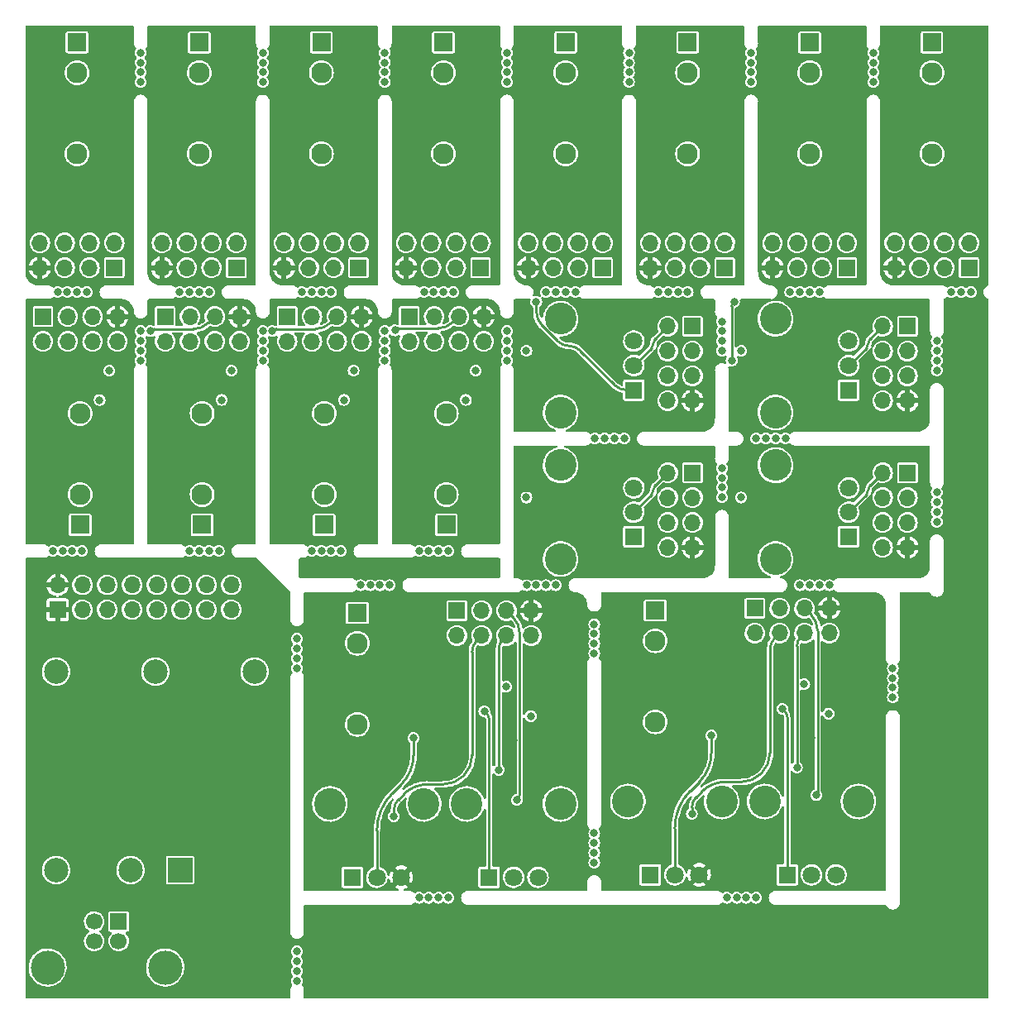
<source format=gbr>
%TF.GenerationSoftware,KiCad,Pcbnew,(6.0.4)*%
%TF.CreationDate,2022-06-03T20:27:28+02:00*%
%TF.ProjectId,vestmannaeyjar-rounded,76657374-6d61-46e6-9e61-65796a61722d,rev?*%
%TF.SameCoordinates,Original*%
%TF.FileFunction,Copper,L4,Bot*%
%TF.FilePolarity,Positive*%
%FSLAX46Y46*%
G04 Gerber Fmt 4.6, Leading zero omitted, Abs format (unit mm)*
G04 Created by KiCad (PCBNEW (6.0.4)) date 2022-06-03 20:27:28*
%MOMM*%
%LPD*%
G01*
G04 APERTURE LIST*
%TA.AperFunction,ComponentPad*%
%ADD10R,2.500000X2.500000*%
%TD*%
%TA.AperFunction,ComponentPad*%
%ADD11C,2.500000*%
%TD*%
%TA.AperFunction,ComponentPad*%
%ADD12R,1.930000X1.830000*%
%TD*%
%TA.AperFunction,ComponentPad*%
%ADD13C,2.130000*%
%TD*%
%TA.AperFunction,ComponentPad*%
%ADD14C,3.240000*%
%TD*%
%TA.AperFunction,ComponentPad*%
%ADD15R,1.800000X1.800000*%
%TD*%
%TA.AperFunction,ComponentPad*%
%ADD16C,1.800000*%
%TD*%
%TA.AperFunction,ComponentPad*%
%ADD17R,1.700000X1.700000*%
%TD*%
%TA.AperFunction,ComponentPad*%
%ADD18O,1.700000X1.700000*%
%TD*%
%TA.AperFunction,ComponentPad*%
%ADD19C,1.700000*%
%TD*%
%TA.AperFunction,ComponentPad*%
%ADD20C,3.500000*%
%TD*%
%TA.AperFunction,ViaPad*%
%ADD21C,0.800000*%
%TD*%
%TA.AperFunction,Conductor*%
%ADD22C,0.250000*%
%TD*%
G04 APERTURE END LIST*
D10*
%TO.P,U3,1,+VIN*%
%TO.N,+5V*%
X36540000Y-106655000D03*
D11*
%TO.P,U3,2,-VIN*%
%TO.N,GND*%
X34000000Y-86335000D03*
X31460000Y-106655000D03*
%TO.P,U3,3,+VOUT*%
%TO.N,+12V*%
X44160000Y-86335000D03*
%TO.P,U3,6*%
%TO.N,N/C*%
X23840000Y-106655000D03*
X23840000Y-86335000D03*
%TD*%
D12*
%TO.P,J20,S*%
%TO.N,GND*%
X38500000Y-21945000D03*
D13*
%TO.P,J20,T*%
%TO.N,Net-(J20-PadT)*%
X38500000Y-33345000D03*
%TO.P,J20,TN*%
%TO.N,GND*%
X38500000Y-25045000D03*
%TD*%
D14*
%TO.P,RV3,*%
%TO.N,*%
X51880000Y-99892500D03*
X61480000Y-99892500D03*
D15*
%TO.P,RV3,1,1*%
%TO.N,+12V*%
X54180000Y-107392500D03*
D16*
%TO.P,RV3,2,2*%
%TO.N,Net-(R5-Pad1)*%
X56680000Y-107392500D03*
%TO.P,RV3,3,3*%
%TO.N,-12V*%
X59180000Y-107392500D03*
%TD*%
D12*
%TO.P,J2,S*%
%TO.N,GND*%
X85180000Y-80084999D03*
D13*
%TO.P,J2,T*%
%TO.N,Net-(J2-PadT)*%
X85180000Y-91484999D03*
%TO.P,J2,TN*%
%TO.N,GND*%
X85180000Y-83184999D03*
%TD*%
D12*
%TO.P,J26,S*%
%TO.N,GND*%
X26299999Y-71320000D03*
D13*
%TO.P,J26,T*%
%TO.N,Net-(J26-PadT)*%
X26299999Y-59920000D03*
%TO.P,J26,TN*%
%TO.N,GND*%
X26299999Y-68220000D03*
%TD*%
D12*
%TO.P,J28,S*%
%TO.N,GND*%
X51300000Y-71320000D03*
D13*
%TO.P,J28,T*%
%TO.N,Net-(J28-PadT)*%
X51300000Y-59920000D03*
%TO.P,J28,TN*%
%TO.N,GND*%
X51300000Y-68220000D03*
%TD*%
D12*
%TO.P,J11,S*%
%TO.N,GND*%
X51000000Y-21945000D03*
D13*
%TO.P,J11,T*%
%TO.N,Net-(J11-PadT)*%
X51000000Y-33345000D03*
%TO.P,J11,TN*%
%TO.N,GND*%
X51000000Y-25045000D03*
%TD*%
D14*
%TO.P,RV8,*%
%TO.N,*%
X97490000Y-59820000D03*
X97490000Y-50220000D03*
D15*
%TO.P,RV8,1,1*%
%TO.N,VPP*%
X104990000Y-57520000D03*
D16*
%TO.P,RV8,2,2*%
%TO.N,Net-(J32-Pad2)*%
X104990000Y-55020000D03*
%TO.P,RV8,3,3*%
%TO.N,GND*%
X104990000Y-52520000D03*
%TD*%
D12*
%TO.P,J17,S*%
%TO.N,GND*%
X88500000Y-21945000D03*
D13*
%TO.P,J17,T*%
%TO.N,Net-(J17-PadT)*%
X88500000Y-33345000D03*
%TO.P,J17,TN*%
%TO.N,GND*%
X88500000Y-25045000D03*
%TD*%
D12*
%TO.P,J7,S*%
%TO.N,GND*%
X63500000Y-21945000D03*
D13*
%TO.P,J7,T*%
%TO.N,Net-(J7-PadT)*%
X63500000Y-33345000D03*
%TO.P,J7,TN*%
%TO.N,GND*%
X63500000Y-25045000D03*
%TD*%
D14*
%TO.P,RV5,*%
%TO.N,*%
X97490000Y-65220000D03*
X97490000Y-74820000D03*
D15*
%TO.P,RV5,1,1*%
%TO.N,VPP*%
X104990000Y-72520000D03*
D16*
%TO.P,RV5,2,2*%
%TO.N,Net-(J29-Pad2)*%
X104990000Y-70020000D03*
%TO.P,RV5,3,3*%
%TO.N,GND*%
X104990000Y-67520000D03*
%TD*%
D12*
%TO.P,J4,S*%
%TO.N,GND*%
X54680000Y-80337500D03*
D13*
%TO.P,J4,T*%
%TO.N,Net-(J4-PadT)*%
X54680000Y-91737500D03*
%TO.P,J4,TN*%
%TO.N,GND*%
X54680000Y-83437500D03*
%TD*%
D14*
%TO.P,RV6,*%
%TO.N,*%
X75490000Y-50220000D03*
X75490000Y-59820000D03*
D15*
%TO.P,RV6,1,1*%
%TO.N,VPP*%
X82990000Y-57520000D03*
D16*
%TO.P,RV6,2,2*%
%TO.N,Net-(J30-Pad2)*%
X82990000Y-55020000D03*
%TO.P,RV6,3,3*%
%TO.N,GND*%
X82990000Y-52520000D03*
%TD*%
D14*
%TO.P,RV7,*%
%TO.N,*%
X75490000Y-65220000D03*
X75490000Y-74820000D03*
D15*
%TO.P,RV7,1,1*%
%TO.N,VPP*%
X82990000Y-72520000D03*
D16*
%TO.P,RV7,2,2*%
%TO.N,Net-(J31-Pad2)*%
X82990000Y-70020000D03*
%TO.P,RV7,3,3*%
%TO.N,GND*%
X82990000Y-67520000D03*
%TD*%
D12*
%TO.P,J5,S*%
%TO.N,GND*%
X76000000Y-21945000D03*
D13*
%TO.P,J5,T*%
%TO.N,Net-(J5-PadT)*%
X76000000Y-33345000D03*
%TO.P,J5,TN*%
%TO.N,GND*%
X76000000Y-25045000D03*
%TD*%
D12*
%TO.P,J13,S*%
%TO.N,GND*%
X113500000Y-21945000D03*
D13*
%TO.P,J13,T*%
%TO.N,Net-(J13-PadT)*%
X113500000Y-33345000D03*
%TO.P,J13,TN*%
%TO.N,GND*%
X113500000Y-25045000D03*
%TD*%
D14*
%TO.P,RV2,*%
%TO.N,*%
X96380000Y-99639999D03*
X105980000Y-99639999D03*
D15*
%TO.P,RV2,1,1*%
%TO.N,Net-(R3-Pad1)*%
X98680000Y-107139999D03*
D16*
%TO.P,RV2,2,2*%
%TO.N,Net-(J2-PadT)*%
X101180000Y-107139999D03*
%TO.P,RV2,3,3*%
X103680000Y-107139999D03*
%TD*%
D12*
%TO.P,J22,S*%
%TO.N,GND*%
X38799999Y-71320000D03*
D13*
%TO.P,J22,T*%
%TO.N,Net-(J22-PadT)*%
X38799999Y-59920000D03*
%TO.P,J22,TN*%
%TO.N,GND*%
X38799999Y-68220000D03*
%TD*%
D14*
%TO.P,RV4,*%
%TO.N,*%
X65880000Y-99892500D03*
X75480000Y-99892500D03*
D15*
%TO.P,RV4,1,1*%
%TO.N,Net-(R6-Pad1)*%
X68180000Y-107392500D03*
D16*
%TO.P,RV4,2,2*%
%TO.N,Net-(J4-PadT)*%
X70680000Y-107392500D03*
%TO.P,RV4,3,3*%
X73180000Y-107392500D03*
%TD*%
D17*
%TO.P,J33,1,Pin_1*%
%TO.N,-12V*%
X24000000Y-80000000D03*
D18*
%TO.P,J33,2,Pin_2*%
X24000000Y-77460000D03*
%TO.P,J33,3,Pin_3*%
%TO.N,GND*%
X26540000Y-80000000D03*
%TO.P,J33,4,Pin_4*%
X26540000Y-77460000D03*
%TO.P,J33,5,Pin_5*%
X29080000Y-80000000D03*
%TO.P,J33,6,Pin_6*%
X29080000Y-77460000D03*
%TO.P,J33,7,Pin_7*%
X31620000Y-80000000D03*
%TO.P,J33,8,Pin_8*%
X31620000Y-77460000D03*
%TO.P,J33,9,Pin_9*%
%TO.N,+12V*%
X34160000Y-80000000D03*
%TO.P,J33,10,Pin_10*%
X34160000Y-77460000D03*
%TO.P,J33,11,Pin_11*%
%TO.N,+5V*%
X36700000Y-80000000D03*
%TO.P,J33,12,Pin_12*%
X36700000Y-77460000D03*
%TO.P,J33,13,Pin_13*%
%TO.N,unconnected-(J33-Pad13)*%
X39240000Y-80000000D03*
%TO.P,J33,14,Pin_14*%
%TO.N,unconnected-(J33-Pad14)*%
X39240000Y-77460000D03*
%TO.P,J33,15,Pin_15*%
%TO.N,unconnected-(J33-Pad15)*%
X41780000Y-80000000D03*
%TO.P,J33,16,Pin_16*%
%TO.N,unconnected-(J33-Pad16)*%
X41780000Y-77460000D03*
%TD*%
D17*
%TO.P,J37,1,VBUS*%
%TO.N,+5V*%
X30250000Y-111917500D03*
D19*
%TO.P,J37,2,D-*%
%TO.N,unconnected-(J37-Pad2)*%
X27750000Y-111917500D03*
%TO.P,J37,3,D+*%
%TO.N,unconnected-(J37-Pad3)*%
X27750000Y-113917500D03*
%TO.P,J37,4,GND*%
%TO.N,GND*%
X30250000Y-113917500D03*
D20*
%TO.P,J37,5,Shield*%
%TO.N,unconnected-(J37-Pad5)*%
X35020000Y-116627500D03*
X22980000Y-116627500D03*
%TD*%
D12*
%TO.P,J24,S*%
%TO.N,GND*%
X63799999Y-71320000D03*
D13*
%TO.P,J24,T*%
%TO.N,Net-(J24-PadT)*%
X63799999Y-59920000D03*
%TO.P,J24,TN*%
%TO.N,GND*%
X63799999Y-68220000D03*
%TD*%
D14*
%TO.P,RV1,*%
%TO.N,*%
X82380000Y-99639999D03*
X91980000Y-99639999D03*
D15*
%TO.P,RV1,1,1*%
%TO.N,+12V*%
X84680000Y-107139999D03*
D16*
%TO.P,RV1,2,2*%
%TO.N,Net-(R2-Pad1)*%
X87180000Y-107139999D03*
%TO.P,RV1,3,3*%
%TO.N,-12V*%
X89680000Y-107139999D03*
%TD*%
D12*
%TO.P,J15,S*%
%TO.N,GND*%
X26000000Y-21945000D03*
D13*
%TO.P,J15,T*%
%TO.N,Net-(J15-PadT)*%
X26000000Y-33345000D03*
%TO.P,J15,TN*%
%TO.N,GND*%
X26000000Y-25045000D03*
%TD*%
D12*
%TO.P,J9,S*%
%TO.N,GND*%
X101000000Y-21945000D03*
D13*
%TO.P,J9,T*%
%TO.N,Net-(J9-PadT)*%
X101000000Y-33345000D03*
%TO.P,J9,TN*%
%TO.N,GND*%
X101000000Y-25045000D03*
%TD*%
D17*
%TO.P,J31,1,Pin_1*%
%TO.N,+12V*%
X89000000Y-66000000D03*
D18*
%TO.P,J31,2,Pin_2*%
%TO.N,Net-(J31-Pad2)*%
X86460000Y-66000000D03*
%TO.P,J31,3,Pin_3*%
%TO.N,+5V*%
X89000000Y-68540000D03*
%TO.P,J31,4,Pin_4*%
%TO.N,Net-(D19-Pad4)*%
X86460000Y-68540000D03*
%TO.P,J31,5,Pin_5*%
%TO.N,VPP*%
X89000000Y-71080000D03*
%TO.P,J31,6,Pin_6*%
%TO.N,Net-(D19-Pad2)*%
X86460000Y-71080000D03*
%TO.P,J31,7,Pin_7*%
%TO.N,-12V*%
X89000000Y-73620000D03*
%TO.P,J31,8,Pin_8*%
%TO.N,GND*%
X86460000Y-73620000D03*
%TD*%
D17*
%TO.P,J14,1,Pin_1*%
%TO.N,+12V*%
X117300000Y-45000000D03*
D18*
%TO.P,J14,2,Pin_2*%
%TO.N,Net-(D10-Pad1)*%
X117300000Y-42460000D03*
%TO.P,J14,3,Pin_3*%
%TO.N,+5V*%
X114760000Y-45000000D03*
%TO.P,J14,4,Pin_4*%
%TO.N,unconnected-(J14-Pad4)*%
X114760000Y-42460000D03*
%TO.P,J14,5,Pin_5*%
%TO.N,VPP*%
X112220000Y-45000000D03*
%TO.P,J14,6,Pin_6*%
%TO.N,unconnected-(J14-Pad6)*%
X112220000Y-42460000D03*
%TO.P,J14,7,Pin_7*%
%TO.N,-12V*%
X109680000Y-45000000D03*
%TO.P,J14,8,Pin_8*%
%TO.N,GND*%
X109680000Y-42460000D03*
%TD*%
D17*
%TO.P,J25,1,Pin_1*%
%TO.N,+12V*%
X22500000Y-50000000D03*
D18*
%TO.P,J25,2,Pin_2*%
%TO.N,Net-(J25-Pad2)*%
X22500000Y-52540000D03*
%TO.P,J25,3,Pin_3*%
%TO.N,+5V*%
X25040000Y-50000000D03*
%TO.P,J25,4,Pin_4*%
%TO.N,unconnected-(J25-Pad4)*%
X25040000Y-52540000D03*
%TO.P,J25,5,Pin_5*%
%TO.N,VPP*%
X27580000Y-50000000D03*
%TO.P,J25,6,Pin_6*%
%TO.N,unconnected-(J25-Pad6)*%
X27580000Y-52540000D03*
%TO.P,J25,7,Pin_7*%
%TO.N,-12V*%
X30120000Y-50000000D03*
%TO.P,J25,8,Pin_8*%
%TO.N,GND*%
X30120000Y-52540000D03*
%TD*%
D17*
%TO.P,J16,1,Pin_1*%
%TO.N,+12V*%
X29800000Y-45000000D03*
D18*
%TO.P,J16,2,Pin_2*%
%TO.N,Net-(D11-Pad2)*%
X29800000Y-42460000D03*
%TO.P,J16,3,Pin_3*%
%TO.N,+5V*%
X27260000Y-45000000D03*
%TO.P,J16,4,Pin_4*%
%TO.N,unconnected-(J16-Pad4)*%
X27260000Y-42460000D03*
%TO.P,J16,5,Pin_5*%
%TO.N,VPP*%
X24720000Y-45000000D03*
%TO.P,J16,6,Pin_6*%
%TO.N,unconnected-(J16-Pad6)*%
X24720000Y-42460000D03*
%TO.P,J16,7,Pin_7*%
%TO.N,-12V*%
X22180000Y-45000000D03*
%TO.P,J16,8,Pin_8*%
%TO.N,GND*%
X22180000Y-42460000D03*
%TD*%
D17*
%TO.P,J18,1,Pin_1*%
%TO.N,+12V*%
X35000000Y-50000000D03*
D18*
%TO.P,J18,2,Pin_2*%
%TO.N,Net-(J18-Pad2)*%
X35000000Y-52540000D03*
%TO.P,J18,3,Pin_3*%
%TO.N,+5V*%
X37540000Y-50000000D03*
%TO.P,J18,4,Pin_4*%
%TO.N,unconnected-(J18-Pad4)*%
X37540000Y-52540000D03*
%TO.P,J18,5,Pin_5*%
%TO.N,VPP*%
X40080000Y-50000000D03*
%TO.P,J18,6,Pin_6*%
%TO.N,unconnected-(J18-Pad6)*%
X40080000Y-52540000D03*
%TO.P,J18,7,Pin_7*%
%TO.N,-12V*%
X42620000Y-50000000D03*
%TO.P,J18,8,Pin_8*%
%TO.N,GND*%
X42620000Y-52540000D03*
%TD*%
D17*
%TO.P,J12,1,Pin_1*%
%TO.N,+12V*%
X54800000Y-45000000D03*
D18*
%TO.P,J12,2,Pin_2*%
%TO.N,Net-(D7-Pad2)*%
X54800000Y-42460000D03*
%TO.P,J12,3,Pin_3*%
%TO.N,+5V*%
X52260000Y-45000000D03*
%TO.P,J12,4,Pin_4*%
%TO.N,unconnected-(J12-Pad4)*%
X52260000Y-42460000D03*
%TO.P,J12,5,Pin_5*%
%TO.N,VPP*%
X49720000Y-45000000D03*
%TO.P,J12,6,Pin_6*%
%TO.N,unconnected-(J12-Pad6)*%
X49720000Y-42460000D03*
%TO.P,J12,7,Pin_7*%
%TO.N,-12V*%
X47180000Y-45000000D03*
%TO.P,J12,8,Pin_8*%
%TO.N,GND*%
X47180000Y-42460000D03*
%TD*%
D17*
%TO.P,J19,1,Pin_1*%
%TO.N,+12V*%
X92300000Y-45000000D03*
D18*
%TO.P,J19,2,Pin_2*%
%TO.N,Net-(D13-Pad2)*%
X92300000Y-42460000D03*
%TO.P,J19,3,Pin_3*%
%TO.N,+5V*%
X89760000Y-45000000D03*
%TO.P,J19,4,Pin_4*%
%TO.N,unconnected-(J19-Pad4)*%
X89760000Y-42460000D03*
%TO.P,J19,5,Pin_5*%
%TO.N,VPP*%
X87220000Y-45000000D03*
%TO.P,J19,6,Pin_6*%
%TO.N,unconnected-(J19-Pad6)*%
X87220000Y-42460000D03*
%TO.P,J19,7,Pin_7*%
%TO.N,-12V*%
X84680000Y-45000000D03*
%TO.P,J19,8,Pin_8*%
%TO.N,GND*%
X84680000Y-42460000D03*
%TD*%
D17*
%TO.P,J1,1,Pin_1*%
%TO.N,+12V*%
X95380000Y-79864999D03*
D18*
%TO.P,J1,2,Pin_2*%
%TO.N,Net-(J1-Pad2)*%
X95380000Y-82404999D03*
%TO.P,J1,3,Pin_3*%
%TO.N,+5V*%
X97920000Y-79864999D03*
%TO.P,J1,4,Pin_4*%
%TO.N,Net-(D21-Pad4)*%
X97920000Y-82404999D03*
%TO.P,J1,5,Pin_5*%
%TO.N,VPP*%
X100460000Y-79864999D03*
%TO.P,J1,6,Pin_6*%
%TO.N,Net-(D22-Pad2)*%
X100460000Y-82404999D03*
%TO.P,J1,7,Pin_7*%
%TO.N,-12V*%
X103000000Y-79864999D03*
%TO.P,J1,8,Pin_8*%
%TO.N,GND*%
X103000000Y-82404999D03*
%TD*%
D17*
%TO.P,J30,1,Pin_1*%
%TO.N,+12V*%
X89000000Y-51000000D03*
D18*
%TO.P,J30,2,Pin_2*%
%TO.N,Net-(J30-Pad2)*%
X86460000Y-51000000D03*
%TO.P,J30,3,Pin_3*%
%TO.N,+5V*%
X89000000Y-53540000D03*
%TO.P,J30,4,Pin_4*%
%TO.N,Net-(D18-Pad4)*%
X86460000Y-53540000D03*
%TO.P,J30,5,Pin_5*%
%TO.N,VPP*%
X89000000Y-56080000D03*
%TO.P,J30,6,Pin_6*%
%TO.N,Net-(D18-Pad2)*%
X86460000Y-56080000D03*
%TO.P,J30,7,Pin_7*%
%TO.N,-12V*%
X89000000Y-58620000D03*
%TO.P,J30,8,Pin_8*%
%TO.N,GND*%
X86460000Y-58620000D03*
%TD*%
D17*
%TO.P,J6,1,Pin_1*%
%TO.N,+12V*%
X79800000Y-45000000D03*
D18*
%TO.P,J6,2,Pin_2*%
%TO.N,Net-(D1-Pad2)*%
X79800000Y-42460000D03*
%TO.P,J6,3,Pin_3*%
%TO.N,+5V*%
X77260000Y-45000000D03*
%TO.P,J6,4,Pin_4*%
%TO.N,unconnected-(J6-Pad4)*%
X77260000Y-42460000D03*
%TO.P,J6,5,Pin_5*%
%TO.N,VPP*%
X74720000Y-45000000D03*
%TO.P,J6,6,Pin_6*%
%TO.N,unconnected-(J6-Pad6)*%
X74720000Y-42460000D03*
%TO.P,J6,7,Pin_7*%
%TO.N,-12V*%
X72180000Y-45000000D03*
%TO.P,J6,8,Pin_8*%
%TO.N,GND*%
X72180000Y-42460000D03*
%TD*%
D17*
%TO.P,J3,1,Pin_1*%
%TO.N,+12V*%
X64880000Y-80117500D03*
D18*
%TO.P,J3,2,Pin_2*%
%TO.N,Net-(J3-Pad2)*%
X64880000Y-82657500D03*
%TO.P,J3,3,Pin_3*%
%TO.N,+5V*%
X67420000Y-80117500D03*
%TO.P,J3,4,Pin_4*%
%TO.N,Net-(D23-Pad4)*%
X67420000Y-82657500D03*
%TO.P,J3,5,Pin_5*%
%TO.N,VPP*%
X69960000Y-80117500D03*
%TO.P,J3,6,Pin_6*%
%TO.N,Net-(D24-Pad2)*%
X69960000Y-82657500D03*
%TO.P,J3,7,Pin_7*%
%TO.N,-12V*%
X72500000Y-80117500D03*
%TO.P,J3,8,Pin_8*%
%TO.N,GND*%
X72500000Y-82657500D03*
%TD*%
D17*
%TO.P,J10,1,Pin_1*%
%TO.N,+12V*%
X104800000Y-45000000D03*
D18*
%TO.P,J10,2,Pin_2*%
%TO.N,Net-(D5-Pad2)*%
X104800000Y-42460000D03*
%TO.P,J10,3,Pin_3*%
%TO.N,+5V*%
X102260000Y-45000000D03*
%TO.P,J10,4,Pin_4*%
%TO.N,unconnected-(J10-Pad4)*%
X102260000Y-42460000D03*
%TO.P,J10,5,Pin_5*%
%TO.N,VPP*%
X99720000Y-45000000D03*
%TO.P,J10,6,Pin_6*%
%TO.N,unconnected-(J10-Pad6)*%
X99720000Y-42460000D03*
%TO.P,J10,7,Pin_7*%
%TO.N,-12V*%
X97180000Y-45000000D03*
%TO.P,J10,8,Pin_8*%
%TO.N,GND*%
X97180000Y-42460000D03*
%TD*%
D17*
%TO.P,J32,1,Pin_1*%
%TO.N,+12V*%
X111000000Y-51000000D03*
D18*
%TO.P,J32,2,Pin_2*%
%TO.N,Net-(J32-Pad2)*%
X108460000Y-51000000D03*
%TO.P,J32,3,Pin_3*%
%TO.N,+5V*%
X111000000Y-53540000D03*
%TO.P,J32,4,Pin_4*%
%TO.N,Net-(D20-Pad4)*%
X108460000Y-53540000D03*
%TO.P,J32,5,Pin_5*%
%TO.N,VPP*%
X111000000Y-56080000D03*
%TO.P,J32,6,Pin_6*%
%TO.N,Net-(D20-Pad2)*%
X108460000Y-56080000D03*
%TO.P,J32,7,Pin_7*%
%TO.N,-12V*%
X111000000Y-58620000D03*
%TO.P,J32,8,Pin_8*%
%TO.N,GND*%
X108460000Y-58620000D03*
%TD*%
D17*
%TO.P,J21,1,Pin_1*%
%TO.N,+12V*%
X42300000Y-45000000D03*
D18*
%TO.P,J21,2,Pin_2*%
%TO.N,Net-(D15-Pad2)*%
X42300000Y-42460000D03*
%TO.P,J21,3,Pin_3*%
%TO.N,+5V*%
X39760000Y-45000000D03*
%TO.P,J21,4,Pin_4*%
%TO.N,unconnected-(J21-Pad4)*%
X39760000Y-42460000D03*
%TO.P,J21,5,Pin_5*%
%TO.N,VPP*%
X37220000Y-45000000D03*
%TO.P,J21,6,Pin_6*%
%TO.N,unconnected-(J21-Pad6)*%
X37220000Y-42460000D03*
%TO.P,J21,7,Pin_7*%
%TO.N,-12V*%
X34680000Y-45000000D03*
%TO.P,J21,8,Pin_8*%
%TO.N,GND*%
X34680000Y-42460000D03*
%TD*%
D17*
%TO.P,J23,1,Pin_1*%
%TO.N,+12V*%
X60000000Y-50000000D03*
D18*
%TO.P,J23,2,Pin_2*%
%TO.N,Net-(J23-Pad2)*%
X60000000Y-52540000D03*
%TO.P,J23,3,Pin_3*%
%TO.N,+5V*%
X62540000Y-50000000D03*
%TO.P,J23,4,Pin_4*%
%TO.N,unconnected-(J23-Pad4)*%
X62540000Y-52540000D03*
%TO.P,J23,5,Pin_5*%
%TO.N,VPP*%
X65080000Y-50000000D03*
%TO.P,J23,6,Pin_6*%
%TO.N,unconnected-(J23-Pad6)*%
X65080000Y-52540000D03*
%TO.P,J23,7,Pin_7*%
%TO.N,-12V*%
X67620000Y-50000000D03*
%TO.P,J23,8,Pin_8*%
%TO.N,GND*%
X67620000Y-52540000D03*
%TD*%
D17*
%TO.P,J29,1,Pin_1*%
%TO.N,+12V*%
X111000000Y-66000000D03*
D18*
%TO.P,J29,2,Pin_2*%
%TO.N,Net-(J29-Pad2)*%
X108460000Y-66000000D03*
%TO.P,J29,3,Pin_3*%
%TO.N,+5V*%
X111000000Y-68540000D03*
%TO.P,J29,4,Pin_4*%
%TO.N,Net-(D17-Pad4)*%
X108460000Y-68540000D03*
%TO.P,J29,5,Pin_5*%
%TO.N,VPP*%
X111000000Y-71080000D03*
%TO.P,J29,6,Pin_6*%
%TO.N,Net-(D17-Pad2)*%
X108460000Y-71080000D03*
%TO.P,J29,7,Pin_7*%
%TO.N,-12V*%
X111000000Y-73620000D03*
%TO.P,J29,8,Pin_8*%
%TO.N,GND*%
X108460000Y-73620000D03*
%TD*%
D17*
%TO.P,J8,1,Pin_1*%
%TO.N,+12V*%
X67300000Y-45000000D03*
D18*
%TO.P,J8,2,Pin_2*%
%TO.N,Net-(D3-Pad2)*%
X67300000Y-42460000D03*
%TO.P,J8,3,Pin_3*%
%TO.N,+5V*%
X64760000Y-45000000D03*
%TO.P,J8,4,Pin_4*%
%TO.N,unconnected-(J8-Pad4)*%
X64760000Y-42460000D03*
%TO.P,J8,5,Pin_5*%
%TO.N,VPP*%
X62220000Y-45000000D03*
%TO.P,J8,6,Pin_6*%
%TO.N,unconnected-(J8-Pad6)*%
X62220000Y-42460000D03*
%TO.P,J8,7,Pin_7*%
%TO.N,-12V*%
X59680000Y-45000000D03*
%TO.P,J8,8,Pin_8*%
%TO.N,GND*%
X59680000Y-42460000D03*
%TD*%
D17*
%TO.P,J27,1,Pin_1*%
%TO.N,+12V*%
X47500001Y-50000000D03*
D18*
%TO.P,J27,2,Pin_2*%
%TO.N,Net-(J27-Pad2)*%
X47500001Y-52540000D03*
%TO.P,J27,3,Pin_3*%
%TO.N,+5V*%
X50040001Y-50000000D03*
%TO.P,J27,4,Pin_4*%
%TO.N,unconnected-(J27-Pad4)*%
X50040001Y-52540000D03*
%TO.P,J27,5,Pin_5*%
%TO.N,VPP*%
X52580001Y-50000000D03*
%TO.P,J27,6,Pin_6*%
%TO.N,unconnected-(J27-Pad6)*%
X52580001Y-52540000D03*
%TO.P,J27,7,Pin_7*%
%TO.N,-12V*%
X55120001Y-50000000D03*
%TO.P,J27,8,Pin_8*%
%TO.N,GND*%
X55120001Y-52540000D03*
%TD*%
D21*
%TO.N,+12V*%
X102930000Y-90640000D03*
X100430000Y-87640000D03*
X69930000Y-87892500D03*
X72430000Y-90892500D03*
%TO.N,-12V*%
X72930000Y-87892500D03*
X70680000Y-93392500D03*
X103430000Y-87640000D03*
X101180000Y-93140000D03*
%TO.N,+5V*%
X66800000Y-55540000D03*
X29300000Y-55540000D03*
X41800000Y-55540000D03*
X54300000Y-55540000D03*
%TO.N,GND*%
X48500000Y-116995000D03*
X48500000Y-84995000D03*
X95500000Y-109495000D03*
X114000000Y-54495000D03*
X64000000Y-109495000D03*
X65800000Y-58540000D03*
X45000000Y-54495000D03*
X48500000Y-82995000D03*
X78930000Y-81495000D03*
X82000000Y-62495000D03*
X107500000Y-23995000D03*
X96500000Y-62495000D03*
X92000000Y-65495000D03*
X61000000Y-109495000D03*
X95000000Y-24995000D03*
X26500000Y-73995000D03*
X100000000Y-77495000D03*
X32500000Y-51495000D03*
X58000000Y-77495000D03*
X45000000Y-53495000D03*
X63500000Y-47495000D03*
X57500000Y-23995000D03*
X77000000Y-47495000D03*
X114000000Y-52495000D03*
X109500000Y-88995000D03*
X82500000Y-22995000D03*
X63000000Y-109495000D03*
X73000000Y-77495000D03*
X48500000Y-85995000D03*
X50000000Y-73995000D03*
X114000000Y-67995000D03*
X78930000Y-104895000D03*
X109500000Y-85995000D03*
X93990000Y-53520000D03*
X92000000Y-66495000D03*
X92000000Y-68495000D03*
X109500000Y-87995000D03*
X81000000Y-62495000D03*
X101000000Y-47495000D03*
X70000000Y-54495000D03*
X40800000Y-58540000D03*
X102000000Y-47495000D03*
X32500000Y-53495000D03*
X76000000Y-47495000D03*
X51000000Y-73995000D03*
X24500000Y-73995000D03*
X62000000Y-109495000D03*
X38500000Y-73995000D03*
X61500000Y-47495000D03*
X93990000Y-68520000D03*
X45000000Y-51495000D03*
X107500000Y-25995000D03*
X25500000Y-73995000D03*
X107500000Y-24995000D03*
X53300000Y-58540000D03*
X48500000Y-83995000D03*
X114000000Y-55495000D03*
X92000000Y-52495000D03*
X114000000Y-68995000D03*
X80000000Y-62495000D03*
X64000000Y-73995000D03*
X64500000Y-47495000D03*
X37500000Y-73995000D03*
X70000000Y-24995000D03*
X70000000Y-23995000D03*
X26000000Y-47495000D03*
X87500000Y-47495000D03*
X57500000Y-24995000D03*
X51000000Y-47495000D03*
X52000000Y-73995000D03*
X86500000Y-47495000D03*
X70000000Y-22995000D03*
X57500000Y-25995000D03*
X70000000Y-51495000D03*
X32500000Y-52495000D03*
X92000000Y-67495000D03*
X92000000Y-50495000D03*
X50000000Y-47495000D03*
X45000000Y-24995000D03*
X97500000Y-62495000D03*
X72000000Y-77495000D03*
X57500000Y-22995000D03*
X109500000Y-86995000D03*
X78930000Y-103895000D03*
X82500000Y-23995000D03*
X78930000Y-102895000D03*
X39500000Y-47495000D03*
X61000000Y-73995000D03*
X71990000Y-53520000D03*
X45000000Y-25995000D03*
X92000000Y-51495000D03*
X74000000Y-47495000D03*
X75000000Y-77495000D03*
X62500000Y-47495000D03*
X115500000Y-47495000D03*
X92500000Y-109495000D03*
X85500000Y-47495000D03*
X32500000Y-22995000D03*
X94500000Y-109495000D03*
X45000000Y-23995000D03*
X75000000Y-47495000D03*
X98500000Y-62495000D03*
X52000000Y-47495000D03*
X99000000Y-47495000D03*
X74000000Y-77495000D03*
X79000000Y-62495000D03*
X57500000Y-53495000D03*
X95500000Y-62495000D03*
X114000000Y-53495000D03*
X107500000Y-22995000D03*
X116500000Y-47495000D03*
X92000000Y-53495000D03*
X62000000Y-73995000D03*
X39500000Y-73995000D03*
X56000000Y-77495000D03*
X78930000Y-82495000D03*
X48500000Y-114995000D03*
X40500000Y-73995000D03*
X28300000Y-58540000D03*
X38500000Y-47495000D03*
X45000000Y-22995000D03*
X27000000Y-47495000D03*
X71990000Y-68520000D03*
X63000000Y-73995000D03*
X78930000Y-84495000D03*
X48500000Y-117995000D03*
X78930000Y-105895000D03*
X101000000Y-77495000D03*
X117500000Y-47495000D03*
X37500000Y-47495000D03*
X95000000Y-25995000D03*
X103000000Y-77495000D03*
X57500000Y-54495000D03*
X23500000Y-73995000D03*
X57500000Y-52495000D03*
X93500000Y-109495000D03*
X32500000Y-25995000D03*
X32500000Y-24995000D03*
X53000000Y-73995000D03*
X78930000Y-83495000D03*
X100000000Y-47495000D03*
X88500000Y-47495000D03*
X95000000Y-23995000D03*
X45000000Y-52495000D03*
X55000000Y-77495000D03*
X114000000Y-69995000D03*
X70000000Y-52495000D03*
X114000000Y-70995000D03*
X70000000Y-53495000D03*
X102000000Y-77495000D03*
X82500000Y-24995000D03*
X32500000Y-23995000D03*
X48500000Y-115995000D03*
X24000000Y-47495000D03*
X25000000Y-47495000D03*
X36500000Y-47495000D03*
X95000000Y-22995000D03*
X82500000Y-25995000D03*
X49000000Y-47495000D03*
X32500000Y-54495000D03*
X57000000Y-77495000D03*
X70000000Y-25995000D03*
X57500000Y-51495000D03*
%TO.N,Net-(D21-Pad4)*%
X88930000Y-100890000D03*
%TO.N,Net-(D22-Pad2)*%
X99680000Y-96140000D03*
%TO.N,Net-(R2-Pad1)*%
X90930000Y-92890000D03*
%TO.N,Net-(R3-Pad1)*%
X98180000Y-90140000D03*
%TO.N,Net-(R5-Pad1)*%
X60430000Y-93142500D03*
%TO.N,Net-(R6-Pad1)*%
X67680000Y-90392500D03*
%TO.N,VPP*%
X73000000Y-48495000D03*
X71000000Y-99495000D03*
X58537500Y-51415000D03*
X101669511Y-98995000D03*
X33500000Y-51495000D03*
X93000000Y-54495000D03*
X46000000Y-51495000D03*
X93250000Y-48495000D03*
%TO.N,Net-(D23-Pad4)*%
X58430000Y-101142500D03*
%TO.N,Net-(D24-Pad2)*%
X69180000Y-96392500D03*
%TD*%
D22*
%TO.N,Net-(D21-Pad4)*%
X96930000Y-94390000D02*
X96930000Y-94652563D01*
X89371941Y-99198058D02*
X89930000Y-98640000D01*
X96930000Y-91390000D02*
X96930000Y-84095035D01*
X88930000Y-100890000D02*
X88930000Y-100265000D01*
X93942563Y-97640000D02*
X92344213Y-97640000D01*
X96930000Y-91390000D02*
X96930000Y-94390000D01*
X97425000Y-82900000D02*
X97920000Y-82405000D01*
X93942563Y-97639955D02*
G75*
G03*
X96055000Y-96765000I37J2987455D01*
G01*
X88930005Y-100265000D02*
G75*
G02*
X89371942Y-99198059I1508895J0D01*
G01*
X96055032Y-96765032D02*
G75*
G03*
X96930000Y-94652563I-2112532J2112432D01*
G01*
X96930015Y-84095035D02*
G75*
G02*
X97425000Y-82900000I1689985J35D01*
G01*
X89929996Y-98639996D02*
G75*
G02*
X92344213Y-97640000I2414204J-2414204D01*
G01*
%TO.N,Net-(D22-Pad2)*%
X99680000Y-96140000D02*
X99680000Y-83736543D01*
X100070000Y-82795000D02*
X100460000Y-82405000D01*
X99680018Y-83736543D02*
G75*
G02*
X100070000Y-82795000I1331482J43D01*
G01*
%TO.N,Net-(J29-Pad2)*%
X107184454Y-67275545D02*
X108460000Y-66000000D01*
X106795545Y-68214454D02*
X104990000Y-70020000D01*
X106795544Y-68214453D02*
G75*
G03*
X106990000Y-67745000I-469444J469453D01*
G01*
X106989997Y-67745000D02*
G75*
G02*
X107184454Y-67275545I663903J0D01*
G01*
%TO.N,Net-(J30-Pad2)*%
X85184454Y-52275545D02*
X86460000Y-51000000D01*
X84795545Y-53214454D02*
X82990000Y-55020000D01*
X84795544Y-53214453D02*
G75*
G03*
X84990000Y-52745000I-469444J469453D01*
G01*
X84989997Y-52745000D02*
G75*
G02*
X85184454Y-52275545I663903J0D01*
G01*
%TO.N,Net-(J31-Pad2)*%
X85184454Y-67275545D02*
X86460000Y-66000000D01*
X84795545Y-68214454D02*
X82990000Y-70020000D01*
X84989997Y-67745000D02*
G75*
G02*
X85184454Y-67275545I663903J0D01*
G01*
X84795544Y-68214453D02*
G75*
G03*
X84990000Y-67745000I-469444J469453D01*
G01*
%TO.N,Net-(J32-Pad2)*%
X107184454Y-52275545D02*
X108460000Y-51000000D01*
X106795545Y-53214454D02*
X104990000Y-55020000D01*
X106989997Y-52745000D02*
G75*
G02*
X107184454Y-52275545I663903J0D01*
G01*
X106795544Y-53214453D02*
G75*
G03*
X106990000Y-52745000I-469444J469453D01*
G01*
%TO.N,Net-(R2-Pad1)*%
X90930000Y-94640000D02*
X90930000Y-92890000D01*
X89692562Y-97627436D02*
X88773792Y-98546207D01*
X87180000Y-102393963D02*
X87180000Y-107140000D01*
X89692568Y-97627442D02*
G75*
G03*
X90930000Y-94640000I-2987468J2987442D01*
G01*
X87179960Y-102393963D02*
G75*
G02*
X88773793Y-98546208I5441540J-37D01*
G01*
%TO.N,Net-(R3-Pad1)*%
X98180000Y-90140000D02*
X98430000Y-90390000D01*
X98680000Y-90993553D02*
X98680000Y-107140000D01*
X98680019Y-90993553D02*
G75*
G03*
X98430000Y-90390000I-853619J-47D01*
G01*
%TO.N,Net-(R5-Pad1)*%
X56680000Y-102646463D02*
X56680000Y-107392500D01*
X60430000Y-94892500D02*
X60430000Y-93142500D01*
X59192562Y-97879936D02*
X58273792Y-98798707D01*
X56679960Y-102646463D02*
G75*
G02*
X58273793Y-98798708I5441540J-37D01*
G01*
X59192568Y-97879942D02*
G75*
G03*
X60430000Y-94892500I-2987468J2987442D01*
G01*
%TO.N,Net-(R6-Pad1)*%
X67680000Y-90392500D02*
X67930000Y-90642500D01*
X68180000Y-91246053D02*
X68180000Y-107392500D01*
X68180019Y-91246053D02*
G75*
G03*
X67930000Y-90642500I-853619J-47D01*
G01*
%TO.N,VPP*%
X93250000Y-48495000D02*
X93125000Y-48620000D01*
X58647500Y-51305000D02*
X58537500Y-51415000D01*
X71304511Y-82412723D02*
X71304511Y-98975167D01*
X33875563Y-51275000D02*
X37903438Y-51275000D01*
X73000000Y-49416767D02*
X73000000Y-48495000D01*
X46000000Y-51495000D02*
X46110000Y-51385000D01*
X39442500Y-50637500D02*
X40080000Y-50000000D01*
X71000000Y-99495000D02*
X71152255Y-99342744D01*
X58913063Y-51195000D02*
X62940938Y-51195000D01*
X51942500Y-50637500D02*
X52580000Y-50000000D01*
X101132255Y-80537255D02*
X100460000Y-79865000D01*
X70632255Y-80789755D02*
X69960000Y-80117500D01*
X73651787Y-50990321D02*
X75181454Y-52519988D01*
X46375563Y-51275000D02*
X50403438Y-51275000D01*
X33610000Y-51385000D02*
X33500000Y-51495000D01*
X101669511Y-98995000D02*
X101737011Y-98927500D01*
X64480000Y-50557500D02*
X65117500Y-49920000D01*
X77475011Y-53470011D02*
X81007044Y-57002044D01*
X82257500Y-57520000D02*
X82990000Y-57520000D01*
X101804511Y-82160223D02*
X101804511Y-98764540D01*
X93000000Y-54495000D02*
X93000000Y-48921776D01*
X33610011Y-51385011D02*
G75*
G02*
X33875563Y-51275000I265589J-265589D01*
G01*
X73651779Y-50990329D02*
G75*
G02*
X73000000Y-49416767I1573521J1573529D01*
G01*
X92999991Y-48921776D02*
G75*
G02*
X93125000Y-48620000I426809J-24D01*
G01*
X46110011Y-51385011D02*
G75*
G02*
X46375563Y-51275000I265589J-265589D01*
G01*
X76328233Y-52994973D02*
G75*
G02*
X75181454Y-52519988I-33J1621773D01*
G01*
X101804497Y-82160223D02*
G75*
G03*
X101132254Y-80537256I-2295197J23D01*
G01*
X71152267Y-99342756D02*
G75*
G03*
X71304511Y-98975167I-367567J367556D01*
G01*
X82257500Y-57520003D02*
G75*
G02*
X81007044Y-57002044I0J1768403D01*
G01*
X50403438Y-51275016D02*
G75*
G03*
X51942500Y-50637500I-38J2176616D01*
G01*
X62940938Y-51195016D02*
G75*
G03*
X64480000Y-50557500I-38J2176616D01*
G01*
X37903438Y-51275016D02*
G75*
G03*
X39442500Y-50637500I-38J2176616D01*
G01*
X58647511Y-51305011D02*
G75*
G02*
X58913063Y-51195000I265589J-265589D01*
G01*
X71304497Y-82412723D02*
G75*
G03*
X70632254Y-80789756I-2295197J23D01*
G01*
X101737001Y-98927490D02*
G75*
G03*
X101804511Y-98764540I-163001J162990D01*
G01*
X76328233Y-52994980D02*
G75*
G02*
X77475011Y-53470011I-33J-1621820D01*
G01*
%TO.N,Net-(D23-Pad4)*%
X63442563Y-97892500D02*
X61844213Y-97892500D01*
X66430000Y-94642500D02*
X66430000Y-94905063D01*
X58871941Y-99450558D02*
X59430000Y-98892500D01*
X58430000Y-101142500D02*
X58430000Y-100517500D01*
X66430000Y-91642500D02*
X66430000Y-94642500D01*
X66430000Y-84347535D02*
X66430000Y-91642500D01*
X66925000Y-83152500D02*
X67420000Y-82657500D01*
X59429996Y-98892496D02*
G75*
G02*
X61844213Y-97892500I2414204J-2414204D01*
G01*
X66430015Y-84347535D02*
G75*
G02*
X66925000Y-83152500I1689985J35D01*
G01*
X58430005Y-100517500D02*
G75*
G02*
X58871942Y-99450559I1508895J0D01*
G01*
X63442563Y-97892455D02*
G75*
G03*
X65555000Y-97017500I37J2987455D01*
G01*
X65555032Y-97017532D02*
G75*
G03*
X66430000Y-94905063I-2112532J2112432D01*
G01*
%TO.N,Net-(D24-Pad2)*%
X69180000Y-96392500D02*
X69180000Y-83989043D01*
X69570000Y-83047500D02*
X69960000Y-82657500D01*
X69180018Y-83989043D02*
G75*
G02*
X69570000Y-83047500I1331482J43D01*
G01*
%TD*%
%TA.AperFunction,Conductor*%
%TO.N,-12V*%
G36*
X31741621Y-20215502D02*
G01*
X31788114Y-20269158D01*
X31799500Y-20321500D01*
X31799500Y-21957920D01*
X31797534Y-21975245D01*
X31797524Y-21980812D01*
X31794344Y-21994641D01*
X31795705Y-22000658D01*
X31812742Y-22151862D01*
X31864878Y-22300859D01*
X31948862Y-22434518D01*
X31997640Y-22483296D01*
X32031666Y-22545608D01*
X32026601Y-22616423D01*
X32008508Y-22649095D01*
X31975464Y-22692159D01*
X31914956Y-22838238D01*
X31894318Y-22995000D01*
X31914956Y-23151762D01*
X31975464Y-23297841D01*
X31980491Y-23304392D01*
X32067892Y-23418296D01*
X32093492Y-23484517D01*
X32079227Y-23554065D01*
X32067892Y-23571704D01*
X31975464Y-23692159D01*
X31914956Y-23838238D01*
X31894318Y-23995000D01*
X31914956Y-24151762D01*
X31975464Y-24297841D01*
X31980491Y-24304392D01*
X32067892Y-24418296D01*
X32093492Y-24484517D01*
X32079227Y-24554065D01*
X32067892Y-24571704D01*
X31975464Y-24692159D01*
X31914956Y-24838238D01*
X31894318Y-24995000D01*
X31914956Y-25151762D01*
X31975464Y-25297841D01*
X31980491Y-25304392D01*
X32067892Y-25418296D01*
X32093492Y-25484517D01*
X32079227Y-25554065D01*
X32067892Y-25571704D01*
X31975464Y-25692159D01*
X31914956Y-25838238D01*
X31894318Y-25995000D01*
X31914956Y-26151762D01*
X31975464Y-26297841D01*
X32071718Y-26423282D01*
X32197159Y-26519536D01*
X32343238Y-26580044D01*
X32500000Y-26600682D01*
X32508188Y-26599604D01*
X32648574Y-26581122D01*
X32656762Y-26580044D01*
X32802841Y-26519536D01*
X32928282Y-26423282D01*
X33024536Y-26297841D01*
X33085044Y-26151762D01*
X33105682Y-25995000D01*
X33085044Y-25838238D01*
X33024536Y-25692159D01*
X32932108Y-25571704D01*
X32906508Y-25505483D01*
X32920773Y-25435935D01*
X32932108Y-25418296D01*
X33019509Y-25304392D01*
X33024536Y-25297841D01*
X33085044Y-25151762D01*
X33099099Y-25045000D01*
X37229666Y-25045000D01*
X37248965Y-25265591D01*
X37250388Y-25270901D01*
X37250388Y-25270902D01*
X37291219Y-25423282D01*
X37306277Y-25479480D01*
X37399858Y-25680167D01*
X37403007Y-25684665D01*
X37403011Y-25684671D01*
X37505199Y-25830609D01*
X37526868Y-25861555D01*
X37683445Y-26018132D01*
X37687954Y-26021289D01*
X37687956Y-26021291D01*
X37860329Y-26141989D01*
X37860335Y-26141993D01*
X37864833Y-26145142D01*
X38065520Y-26238723D01*
X38070824Y-26240144D01*
X38070829Y-26240146D01*
X38274098Y-26294612D01*
X38279409Y-26296035D01*
X38500000Y-26315334D01*
X38720591Y-26296035D01*
X38725902Y-26294612D01*
X38929171Y-26240146D01*
X38929176Y-26240144D01*
X38934480Y-26238723D01*
X39135167Y-26145142D01*
X39139665Y-26141993D01*
X39139671Y-26141989D01*
X39312044Y-26021291D01*
X39312046Y-26021289D01*
X39316555Y-26018132D01*
X39473132Y-25861555D01*
X39494801Y-25830609D01*
X39596989Y-25684671D01*
X39596993Y-25684665D01*
X39600142Y-25680167D01*
X39693723Y-25479480D01*
X39708782Y-25423282D01*
X39749612Y-25270902D01*
X39749612Y-25270901D01*
X39751035Y-25265591D01*
X39770334Y-25045000D01*
X39751035Y-24824409D01*
X39717643Y-24699789D01*
X39695146Y-24615829D01*
X39695144Y-24615824D01*
X39693723Y-24610520D01*
X39600142Y-24409833D01*
X39596993Y-24405335D01*
X39596989Y-24405329D01*
X39476291Y-24232956D01*
X39476289Y-24232954D01*
X39473132Y-24228445D01*
X39316555Y-24071868D01*
X39312044Y-24068709D01*
X39139671Y-23948011D01*
X39139665Y-23948007D01*
X39135167Y-23944858D01*
X38934480Y-23851277D01*
X38929176Y-23849856D01*
X38929171Y-23849854D01*
X38725902Y-23795388D01*
X38725901Y-23795388D01*
X38720591Y-23793965D01*
X38500000Y-23774666D01*
X38279409Y-23793965D01*
X38274099Y-23795388D01*
X38274098Y-23795388D01*
X38070829Y-23849854D01*
X38070824Y-23849856D01*
X38065520Y-23851277D01*
X37864833Y-23944858D01*
X37860335Y-23948007D01*
X37860329Y-23948011D01*
X37687956Y-24068709D01*
X37683445Y-24071868D01*
X37526868Y-24228445D01*
X37523711Y-24232954D01*
X37523709Y-24232956D01*
X37403011Y-24405329D01*
X37403007Y-24405335D01*
X37399858Y-24409833D01*
X37306277Y-24610520D01*
X37304856Y-24615824D01*
X37304854Y-24615829D01*
X37282357Y-24699789D01*
X37248965Y-24824409D01*
X37229666Y-25045000D01*
X33099099Y-25045000D01*
X33105682Y-24995000D01*
X33085044Y-24838238D01*
X33024536Y-24692159D01*
X32932108Y-24571704D01*
X32906508Y-24505483D01*
X32920773Y-24435935D01*
X32932108Y-24418296D01*
X33019509Y-24304392D01*
X33024536Y-24297841D01*
X33085044Y-24151762D01*
X33105682Y-23995000D01*
X33085044Y-23838238D01*
X33024536Y-23692159D01*
X32932108Y-23571704D01*
X32906508Y-23505483D01*
X32920773Y-23435935D01*
X32932108Y-23418296D01*
X33019509Y-23304392D01*
X33024536Y-23297841D01*
X33085044Y-23151762D01*
X33105682Y-22995000D01*
X33090509Y-22879748D01*
X37334500Y-22879748D01*
X37346133Y-22938231D01*
X37390448Y-23004552D01*
X37456769Y-23048867D01*
X37468938Y-23051288D01*
X37468939Y-23051288D01*
X37509184Y-23059293D01*
X37515252Y-23060500D01*
X39484748Y-23060500D01*
X39490816Y-23059293D01*
X39531061Y-23051288D01*
X39531062Y-23051288D01*
X39543231Y-23048867D01*
X39609552Y-23004552D01*
X39653867Y-22938231D01*
X39665500Y-22879748D01*
X39665500Y-21010252D01*
X39653867Y-20951769D01*
X39609552Y-20885448D01*
X39543231Y-20841133D01*
X39531062Y-20838712D01*
X39531061Y-20838712D01*
X39490816Y-20830707D01*
X39484748Y-20829500D01*
X37515252Y-20829500D01*
X37509184Y-20830707D01*
X37468939Y-20838712D01*
X37468938Y-20838712D01*
X37456769Y-20841133D01*
X37390448Y-20885448D01*
X37346133Y-20951769D01*
X37334500Y-21010252D01*
X37334500Y-22879748D01*
X33090509Y-22879748D01*
X33085044Y-22838238D01*
X33024536Y-22692159D01*
X32991492Y-22649095D01*
X32965892Y-22582874D01*
X32980157Y-22513326D01*
X33002360Y-22483296D01*
X33051138Y-22434518D01*
X33135122Y-22300859D01*
X33187258Y-22151862D01*
X33204091Y-22002466D01*
X33204130Y-22002470D01*
X33204118Y-22002348D01*
X33205655Y-21995718D01*
X33205656Y-21995000D01*
X33203654Y-21986225D01*
X33200500Y-21958210D01*
X33200500Y-20321500D01*
X33220502Y-20253379D01*
X33274158Y-20206886D01*
X33326500Y-20195500D01*
X44173500Y-20195500D01*
X44241621Y-20215502D01*
X44288114Y-20269158D01*
X44299500Y-20321500D01*
X44299500Y-21957920D01*
X44297534Y-21975245D01*
X44297524Y-21980812D01*
X44294344Y-21994641D01*
X44295705Y-22000658D01*
X44312742Y-22151862D01*
X44364878Y-22300859D01*
X44448862Y-22434518D01*
X44497640Y-22483296D01*
X44531666Y-22545608D01*
X44526601Y-22616423D01*
X44508508Y-22649095D01*
X44475464Y-22692159D01*
X44414956Y-22838238D01*
X44394318Y-22995000D01*
X44414956Y-23151762D01*
X44475464Y-23297841D01*
X44480491Y-23304392D01*
X44567892Y-23418296D01*
X44593492Y-23484517D01*
X44579227Y-23554065D01*
X44567892Y-23571704D01*
X44475464Y-23692159D01*
X44414956Y-23838238D01*
X44394318Y-23995000D01*
X44414956Y-24151762D01*
X44475464Y-24297841D01*
X44480491Y-24304392D01*
X44567892Y-24418296D01*
X44593492Y-24484517D01*
X44579227Y-24554065D01*
X44567892Y-24571704D01*
X44475464Y-24692159D01*
X44414956Y-24838238D01*
X44394318Y-24995000D01*
X44414956Y-25151762D01*
X44475464Y-25297841D01*
X44480491Y-25304392D01*
X44567892Y-25418296D01*
X44593492Y-25484517D01*
X44579227Y-25554065D01*
X44567892Y-25571704D01*
X44475464Y-25692159D01*
X44414956Y-25838238D01*
X44394318Y-25995000D01*
X44414956Y-26151762D01*
X44475464Y-26297841D01*
X44571718Y-26423282D01*
X44697159Y-26519536D01*
X44843238Y-26580044D01*
X45000000Y-26600682D01*
X45008188Y-26599604D01*
X45148574Y-26581122D01*
X45156762Y-26580044D01*
X45302841Y-26519536D01*
X45428282Y-26423282D01*
X45524536Y-26297841D01*
X45585044Y-26151762D01*
X45605682Y-25995000D01*
X45585044Y-25838238D01*
X45524536Y-25692159D01*
X45432108Y-25571704D01*
X45406508Y-25505483D01*
X45420773Y-25435935D01*
X45432108Y-25418296D01*
X45519509Y-25304392D01*
X45524536Y-25297841D01*
X45585044Y-25151762D01*
X45599099Y-25045000D01*
X49729666Y-25045000D01*
X49748965Y-25265591D01*
X49750388Y-25270901D01*
X49750388Y-25270902D01*
X49791219Y-25423282D01*
X49806277Y-25479480D01*
X49899858Y-25680167D01*
X49903007Y-25684665D01*
X49903011Y-25684671D01*
X50005199Y-25830609D01*
X50026868Y-25861555D01*
X50183445Y-26018132D01*
X50187954Y-26021289D01*
X50187956Y-26021291D01*
X50360329Y-26141989D01*
X50360335Y-26141993D01*
X50364833Y-26145142D01*
X50565520Y-26238723D01*
X50570824Y-26240144D01*
X50570829Y-26240146D01*
X50774098Y-26294612D01*
X50779409Y-26296035D01*
X51000000Y-26315334D01*
X51220591Y-26296035D01*
X51225902Y-26294612D01*
X51429171Y-26240146D01*
X51429176Y-26240144D01*
X51434480Y-26238723D01*
X51635167Y-26145142D01*
X51639665Y-26141993D01*
X51639671Y-26141989D01*
X51812044Y-26021291D01*
X51812046Y-26021289D01*
X51816555Y-26018132D01*
X51973132Y-25861555D01*
X51994801Y-25830609D01*
X52096989Y-25684671D01*
X52096993Y-25684665D01*
X52100142Y-25680167D01*
X52193723Y-25479480D01*
X52208782Y-25423282D01*
X52249612Y-25270902D01*
X52249612Y-25270901D01*
X52251035Y-25265591D01*
X52270334Y-25045000D01*
X52251035Y-24824409D01*
X52217643Y-24699789D01*
X52195146Y-24615829D01*
X52195144Y-24615824D01*
X52193723Y-24610520D01*
X52100142Y-24409833D01*
X52096993Y-24405335D01*
X52096989Y-24405329D01*
X51976291Y-24232956D01*
X51976289Y-24232954D01*
X51973132Y-24228445D01*
X51816555Y-24071868D01*
X51812044Y-24068709D01*
X51639671Y-23948011D01*
X51639665Y-23948007D01*
X51635167Y-23944858D01*
X51434480Y-23851277D01*
X51429176Y-23849856D01*
X51429171Y-23849854D01*
X51225902Y-23795388D01*
X51225901Y-23795388D01*
X51220591Y-23793965D01*
X51000000Y-23774666D01*
X50779409Y-23793965D01*
X50774099Y-23795388D01*
X50774098Y-23795388D01*
X50570829Y-23849854D01*
X50570824Y-23849856D01*
X50565520Y-23851277D01*
X50364833Y-23944858D01*
X50360335Y-23948007D01*
X50360329Y-23948011D01*
X50187956Y-24068709D01*
X50183445Y-24071868D01*
X50026868Y-24228445D01*
X50023711Y-24232954D01*
X50023709Y-24232956D01*
X49903011Y-24405329D01*
X49903007Y-24405335D01*
X49899858Y-24409833D01*
X49806277Y-24610520D01*
X49804856Y-24615824D01*
X49804854Y-24615829D01*
X49782357Y-24699789D01*
X49748965Y-24824409D01*
X49729666Y-25045000D01*
X45599099Y-25045000D01*
X45605682Y-24995000D01*
X45585044Y-24838238D01*
X45524536Y-24692159D01*
X45432108Y-24571704D01*
X45406508Y-24505483D01*
X45420773Y-24435935D01*
X45432108Y-24418296D01*
X45519509Y-24304392D01*
X45524536Y-24297841D01*
X45585044Y-24151762D01*
X45605682Y-23995000D01*
X45585044Y-23838238D01*
X45524536Y-23692159D01*
X45432108Y-23571704D01*
X45406508Y-23505483D01*
X45420773Y-23435935D01*
X45432108Y-23418296D01*
X45519509Y-23304392D01*
X45524536Y-23297841D01*
X45585044Y-23151762D01*
X45605682Y-22995000D01*
X45590509Y-22879748D01*
X49834500Y-22879748D01*
X49846133Y-22938231D01*
X49890448Y-23004552D01*
X49956769Y-23048867D01*
X49968938Y-23051288D01*
X49968939Y-23051288D01*
X50009184Y-23059293D01*
X50015252Y-23060500D01*
X51984748Y-23060500D01*
X51990816Y-23059293D01*
X52031061Y-23051288D01*
X52031062Y-23051288D01*
X52043231Y-23048867D01*
X52109552Y-23004552D01*
X52153867Y-22938231D01*
X52165500Y-22879748D01*
X52165500Y-21010252D01*
X52153867Y-20951769D01*
X52109552Y-20885448D01*
X52043231Y-20841133D01*
X52031062Y-20838712D01*
X52031061Y-20838712D01*
X51990816Y-20830707D01*
X51984748Y-20829500D01*
X50015252Y-20829500D01*
X50009184Y-20830707D01*
X49968939Y-20838712D01*
X49968938Y-20838712D01*
X49956769Y-20841133D01*
X49890448Y-20885448D01*
X49846133Y-20951769D01*
X49834500Y-21010252D01*
X49834500Y-22879748D01*
X45590509Y-22879748D01*
X45585044Y-22838238D01*
X45524536Y-22692159D01*
X45491492Y-22649095D01*
X45465892Y-22582874D01*
X45480157Y-22513326D01*
X45502360Y-22483296D01*
X45551138Y-22434518D01*
X45635122Y-22300859D01*
X45687258Y-22151862D01*
X45704091Y-22002466D01*
X45704130Y-22002470D01*
X45704118Y-22002348D01*
X45705655Y-21995718D01*
X45705656Y-21995000D01*
X45703654Y-21986225D01*
X45700500Y-21958210D01*
X45700500Y-20321500D01*
X45720502Y-20253379D01*
X45774158Y-20206886D01*
X45826500Y-20195500D01*
X56673500Y-20195500D01*
X56741621Y-20215502D01*
X56788114Y-20269158D01*
X56799500Y-20321500D01*
X56799500Y-21957920D01*
X56797534Y-21975245D01*
X56797524Y-21980812D01*
X56794344Y-21994641D01*
X56795705Y-22000658D01*
X56812742Y-22151862D01*
X56864878Y-22300859D01*
X56948862Y-22434518D01*
X56997640Y-22483296D01*
X57031666Y-22545608D01*
X57026601Y-22616423D01*
X57008508Y-22649095D01*
X56975464Y-22692159D01*
X56914956Y-22838238D01*
X56894318Y-22995000D01*
X56914956Y-23151762D01*
X56975464Y-23297841D01*
X56980491Y-23304392D01*
X57067892Y-23418296D01*
X57093492Y-23484517D01*
X57079227Y-23554065D01*
X57067892Y-23571704D01*
X56975464Y-23692159D01*
X56914956Y-23838238D01*
X56894318Y-23995000D01*
X56914956Y-24151762D01*
X56975464Y-24297841D01*
X56980491Y-24304392D01*
X57067892Y-24418296D01*
X57093492Y-24484517D01*
X57079227Y-24554065D01*
X57067892Y-24571704D01*
X56975464Y-24692159D01*
X56914956Y-24838238D01*
X56894318Y-24995000D01*
X56914956Y-25151762D01*
X56975464Y-25297841D01*
X56980491Y-25304392D01*
X57067892Y-25418296D01*
X57093492Y-25484517D01*
X57079227Y-25554065D01*
X57067892Y-25571704D01*
X56975464Y-25692159D01*
X56914956Y-25838238D01*
X56894318Y-25995000D01*
X56914956Y-26151762D01*
X56975464Y-26297841D01*
X57071718Y-26423282D01*
X57197159Y-26519536D01*
X57343238Y-26580044D01*
X57500000Y-26600682D01*
X57508188Y-26599604D01*
X57648574Y-26581122D01*
X57656762Y-26580044D01*
X57802841Y-26519536D01*
X57928282Y-26423282D01*
X58024536Y-26297841D01*
X58085044Y-26151762D01*
X58105682Y-25995000D01*
X58085044Y-25838238D01*
X58024536Y-25692159D01*
X57932108Y-25571704D01*
X57906508Y-25505483D01*
X57920773Y-25435935D01*
X57932108Y-25418296D01*
X58019509Y-25304392D01*
X58024536Y-25297841D01*
X58085044Y-25151762D01*
X58099099Y-25045000D01*
X62229666Y-25045000D01*
X62248965Y-25265591D01*
X62250388Y-25270901D01*
X62250388Y-25270902D01*
X62291219Y-25423282D01*
X62306277Y-25479480D01*
X62399858Y-25680167D01*
X62403007Y-25684665D01*
X62403011Y-25684671D01*
X62505199Y-25830609D01*
X62526868Y-25861555D01*
X62683445Y-26018132D01*
X62687954Y-26021289D01*
X62687956Y-26021291D01*
X62860329Y-26141989D01*
X62860335Y-26141993D01*
X62864833Y-26145142D01*
X63065520Y-26238723D01*
X63070824Y-26240144D01*
X63070829Y-26240146D01*
X63274098Y-26294612D01*
X63279409Y-26296035D01*
X63500000Y-26315334D01*
X63720591Y-26296035D01*
X63725902Y-26294612D01*
X63929171Y-26240146D01*
X63929176Y-26240144D01*
X63934480Y-26238723D01*
X64135167Y-26145142D01*
X64139665Y-26141993D01*
X64139671Y-26141989D01*
X64312044Y-26021291D01*
X64312046Y-26021289D01*
X64316555Y-26018132D01*
X64473132Y-25861555D01*
X64494801Y-25830609D01*
X64596989Y-25684671D01*
X64596993Y-25684665D01*
X64600142Y-25680167D01*
X64693723Y-25479480D01*
X64708782Y-25423282D01*
X64749612Y-25270902D01*
X64749612Y-25270901D01*
X64751035Y-25265591D01*
X64770334Y-25045000D01*
X64751035Y-24824409D01*
X64717643Y-24699789D01*
X64695146Y-24615829D01*
X64695144Y-24615824D01*
X64693723Y-24610520D01*
X64600142Y-24409833D01*
X64596993Y-24405335D01*
X64596989Y-24405329D01*
X64476291Y-24232956D01*
X64476289Y-24232954D01*
X64473132Y-24228445D01*
X64316555Y-24071868D01*
X64312044Y-24068709D01*
X64139671Y-23948011D01*
X64139665Y-23948007D01*
X64135167Y-23944858D01*
X63934480Y-23851277D01*
X63929176Y-23849856D01*
X63929171Y-23849854D01*
X63725902Y-23795388D01*
X63725901Y-23795388D01*
X63720591Y-23793965D01*
X63500000Y-23774666D01*
X63279409Y-23793965D01*
X63274099Y-23795388D01*
X63274098Y-23795388D01*
X63070829Y-23849854D01*
X63070824Y-23849856D01*
X63065520Y-23851277D01*
X62864833Y-23944858D01*
X62860335Y-23948007D01*
X62860329Y-23948011D01*
X62687956Y-24068709D01*
X62683445Y-24071868D01*
X62526868Y-24228445D01*
X62523711Y-24232954D01*
X62523709Y-24232956D01*
X62403011Y-24405329D01*
X62403007Y-24405335D01*
X62399858Y-24409833D01*
X62306277Y-24610520D01*
X62304856Y-24615824D01*
X62304854Y-24615829D01*
X62282357Y-24699789D01*
X62248965Y-24824409D01*
X62229666Y-25045000D01*
X58099099Y-25045000D01*
X58105682Y-24995000D01*
X58085044Y-24838238D01*
X58024536Y-24692159D01*
X57932108Y-24571704D01*
X57906508Y-24505483D01*
X57920773Y-24435935D01*
X57932108Y-24418296D01*
X58019509Y-24304392D01*
X58024536Y-24297841D01*
X58085044Y-24151762D01*
X58105682Y-23995000D01*
X58085044Y-23838238D01*
X58024536Y-23692159D01*
X57932108Y-23571704D01*
X57906508Y-23505483D01*
X57920773Y-23435935D01*
X57932108Y-23418296D01*
X58019509Y-23304392D01*
X58024536Y-23297841D01*
X58085044Y-23151762D01*
X58105682Y-22995000D01*
X58090509Y-22879748D01*
X62334500Y-22879748D01*
X62346133Y-22938231D01*
X62390448Y-23004552D01*
X62456769Y-23048867D01*
X62468938Y-23051288D01*
X62468939Y-23051288D01*
X62509184Y-23059293D01*
X62515252Y-23060500D01*
X64484748Y-23060500D01*
X64490816Y-23059293D01*
X64531061Y-23051288D01*
X64531062Y-23051288D01*
X64543231Y-23048867D01*
X64609552Y-23004552D01*
X64653867Y-22938231D01*
X64665500Y-22879748D01*
X64665500Y-21010252D01*
X64653867Y-20951769D01*
X64609552Y-20885448D01*
X64543231Y-20841133D01*
X64531062Y-20838712D01*
X64531061Y-20838712D01*
X64490816Y-20830707D01*
X64484748Y-20829500D01*
X62515252Y-20829500D01*
X62509184Y-20830707D01*
X62468939Y-20838712D01*
X62468938Y-20838712D01*
X62456769Y-20841133D01*
X62390448Y-20885448D01*
X62346133Y-20951769D01*
X62334500Y-21010252D01*
X62334500Y-22879748D01*
X58090509Y-22879748D01*
X58085044Y-22838238D01*
X58024536Y-22692159D01*
X57991492Y-22649095D01*
X57965892Y-22582874D01*
X57980157Y-22513326D01*
X58002360Y-22483296D01*
X58051138Y-22434518D01*
X58135122Y-22300859D01*
X58187258Y-22151862D01*
X58204091Y-22002466D01*
X58204130Y-22002470D01*
X58204118Y-22002348D01*
X58205655Y-21995718D01*
X58205656Y-21995000D01*
X58203654Y-21986225D01*
X58200500Y-21958210D01*
X58200500Y-20321500D01*
X58220502Y-20253379D01*
X58274158Y-20206886D01*
X58326500Y-20195500D01*
X69173500Y-20195500D01*
X69241621Y-20215502D01*
X69288114Y-20269158D01*
X69299500Y-20321500D01*
X69299500Y-21957920D01*
X69297534Y-21975245D01*
X69297524Y-21980812D01*
X69294344Y-21994641D01*
X69295705Y-22000658D01*
X69312742Y-22151862D01*
X69364878Y-22300859D01*
X69448862Y-22434518D01*
X69497640Y-22483296D01*
X69531666Y-22545608D01*
X69526601Y-22616423D01*
X69508508Y-22649095D01*
X69475464Y-22692159D01*
X69414956Y-22838238D01*
X69394318Y-22995000D01*
X69414956Y-23151762D01*
X69475464Y-23297841D01*
X69480491Y-23304392D01*
X69567892Y-23418296D01*
X69593492Y-23484517D01*
X69579227Y-23554065D01*
X69567892Y-23571704D01*
X69475464Y-23692159D01*
X69414956Y-23838238D01*
X69394318Y-23995000D01*
X69414956Y-24151762D01*
X69475464Y-24297841D01*
X69480491Y-24304392D01*
X69567892Y-24418296D01*
X69593492Y-24484517D01*
X69579227Y-24554065D01*
X69567892Y-24571704D01*
X69475464Y-24692159D01*
X69414956Y-24838238D01*
X69394318Y-24995000D01*
X69414956Y-25151762D01*
X69475464Y-25297841D01*
X69480491Y-25304392D01*
X69567892Y-25418296D01*
X69593492Y-25484517D01*
X69579227Y-25554065D01*
X69567892Y-25571704D01*
X69475464Y-25692159D01*
X69414956Y-25838238D01*
X69394318Y-25995000D01*
X69414956Y-26151762D01*
X69475464Y-26297841D01*
X69571718Y-26423282D01*
X69697159Y-26519536D01*
X69843238Y-26580044D01*
X70000000Y-26600682D01*
X70008188Y-26599604D01*
X70148574Y-26581122D01*
X70156762Y-26580044D01*
X70302841Y-26519536D01*
X70428282Y-26423282D01*
X70524536Y-26297841D01*
X70585044Y-26151762D01*
X70605682Y-25995000D01*
X70585044Y-25838238D01*
X70524536Y-25692159D01*
X70432108Y-25571704D01*
X70406508Y-25505483D01*
X70420773Y-25435935D01*
X70432108Y-25418296D01*
X70519509Y-25304392D01*
X70524536Y-25297841D01*
X70585044Y-25151762D01*
X70599099Y-25045000D01*
X74729666Y-25045000D01*
X74748965Y-25265591D01*
X74750388Y-25270901D01*
X74750388Y-25270902D01*
X74791219Y-25423282D01*
X74806277Y-25479480D01*
X74899858Y-25680167D01*
X74903007Y-25684665D01*
X74903011Y-25684671D01*
X75005199Y-25830609D01*
X75026868Y-25861555D01*
X75183445Y-26018132D01*
X75187954Y-26021289D01*
X75187956Y-26021291D01*
X75360329Y-26141989D01*
X75360335Y-26141993D01*
X75364833Y-26145142D01*
X75565520Y-26238723D01*
X75570824Y-26240144D01*
X75570829Y-26240146D01*
X75774098Y-26294612D01*
X75779409Y-26296035D01*
X76000000Y-26315334D01*
X76220591Y-26296035D01*
X76225902Y-26294612D01*
X76429171Y-26240146D01*
X76429176Y-26240144D01*
X76434480Y-26238723D01*
X76635167Y-26145142D01*
X76639665Y-26141993D01*
X76639671Y-26141989D01*
X76812044Y-26021291D01*
X76812046Y-26021289D01*
X76816555Y-26018132D01*
X76973132Y-25861555D01*
X76994801Y-25830609D01*
X77096989Y-25684671D01*
X77096993Y-25684665D01*
X77100142Y-25680167D01*
X77193723Y-25479480D01*
X77208782Y-25423282D01*
X77249612Y-25270902D01*
X77249612Y-25270901D01*
X77251035Y-25265591D01*
X77270334Y-25045000D01*
X77251035Y-24824409D01*
X77217643Y-24699789D01*
X77195146Y-24615829D01*
X77195144Y-24615824D01*
X77193723Y-24610520D01*
X77100142Y-24409833D01*
X77096993Y-24405335D01*
X77096989Y-24405329D01*
X76976291Y-24232956D01*
X76976289Y-24232954D01*
X76973132Y-24228445D01*
X76816555Y-24071868D01*
X76812044Y-24068709D01*
X76639671Y-23948011D01*
X76639665Y-23948007D01*
X76635167Y-23944858D01*
X76434480Y-23851277D01*
X76429176Y-23849856D01*
X76429171Y-23849854D01*
X76225902Y-23795388D01*
X76225901Y-23795388D01*
X76220591Y-23793965D01*
X76000000Y-23774666D01*
X75779409Y-23793965D01*
X75774099Y-23795388D01*
X75774098Y-23795388D01*
X75570829Y-23849854D01*
X75570824Y-23849856D01*
X75565520Y-23851277D01*
X75364833Y-23944858D01*
X75360335Y-23948007D01*
X75360329Y-23948011D01*
X75187956Y-24068709D01*
X75183445Y-24071868D01*
X75026868Y-24228445D01*
X75023711Y-24232954D01*
X75023709Y-24232956D01*
X74903011Y-24405329D01*
X74903007Y-24405335D01*
X74899858Y-24409833D01*
X74806277Y-24610520D01*
X74804856Y-24615824D01*
X74804854Y-24615829D01*
X74782357Y-24699789D01*
X74748965Y-24824409D01*
X74729666Y-25045000D01*
X70599099Y-25045000D01*
X70605682Y-24995000D01*
X70585044Y-24838238D01*
X70524536Y-24692159D01*
X70432108Y-24571704D01*
X70406508Y-24505483D01*
X70420773Y-24435935D01*
X70432108Y-24418296D01*
X70519509Y-24304392D01*
X70524536Y-24297841D01*
X70585044Y-24151762D01*
X70605682Y-23995000D01*
X70585044Y-23838238D01*
X70524536Y-23692159D01*
X70432108Y-23571704D01*
X70406508Y-23505483D01*
X70420773Y-23435935D01*
X70432108Y-23418296D01*
X70519509Y-23304392D01*
X70524536Y-23297841D01*
X70585044Y-23151762D01*
X70605682Y-22995000D01*
X70590509Y-22879748D01*
X74834500Y-22879748D01*
X74846133Y-22938231D01*
X74890448Y-23004552D01*
X74956769Y-23048867D01*
X74968938Y-23051288D01*
X74968939Y-23051288D01*
X75009184Y-23059293D01*
X75015252Y-23060500D01*
X76984748Y-23060500D01*
X76990816Y-23059293D01*
X77031061Y-23051288D01*
X77031062Y-23051288D01*
X77043231Y-23048867D01*
X77109552Y-23004552D01*
X77153867Y-22938231D01*
X77165500Y-22879748D01*
X77165500Y-21010252D01*
X77153867Y-20951769D01*
X77109552Y-20885448D01*
X77043231Y-20841133D01*
X77031062Y-20838712D01*
X77031061Y-20838712D01*
X76990816Y-20830707D01*
X76984748Y-20829500D01*
X75015252Y-20829500D01*
X75009184Y-20830707D01*
X74968939Y-20838712D01*
X74968938Y-20838712D01*
X74956769Y-20841133D01*
X74890448Y-20885448D01*
X74846133Y-20951769D01*
X74834500Y-21010252D01*
X74834500Y-22879748D01*
X70590509Y-22879748D01*
X70585044Y-22838238D01*
X70524536Y-22692159D01*
X70491492Y-22649095D01*
X70465892Y-22582874D01*
X70480157Y-22513326D01*
X70502360Y-22483296D01*
X70551138Y-22434518D01*
X70635122Y-22300859D01*
X70687258Y-22151862D01*
X70704091Y-22002466D01*
X70704130Y-22002470D01*
X70704118Y-22002348D01*
X70705655Y-21995718D01*
X70705656Y-21995000D01*
X70703654Y-21986225D01*
X70700500Y-21958210D01*
X70700500Y-20321500D01*
X70720502Y-20253379D01*
X70774158Y-20206886D01*
X70826500Y-20195500D01*
X81673500Y-20195500D01*
X81741621Y-20215502D01*
X81788114Y-20269158D01*
X81799500Y-20321500D01*
X81799500Y-21957920D01*
X81797534Y-21975245D01*
X81797524Y-21980812D01*
X81794344Y-21994641D01*
X81795705Y-22000658D01*
X81812742Y-22151862D01*
X81864878Y-22300859D01*
X81948862Y-22434518D01*
X81997640Y-22483296D01*
X82031666Y-22545608D01*
X82026601Y-22616423D01*
X82008508Y-22649095D01*
X81975464Y-22692159D01*
X81914956Y-22838238D01*
X81894318Y-22995000D01*
X81914956Y-23151762D01*
X81975464Y-23297841D01*
X81980491Y-23304392D01*
X82067892Y-23418296D01*
X82093492Y-23484517D01*
X82079227Y-23554065D01*
X82067892Y-23571704D01*
X81975464Y-23692159D01*
X81914956Y-23838238D01*
X81894318Y-23995000D01*
X81914956Y-24151762D01*
X81975464Y-24297841D01*
X81980491Y-24304392D01*
X82067892Y-24418296D01*
X82093492Y-24484517D01*
X82079227Y-24554065D01*
X82067892Y-24571704D01*
X81975464Y-24692159D01*
X81914956Y-24838238D01*
X81894318Y-24995000D01*
X81914956Y-25151762D01*
X81975464Y-25297841D01*
X81980491Y-25304392D01*
X82067892Y-25418296D01*
X82093492Y-25484517D01*
X82079227Y-25554065D01*
X82067892Y-25571704D01*
X81975464Y-25692159D01*
X81914956Y-25838238D01*
X81894318Y-25995000D01*
X81914956Y-26151762D01*
X81975464Y-26297841D01*
X82071718Y-26423282D01*
X82197159Y-26519536D01*
X82343238Y-26580044D01*
X82500000Y-26600682D01*
X82508188Y-26599604D01*
X82648574Y-26581122D01*
X82656762Y-26580044D01*
X82802841Y-26519536D01*
X82928282Y-26423282D01*
X83024536Y-26297841D01*
X83085044Y-26151762D01*
X83105682Y-25995000D01*
X83085044Y-25838238D01*
X83024536Y-25692159D01*
X82932108Y-25571704D01*
X82906508Y-25505483D01*
X82920773Y-25435935D01*
X82932108Y-25418296D01*
X83019509Y-25304392D01*
X83024536Y-25297841D01*
X83085044Y-25151762D01*
X83099099Y-25045000D01*
X87229666Y-25045000D01*
X87248965Y-25265591D01*
X87250388Y-25270901D01*
X87250388Y-25270902D01*
X87291219Y-25423282D01*
X87306277Y-25479480D01*
X87399858Y-25680167D01*
X87403007Y-25684665D01*
X87403011Y-25684671D01*
X87505199Y-25830609D01*
X87526868Y-25861555D01*
X87683445Y-26018132D01*
X87687954Y-26021289D01*
X87687956Y-26021291D01*
X87860329Y-26141989D01*
X87860335Y-26141993D01*
X87864833Y-26145142D01*
X88065520Y-26238723D01*
X88070824Y-26240144D01*
X88070829Y-26240146D01*
X88274098Y-26294612D01*
X88279409Y-26296035D01*
X88500000Y-26315334D01*
X88720591Y-26296035D01*
X88725902Y-26294612D01*
X88929171Y-26240146D01*
X88929176Y-26240144D01*
X88934480Y-26238723D01*
X89135167Y-26145142D01*
X89139665Y-26141993D01*
X89139671Y-26141989D01*
X89312044Y-26021291D01*
X89312046Y-26021289D01*
X89316555Y-26018132D01*
X89473132Y-25861555D01*
X89494801Y-25830609D01*
X89596989Y-25684671D01*
X89596993Y-25684665D01*
X89600142Y-25680167D01*
X89693723Y-25479480D01*
X89708782Y-25423282D01*
X89749612Y-25270902D01*
X89749612Y-25270901D01*
X89751035Y-25265591D01*
X89770334Y-25045000D01*
X89751035Y-24824409D01*
X89717643Y-24699789D01*
X89695146Y-24615829D01*
X89695144Y-24615824D01*
X89693723Y-24610520D01*
X89600142Y-24409833D01*
X89596993Y-24405335D01*
X89596989Y-24405329D01*
X89476291Y-24232956D01*
X89476289Y-24232954D01*
X89473132Y-24228445D01*
X89316555Y-24071868D01*
X89312044Y-24068709D01*
X89139671Y-23948011D01*
X89139665Y-23948007D01*
X89135167Y-23944858D01*
X88934480Y-23851277D01*
X88929176Y-23849856D01*
X88929171Y-23849854D01*
X88725902Y-23795388D01*
X88725901Y-23795388D01*
X88720591Y-23793965D01*
X88500000Y-23774666D01*
X88279409Y-23793965D01*
X88274099Y-23795388D01*
X88274098Y-23795388D01*
X88070829Y-23849854D01*
X88070824Y-23849856D01*
X88065520Y-23851277D01*
X87864833Y-23944858D01*
X87860335Y-23948007D01*
X87860329Y-23948011D01*
X87687956Y-24068709D01*
X87683445Y-24071868D01*
X87526868Y-24228445D01*
X87523711Y-24232954D01*
X87523709Y-24232956D01*
X87403011Y-24405329D01*
X87403007Y-24405335D01*
X87399858Y-24409833D01*
X87306277Y-24610520D01*
X87304856Y-24615824D01*
X87304854Y-24615829D01*
X87282357Y-24699789D01*
X87248965Y-24824409D01*
X87229666Y-25045000D01*
X83099099Y-25045000D01*
X83105682Y-24995000D01*
X83085044Y-24838238D01*
X83024536Y-24692159D01*
X82932108Y-24571704D01*
X82906508Y-24505483D01*
X82920773Y-24435935D01*
X82932108Y-24418296D01*
X83019509Y-24304392D01*
X83024536Y-24297841D01*
X83085044Y-24151762D01*
X83105682Y-23995000D01*
X83085044Y-23838238D01*
X83024536Y-23692159D01*
X82932108Y-23571704D01*
X82906508Y-23505483D01*
X82920773Y-23435935D01*
X82932108Y-23418296D01*
X83019509Y-23304392D01*
X83024536Y-23297841D01*
X83085044Y-23151762D01*
X83105682Y-22995000D01*
X83090509Y-22879748D01*
X87334500Y-22879748D01*
X87346133Y-22938231D01*
X87390448Y-23004552D01*
X87456769Y-23048867D01*
X87468938Y-23051288D01*
X87468939Y-23051288D01*
X87509184Y-23059293D01*
X87515252Y-23060500D01*
X89484748Y-23060500D01*
X89490816Y-23059293D01*
X89531061Y-23051288D01*
X89531062Y-23051288D01*
X89543231Y-23048867D01*
X89609552Y-23004552D01*
X89653867Y-22938231D01*
X89665500Y-22879748D01*
X89665500Y-21010252D01*
X89653867Y-20951769D01*
X89609552Y-20885448D01*
X89543231Y-20841133D01*
X89531062Y-20838712D01*
X89531061Y-20838712D01*
X89490816Y-20830707D01*
X89484748Y-20829500D01*
X87515252Y-20829500D01*
X87509184Y-20830707D01*
X87468939Y-20838712D01*
X87468938Y-20838712D01*
X87456769Y-20841133D01*
X87390448Y-20885448D01*
X87346133Y-20951769D01*
X87334500Y-21010252D01*
X87334500Y-22879748D01*
X83090509Y-22879748D01*
X83085044Y-22838238D01*
X83024536Y-22692159D01*
X82991492Y-22649095D01*
X82965892Y-22582874D01*
X82980157Y-22513326D01*
X83002360Y-22483296D01*
X83051138Y-22434518D01*
X83135122Y-22300859D01*
X83187258Y-22151862D01*
X83204091Y-22002466D01*
X83204130Y-22002470D01*
X83204118Y-22002348D01*
X83205655Y-21995718D01*
X83205656Y-21995000D01*
X83203654Y-21986225D01*
X83200500Y-21958210D01*
X83200500Y-20321500D01*
X83220502Y-20253379D01*
X83274158Y-20206886D01*
X83326500Y-20195500D01*
X94173500Y-20195500D01*
X94241621Y-20215502D01*
X94288114Y-20269158D01*
X94299500Y-20321500D01*
X94299500Y-21957920D01*
X94297534Y-21975245D01*
X94297524Y-21980812D01*
X94294344Y-21994641D01*
X94295705Y-22000658D01*
X94312742Y-22151862D01*
X94364878Y-22300859D01*
X94448862Y-22434518D01*
X94497640Y-22483296D01*
X94531666Y-22545608D01*
X94526601Y-22616423D01*
X94508508Y-22649095D01*
X94475464Y-22692159D01*
X94414956Y-22838238D01*
X94394318Y-22995000D01*
X94414956Y-23151762D01*
X94475464Y-23297841D01*
X94480491Y-23304392D01*
X94567892Y-23418296D01*
X94593492Y-23484517D01*
X94579227Y-23554065D01*
X94567892Y-23571704D01*
X94475464Y-23692159D01*
X94414956Y-23838238D01*
X94394318Y-23995000D01*
X94414956Y-24151762D01*
X94475464Y-24297841D01*
X94480491Y-24304392D01*
X94567892Y-24418296D01*
X94593492Y-24484517D01*
X94579227Y-24554065D01*
X94567892Y-24571704D01*
X94475464Y-24692159D01*
X94414956Y-24838238D01*
X94394318Y-24995000D01*
X94414956Y-25151762D01*
X94475464Y-25297841D01*
X94480491Y-25304392D01*
X94567892Y-25418296D01*
X94593492Y-25484517D01*
X94579227Y-25554065D01*
X94567892Y-25571704D01*
X94475464Y-25692159D01*
X94414956Y-25838238D01*
X94394318Y-25995000D01*
X94414956Y-26151762D01*
X94475464Y-26297841D01*
X94571718Y-26423282D01*
X94697159Y-26519536D01*
X94843238Y-26580044D01*
X95000000Y-26600682D01*
X95008188Y-26599604D01*
X95148574Y-26581122D01*
X95156762Y-26580044D01*
X95302841Y-26519536D01*
X95428282Y-26423282D01*
X95524536Y-26297841D01*
X95585044Y-26151762D01*
X95605682Y-25995000D01*
X95585044Y-25838238D01*
X95524536Y-25692159D01*
X95432108Y-25571704D01*
X95406508Y-25505483D01*
X95420773Y-25435935D01*
X95432108Y-25418296D01*
X95519509Y-25304392D01*
X95524536Y-25297841D01*
X95585044Y-25151762D01*
X95599099Y-25045000D01*
X99729666Y-25045000D01*
X99748965Y-25265591D01*
X99750388Y-25270901D01*
X99750388Y-25270902D01*
X99791219Y-25423282D01*
X99806277Y-25479480D01*
X99899858Y-25680167D01*
X99903007Y-25684665D01*
X99903011Y-25684671D01*
X100005199Y-25830609D01*
X100026868Y-25861555D01*
X100183445Y-26018132D01*
X100187954Y-26021289D01*
X100187956Y-26021291D01*
X100360329Y-26141989D01*
X100360335Y-26141993D01*
X100364833Y-26145142D01*
X100565520Y-26238723D01*
X100570824Y-26240144D01*
X100570829Y-26240146D01*
X100774098Y-26294612D01*
X100779409Y-26296035D01*
X101000000Y-26315334D01*
X101220591Y-26296035D01*
X101225902Y-26294612D01*
X101429171Y-26240146D01*
X101429176Y-26240144D01*
X101434480Y-26238723D01*
X101635167Y-26145142D01*
X101639665Y-26141993D01*
X101639671Y-26141989D01*
X101812044Y-26021291D01*
X101812046Y-26021289D01*
X101816555Y-26018132D01*
X101973132Y-25861555D01*
X101994801Y-25830609D01*
X102096989Y-25684671D01*
X102096993Y-25684665D01*
X102100142Y-25680167D01*
X102193723Y-25479480D01*
X102208782Y-25423282D01*
X102249612Y-25270902D01*
X102249612Y-25270901D01*
X102251035Y-25265591D01*
X102270334Y-25045000D01*
X102251035Y-24824409D01*
X102217643Y-24699789D01*
X102195146Y-24615829D01*
X102195144Y-24615824D01*
X102193723Y-24610520D01*
X102100142Y-24409833D01*
X102096993Y-24405335D01*
X102096989Y-24405329D01*
X101976291Y-24232956D01*
X101976289Y-24232954D01*
X101973132Y-24228445D01*
X101816555Y-24071868D01*
X101812044Y-24068709D01*
X101639671Y-23948011D01*
X101639665Y-23948007D01*
X101635167Y-23944858D01*
X101434480Y-23851277D01*
X101429176Y-23849856D01*
X101429171Y-23849854D01*
X101225902Y-23795388D01*
X101225901Y-23795388D01*
X101220591Y-23793965D01*
X101000000Y-23774666D01*
X100779409Y-23793965D01*
X100774099Y-23795388D01*
X100774098Y-23795388D01*
X100570829Y-23849854D01*
X100570824Y-23849856D01*
X100565520Y-23851277D01*
X100364833Y-23944858D01*
X100360335Y-23948007D01*
X100360329Y-23948011D01*
X100187956Y-24068709D01*
X100183445Y-24071868D01*
X100026868Y-24228445D01*
X100023711Y-24232954D01*
X100023709Y-24232956D01*
X99903011Y-24405329D01*
X99903007Y-24405335D01*
X99899858Y-24409833D01*
X99806277Y-24610520D01*
X99804856Y-24615824D01*
X99804854Y-24615829D01*
X99782357Y-24699789D01*
X99748965Y-24824409D01*
X99729666Y-25045000D01*
X95599099Y-25045000D01*
X95605682Y-24995000D01*
X95585044Y-24838238D01*
X95524536Y-24692159D01*
X95432108Y-24571704D01*
X95406508Y-24505483D01*
X95420773Y-24435935D01*
X95432108Y-24418296D01*
X95519509Y-24304392D01*
X95524536Y-24297841D01*
X95585044Y-24151762D01*
X95605682Y-23995000D01*
X95585044Y-23838238D01*
X95524536Y-23692159D01*
X95432108Y-23571704D01*
X95406508Y-23505483D01*
X95420773Y-23435935D01*
X95432108Y-23418296D01*
X95519509Y-23304392D01*
X95524536Y-23297841D01*
X95585044Y-23151762D01*
X95605682Y-22995000D01*
X95590509Y-22879748D01*
X99834500Y-22879748D01*
X99846133Y-22938231D01*
X99890448Y-23004552D01*
X99956769Y-23048867D01*
X99968938Y-23051288D01*
X99968939Y-23051288D01*
X100009184Y-23059293D01*
X100015252Y-23060500D01*
X101984748Y-23060500D01*
X101990816Y-23059293D01*
X102031061Y-23051288D01*
X102031062Y-23051288D01*
X102043231Y-23048867D01*
X102109552Y-23004552D01*
X102153867Y-22938231D01*
X102165500Y-22879748D01*
X102165500Y-21010252D01*
X102153867Y-20951769D01*
X102109552Y-20885448D01*
X102043231Y-20841133D01*
X102031062Y-20838712D01*
X102031061Y-20838712D01*
X101990816Y-20830707D01*
X101984748Y-20829500D01*
X100015252Y-20829500D01*
X100009184Y-20830707D01*
X99968939Y-20838712D01*
X99968938Y-20838712D01*
X99956769Y-20841133D01*
X99890448Y-20885448D01*
X99846133Y-20951769D01*
X99834500Y-21010252D01*
X99834500Y-22879748D01*
X95590509Y-22879748D01*
X95585044Y-22838238D01*
X95524536Y-22692159D01*
X95491492Y-22649095D01*
X95465892Y-22582874D01*
X95480157Y-22513326D01*
X95502360Y-22483296D01*
X95551138Y-22434518D01*
X95635122Y-22300859D01*
X95687258Y-22151862D01*
X95704091Y-22002466D01*
X95704130Y-22002470D01*
X95704118Y-22002348D01*
X95705655Y-21995718D01*
X95705656Y-21995000D01*
X95703654Y-21986225D01*
X95700500Y-21958210D01*
X95700500Y-20321500D01*
X95720502Y-20253379D01*
X95774158Y-20206886D01*
X95826500Y-20195500D01*
X106673500Y-20195500D01*
X106741621Y-20215502D01*
X106788114Y-20269158D01*
X106799500Y-20321500D01*
X106799500Y-21957920D01*
X106797534Y-21975245D01*
X106797524Y-21980812D01*
X106794344Y-21994641D01*
X106795705Y-22000658D01*
X106812742Y-22151862D01*
X106864878Y-22300859D01*
X106948862Y-22434518D01*
X106997640Y-22483296D01*
X107031666Y-22545608D01*
X107026601Y-22616423D01*
X107008508Y-22649095D01*
X106975464Y-22692159D01*
X106914956Y-22838238D01*
X106894318Y-22995000D01*
X106914956Y-23151762D01*
X106975464Y-23297841D01*
X106980491Y-23304392D01*
X107067892Y-23418296D01*
X107093492Y-23484517D01*
X107079227Y-23554065D01*
X107067892Y-23571704D01*
X106975464Y-23692159D01*
X106914956Y-23838238D01*
X106894318Y-23995000D01*
X106914956Y-24151762D01*
X106975464Y-24297841D01*
X106980491Y-24304392D01*
X107067892Y-24418296D01*
X107093492Y-24484517D01*
X107079227Y-24554065D01*
X107067892Y-24571704D01*
X106975464Y-24692159D01*
X106914956Y-24838238D01*
X106894318Y-24995000D01*
X106914956Y-25151762D01*
X106975464Y-25297841D01*
X106980491Y-25304392D01*
X107067892Y-25418296D01*
X107093492Y-25484517D01*
X107079227Y-25554065D01*
X107067892Y-25571704D01*
X106975464Y-25692159D01*
X106914956Y-25838238D01*
X106894318Y-25995000D01*
X106914956Y-26151762D01*
X106975464Y-26297841D01*
X107071718Y-26423282D01*
X107197159Y-26519536D01*
X107343238Y-26580044D01*
X107500000Y-26600682D01*
X107508188Y-26599604D01*
X107648574Y-26581122D01*
X107656762Y-26580044D01*
X107802841Y-26519536D01*
X107928282Y-26423282D01*
X108024536Y-26297841D01*
X108085044Y-26151762D01*
X108105682Y-25995000D01*
X108085044Y-25838238D01*
X108024536Y-25692159D01*
X107932108Y-25571704D01*
X107906508Y-25505483D01*
X107920773Y-25435935D01*
X107932108Y-25418296D01*
X108019509Y-25304392D01*
X108024536Y-25297841D01*
X108085044Y-25151762D01*
X108099099Y-25045000D01*
X112229666Y-25045000D01*
X112248965Y-25265591D01*
X112250388Y-25270901D01*
X112250388Y-25270902D01*
X112291219Y-25423282D01*
X112306277Y-25479480D01*
X112399858Y-25680167D01*
X112403007Y-25684665D01*
X112403011Y-25684671D01*
X112505199Y-25830609D01*
X112526868Y-25861555D01*
X112683445Y-26018132D01*
X112687954Y-26021289D01*
X112687956Y-26021291D01*
X112860329Y-26141989D01*
X112860335Y-26141993D01*
X112864833Y-26145142D01*
X113065520Y-26238723D01*
X113070824Y-26240144D01*
X113070829Y-26240146D01*
X113274098Y-26294612D01*
X113279409Y-26296035D01*
X113500000Y-26315334D01*
X113720591Y-26296035D01*
X113725902Y-26294612D01*
X113929171Y-26240146D01*
X113929176Y-26240144D01*
X113934480Y-26238723D01*
X114135167Y-26145142D01*
X114139665Y-26141993D01*
X114139671Y-26141989D01*
X114312044Y-26021291D01*
X114312046Y-26021289D01*
X114316555Y-26018132D01*
X114473132Y-25861555D01*
X114494801Y-25830609D01*
X114596989Y-25684671D01*
X114596993Y-25684665D01*
X114600142Y-25680167D01*
X114693723Y-25479480D01*
X114708782Y-25423282D01*
X114749612Y-25270902D01*
X114749612Y-25270901D01*
X114751035Y-25265591D01*
X114770334Y-25045000D01*
X114751035Y-24824409D01*
X114717643Y-24699789D01*
X114695146Y-24615829D01*
X114695144Y-24615824D01*
X114693723Y-24610520D01*
X114600142Y-24409833D01*
X114596993Y-24405335D01*
X114596989Y-24405329D01*
X114476291Y-24232956D01*
X114476289Y-24232954D01*
X114473132Y-24228445D01*
X114316555Y-24071868D01*
X114312044Y-24068709D01*
X114139671Y-23948011D01*
X114139665Y-23948007D01*
X114135167Y-23944858D01*
X113934480Y-23851277D01*
X113929176Y-23849856D01*
X113929171Y-23849854D01*
X113725902Y-23795388D01*
X113725901Y-23795388D01*
X113720591Y-23793965D01*
X113500000Y-23774666D01*
X113279409Y-23793965D01*
X113274099Y-23795388D01*
X113274098Y-23795388D01*
X113070829Y-23849854D01*
X113070824Y-23849856D01*
X113065520Y-23851277D01*
X112864833Y-23944858D01*
X112860335Y-23948007D01*
X112860329Y-23948011D01*
X112687956Y-24068709D01*
X112683445Y-24071868D01*
X112526868Y-24228445D01*
X112523711Y-24232954D01*
X112523709Y-24232956D01*
X112403011Y-24405329D01*
X112403007Y-24405335D01*
X112399858Y-24409833D01*
X112306277Y-24610520D01*
X112304856Y-24615824D01*
X112304854Y-24615829D01*
X112282357Y-24699789D01*
X112248965Y-24824409D01*
X112229666Y-25045000D01*
X108099099Y-25045000D01*
X108105682Y-24995000D01*
X108085044Y-24838238D01*
X108024536Y-24692159D01*
X107932108Y-24571704D01*
X107906508Y-24505483D01*
X107920773Y-24435935D01*
X107932108Y-24418296D01*
X108019509Y-24304392D01*
X108024536Y-24297841D01*
X108085044Y-24151762D01*
X108105682Y-23995000D01*
X108085044Y-23838238D01*
X108024536Y-23692159D01*
X107932108Y-23571704D01*
X107906508Y-23505483D01*
X107920773Y-23435935D01*
X107932108Y-23418296D01*
X108019509Y-23304392D01*
X108024536Y-23297841D01*
X108085044Y-23151762D01*
X108105682Y-22995000D01*
X108090509Y-22879748D01*
X112334500Y-22879748D01*
X112346133Y-22938231D01*
X112390448Y-23004552D01*
X112456769Y-23048867D01*
X112468938Y-23051288D01*
X112468939Y-23051288D01*
X112509184Y-23059293D01*
X112515252Y-23060500D01*
X114484748Y-23060500D01*
X114490816Y-23059293D01*
X114531061Y-23051288D01*
X114531062Y-23051288D01*
X114543231Y-23048867D01*
X114609552Y-23004552D01*
X114653867Y-22938231D01*
X114665500Y-22879748D01*
X114665500Y-21010252D01*
X114653867Y-20951769D01*
X114609552Y-20885448D01*
X114543231Y-20841133D01*
X114531062Y-20838712D01*
X114531061Y-20838712D01*
X114490816Y-20830707D01*
X114484748Y-20829500D01*
X112515252Y-20829500D01*
X112509184Y-20830707D01*
X112468939Y-20838712D01*
X112468938Y-20838712D01*
X112456769Y-20841133D01*
X112390448Y-20885448D01*
X112346133Y-20951769D01*
X112334500Y-21010252D01*
X112334500Y-22879748D01*
X108090509Y-22879748D01*
X108085044Y-22838238D01*
X108024536Y-22692159D01*
X107991492Y-22649095D01*
X107965892Y-22582874D01*
X107980157Y-22513326D01*
X108002360Y-22483296D01*
X108051138Y-22434518D01*
X108135122Y-22300859D01*
X108187258Y-22151862D01*
X108204091Y-22002466D01*
X108204130Y-22002470D01*
X108204118Y-22002348D01*
X108205655Y-21995718D01*
X108205656Y-21995000D01*
X108203654Y-21986225D01*
X108200500Y-21958210D01*
X108200500Y-20321500D01*
X108220502Y-20253379D01*
X108274158Y-20206886D01*
X108326500Y-20195500D01*
X119173500Y-20195500D01*
X119241621Y-20215502D01*
X119288114Y-20269158D01*
X119299500Y-20321500D01*
X119299500Y-46733609D01*
X119279498Y-46801730D01*
X119225842Y-46848223D01*
X119215116Y-46852538D01*
X119200820Y-46857540D01*
X119200813Y-46857544D01*
X119194141Y-46859878D01*
X119060482Y-46943862D01*
X118948862Y-47055482D01*
X118864878Y-47189141D01*
X118812742Y-47338138D01*
X118795068Y-47495000D01*
X118812742Y-47651862D01*
X118864878Y-47800859D01*
X118948862Y-47934518D01*
X119060482Y-48046138D01*
X119194141Y-48130122D01*
X119200813Y-48132456D01*
X119200820Y-48132460D01*
X119215116Y-48137462D01*
X119272808Y-48178841D01*
X119298970Y-48244842D01*
X119299500Y-48256391D01*
X119299500Y-119668500D01*
X119279498Y-119736621D01*
X119225842Y-119783114D01*
X119173500Y-119794500D01*
X49326500Y-119794500D01*
X49258379Y-119774498D01*
X49211886Y-119720842D01*
X49200500Y-119668500D01*
X49200500Y-119032371D01*
X49203755Y-119003918D01*
X49204043Y-119002676D01*
X49204044Y-119002669D01*
X49205655Y-118995718D01*
X49205656Y-118995000D01*
X49204225Y-118988728D01*
X49187258Y-118838138D01*
X49135122Y-118689141D01*
X49051138Y-118555482D01*
X49002360Y-118506704D01*
X48968334Y-118444392D01*
X48973399Y-118373577D01*
X48991492Y-118340905D01*
X49001377Y-118328023D01*
X49024536Y-118297841D01*
X49085044Y-118151762D01*
X49105682Y-117995000D01*
X49085044Y-117838238D01*
X49024536Y-117692159D01*
X48932108Y-117571704D01*
X48906508Y-117505483D01*
X48920773Y-117435935D01*
X48932108Y-117418296D01*
X49019509Y-117304392D01*
X49024536Y-117297841D01*
X49085044Y-117151762D01*
X49105682Y-116995000D01*
X49085044Y-116838238D01*
X49024536Y-116692159D01*
X48932108Y-116571704D01*
X48906508Y-116505483D01*
X48920773Y-116435935D01*
X48932108Y-116418296D01*
X49019509Y-116304392D01*
X49024536Y-116297841D01*
X49085044Y-116151762D01*
X49105682Y-115995000D01*
X49085044Y-115838238D01*
X49024536Y-115692159D01*
X48941248Y-115583616D01*
X48932108Y-115571704D01*
X48906508Y-115505483D01*
X48920773Y-115435935D01*
X48932108Y-115418296D01*
X48978746Y-115357516D01*
X49024536Y-115297841D01*
X49085044Y-115151762D01*
X49089124Y-115120775D01*
X49104604Y-115003188D01*
X49105682Y-114995000D01*
X49085044Y-114838238D01*
X49024536Y-114692159D01*
X48928282Y-114566718D01*
X48802841Y-114470464D01*
X48656762Y-114409956D01*
X48500000Y-114389318D01*
X48343238Y-114409956D01*
X48197159Y-114470464D01*
X48071718Y-114566718D01*
X47975464Y-114692159D01*
X47914956Y-114838238D01*
X47894318Y-114995000D01*
X47895396Y-115003188D01*
X47910877Y-115120775D01*
X47914956Y-115151762D01*
X47975464Y-115297841D01*
X48021254Y-115357516D01*
X48067892Y-115418296D01*
X48093492Y-115484517D01*
X48079227Y-115554065D01*
X48067892Y-115571704D01*
X48058752Y-115583616D01*
X47975464Y-115692159D01*
X47914956Y-115838238D01*
X47894318Y-115995000D01*
X47914956Y-116151762D01*
X47975464Y-116297841D01*
X47980491Y-116304392D01*
X48067892Y-116418296D01*
X48093492Y-116484517D01*
X48079227Y-116554065D01*
X48067892Y-116571704D01*
X47975464Y-116692159D01*
X47914956Y-116838238D01*
X47894318Y-116995000D01*
X47914956Y-117151762D01*
X47975464Y-117297841D01*
X47980491Y-117304392D01*
X48067892Y-117418296D01*
X48093492Y-117484517D01*
X48079227Y-117554065D01*
X48067892Y-117571704D01*
X47975464Y-117692159D01*
X47914956Y-117838238D01*
X47894318Y-117995000D01*
X47914956Y-118151762D01*
X47975464Y-118297841D01*
X47998623Y-118328023D01*
X48008508Y-118340905D01*
X48034108Y-118407126D01*
X48019843Y-118476674D01*
X47997640Y-118506704D01*
X47948862Y-118555482D01*
X47864878Y-118689141D01*
X47812742Y-118838138D01*
X47795843Y-118988123D01*
X47794344Y-118994641D01*
X47797476Y-119008480D01*
X47797467Y-119013312D01*
X47799500Y-119031504D01*
X47799500Y-119668500D01*
X47779498Y-119736621D01*
X47725842Y-119783114D01*
X47673500Y-119794500D01*
X20826500Y-119794500D01*
X20758379Y-119774498D01*
X20711886Y-119720842D01*
X20700500Y-119668500D01*
X20700500Y-116566077D01*
X21025483Y-116566077D01*
X21036327Y-116842083D01*
X21085953Y-117113809D01*
X21173370Y-117375831D01*
X21175363Y-117379819D01*
X21262429Y-117554065D01*
X21296834Y-117622921D01*
X21453882Y-117850151D01*
X21641380Y-118052985D01*
X21644834Y-118055797D01*
X21852131Y-118224563D01*
X21852135Y-118224566D01*
X21855588Y-118227377D01*
X21859410Y-118229678D01*
X22022761Y-118328023D01*
X22092230Y-118369847D01*
X22101039Y-118373577D01*
X22342482Y-118475816D01*
X22342487Y-118475818D01*
X22346585Y-118477553D01*
X22350882Y-118478692D01*
X22350887Y-118478694D01*
X22456529Y-118506704D01*
X22613579Y-118548345D01*
X22887884Y-118580811D01*
X23164027Y-118574304D01*
X23307196Y-118550474D01*
X23432108Y-118529683D01*
X23432112Y-118529682D01*
X23436498Y-118528952D01*
X23440739Y-118527611D01*
X23440742Y-118527610D01*
X23695615Y-118447004D01*
X23695617Y-118447003D01*
X23699861Y-118445661D01*
X23703872Y-118443735D01*
X23703877Y-118443733D01*
X23944842Y-118328023D01*
X23944843Y-118328022D01*
X23948861Y-118326093D01*
X23981339Y-118304392D01*
X24174821Y-118175112D01*
X24174825Y-118175109D01*
X24178529Y-118172634D01*
X24384283Y-117988345D01*
X24562018Y-117776903D01*
X24708188Y-117542528D01*
X24724566Y-117505483D01*
X24818077Y-117293963D01*
X24819875Y-117289896D01*
X24894853Y-117024047D01*
X24918710Y-116846426D01*
X24931196Y-116753468D01*
X24931197Y-116753461D01*
X24931623Y-116750286D01*
X24935482Y-116627500D01*
X24931133Y-116566077D01*
X33065483Y-116566077D01*
X33076327Y-116842083D01*
X33125953Y-117113809D01*
X33213370Y-117375831D01*
X33215363Y-117379819D01*
X33302429Y-117554065D01*
X33336834Y-117622921D01*
X33493882Y-117850151D01*
X33681380Y-118052985D01*
X33684834Y-118055797D01*
X33892131Y-118224563D01*
X33892135Y-118224566D01*
X33895588Y-118227377D01*
X33899410Y-118229678D01*
X34062761Y-118328023D01*
X34132230Y-118369847D01*
X34141039Y-118373577D01*
X34382482Y-118475816D01*
X34382487Y-118475818D01*
X34386585Y-118477553D01*
X34390882Y-118478692D01*
X34390887Y-118478694D01*
X34496529Y-118506704D01*
X34653579Y-118548345D01*
X34927884Y-118580811D01*
X35204027Y-118574304D01*
X35347196Y-118550474D01*
X35472108Y-118529683D01*
X35472112Y-118529682D01*
X35476498Y-118528952D01*
X35480739Y-118527611D01*
X35480742Y-118527610D01*
X35735615Y-118447004D01*
X35735617Y-118447003D01*
X35739861Y-118445661D01*
X35743872Y-118443735D01*
X35743877Y-118443733D01*
X35984842Y-118328023D01*
X35984843Y-118328022D01*
X35988861Y-118326093D01*
X36021339Y-118304392D01*
X36214821Y-118175112D01*
X36214825Y-118175109D01*
X36218529Y-118172634D01*
X36424283Y-117988345D01*
X36602018Y-117776903D01*
X36748188Y-117542528D01*
X36764566Y-117505483D01*
X36858077Y-117293963D01*
X36859875Y-117289896D01*
X36934853Y-117024047D01*
X36958710Y-116846426D01*
X36971196Y-116753468D01*
X36971197Y-116753461D01*
X36971623Y-116750286D01*
X36975482Y-116627500D01*
X36955973Y-116351970D01*
X36944320Y-116297841D01*
X36898773Y-116086285D01*
X36898773Y-116086283D01*
X36897837Y-116081938D01*
X36802233Y-115822791D01*
X36671068Y-115579700D01*
X36506960Y-115357516D01*
X36313183Y-115160671D01*
X36093604Y-114993094D01*
X36039448Y-114962765D01*
X35856490Y-114860303D01*
X35856487Y-114860302D01*
X35852604Y-114858127D01*
X35848459Y-114856523D01*
X35848456Y-114856522D01*
X35669522Y-114787298D01*
X35594991Y-114758464D01*
X35590666Y-114757461D01*
X35590661Y-114757460D01*
X35442567Y-114723134D01*
X35325905Y-114696093D01*
X35050715Y-114672259D01*
X35046280Y-114672503D01*
X35046276Y-114672503D01*
X34779356Y-114687193D01*
X34779349Y-114687194D01*
X34774913Y-114687438D01*
X34587848Y-114724647D01*
X34508364Y-114740457D01*
X34508362Y-114740458D01*
X34504001Y-114741325D01*
X34243384Y-114832847D01*
X33998263Y-114960178D01*
X33994648Y-114962761D01*
X33994642Y-114962765D01*
X33777150Y-115118187D01*
X33777146Y-115118190D01*
X33773529Y-115120775D01*
X33770309Y-115123847D01*
X33595915Y-115290211D01*
X33573665Y-115311436D01*
X33570909Y-115314931D01*
X33570908Y-115314933D01*
X33420691Y-115505483D01*
X33402659Y-115528356D01*
X33337294Y-115640891D01*
X33266161Y-115763353D01*
X33266158Y-115763359D01*
X33263923Y-115767207D01*
X33160226Y-116023223D01*
X33159155Y-116027536D01*
X33159153Y-116027541D01*
X33094709Y-116286975D01*
X33093636Y-116291296D01*
X33093182Y-116295724D01*
X33093182Y-116295726D01*
X33086963Y-116356422D01*
X33065483Y-116566077D01*
X24931133Y-116566077D01*
X24915973Y-116351970D01*
X24904320Y-116297841D01*
X24858773Y-116086285D01*
X24858773Y-116086283D01*
X24857837Y-116081938D01*
X24762233Y-115822791D01*
X24631068Y-115579700D01*
X24466960Y-115357516D01*
X24273183Y-115160671D01*
X24053604Y-114993094D01*
X23999448Y-114962765D01*
X23816490Y-114860303D01*
X23816487Y-114860302D01*
X23812604Y-114858127D01*
X23808459Y-114856523D01*
X23808456Y-114856522D01*
X23629522Y-114787298D01*
X23554991Y-114758464D01*
X23550666Y-114757461D01*
X23550661Y-114757460D01*
X23402567Y-114723134D01*
X23285905Y-114696093D01*
X23010715Y-114672259D01*
X23006280Y-114672503D01*
X23006276Y-114672503D01*
X22739356Y-114687193D01*
X22739349Y-114687194D01*
X22734913Y-114687438D01*
X22547848Y-114724647D01*
X22468364Y-114740457D01*
X22468362Y-114740458D01*
X22464001Y-114741325D01*
X22203384Y-114832847D01*
X21958263Y-114960178D01*
X21954648Y-114962761D01*
X21954642Y-114962765D01*
X21737150Y-115118187D01*
X21737146Y-115118190D01*
X21733529Y-115120775D01*
X21730309Y-115123847D01*
X21555915Y-115290211D01*
X21533665Y-115311436D01*
X21530909Y-115314931D01*
X21530908Y-115314933D01*
X21380691Y-115505483D01*
X21362659Y-115528356D01*
X21297294Y-115640891D01*
X21226161Y-115763353D01*
X21226158Y-115763359D01*
X21223923Y-115767207D01*
X21120226Y-116023223D01*
X21119155Y-116027536D01*
X21119153Y-116027541D01*
X21054709Y-116286975D01*
X21053636Y-116291296D01*
X21053182Y-116295724D01*
X21053182Y-116295726D01*
X21046963Y-116356422D01*
X21025483Y-116566077D01*
X20700500Y-116566077D01*
X20700500Y-113902762D01*
X26694520Y-113902762D01*
X26711759Y-114108053D01*
X26768544Y-114306086D01*
X26771359Y-114311563D01*
X26771360Y-114311566D01*
X26851398Y-114467304D01*
X26862712Y-114489318D01*
X26990677Y-114650770D01*
X26995370Y-114654764D01*
X26995371Y-114654765D01*
X27116038Y-114757460D01*
X27147564Y-114784291D01*
X27327398Y-114884797D01*
X27422238Y-114915613D01*
X27517471Y-114946556D01*
X27517475Y-114946557D01*
X27523329Y-114948459D01*
X27727894Y-114972851D01*
X27734029Y-114972379D01*
X27734031Y-114972379D01*
X27790039Y-114968069D01*
X27933300Y-114957046D01*
X27939230Y-114955390D01*
X27939232Y-114955390D01*
X28125797Y-114903300D01*
X28125796Y-114903300D01*
X28131725Y-114901645D01*
X28137214Y-114898872D01*
X28137220Y-114898870D01*
X28310116Y-114811533D01*
X28315610Y-114808758D01*
X28477951Y-114681924D01*
X28612564Y-114525972D01*
X28633387Y-114489318D01*
X28711276Y-114352207D01*
X28714323Y-114346844D01*
X28779351Y-114151363D01*
X28805171Y-113946974D01*
X28805583Y-113917500D01*
X28804138Y-113902762D01*
X29194520Y-113902762D01*
X29211759Y-114108053D01*
X29268544Y-114306086D01*
X29271359Y-114311563D01*
X29271360Y-114311566D01*
X29351398Y-114467304D01*
X29362712Y-114489318D01*
X29490677Y-114650770D01*
X29495370Y-114654764D01*
X29495371Y-114654765D01*
X29616038Y-114757460D01*
X29647564Y-114784291D01*
X29827398Y-114884797D01*
X29922238Y-114915613D01*
X30017471Y-114946556D01*
X30017475Y-114946557D01*
X30023329Y-114948459D01*
X30227894Y-114972851D01*
X30234029Y-114972379D01*
X30234031Y-114972379D01*
X30290039Y-114968069D01*
X30433300Y-114957046D01*
X30439230Y-114955390D01*
X30439232Y-114955390D01*
X30625797Y-114903300D01*
X30625796Y-114903300D01*
X30631725Y-114901645D01*
X30637214Y-114898872D01*
X30637220Y-114898870D01*
X30810116Y-114811533D01*
X30815610Y-114808758D01*
X30977951Y-114681924D01*
X31112564Y-114525972D01*
X31133387Y-114489318D01*
X31211276Y-114352207D01*
X31214323Y-114346844D01*
X31279351Y-114151363D01*
X31305171Y-113946974D01*
X31305583Y-113917500D01*
X31285480Y-113712470D01*
X31225935Y-113515249D01*
X31129218Y-113333349D01*
X30999011Y-113173700D01*
X31001331Y-113171808D01*
X30973469Y-113120783D01*
X30978534Y-113049968D01*
X31019951Y-112994641D01*
X47794344Y-112994641D01*
X47795705Y-113000658D01*
X47812742Y-113151862D01*
X47864878Y-113300859D01*
X47948862Y-113434518D01*
X48060482Y-113546138D01*
X48194141Y-113630122D01*
X48343138Y-113682258D01*
X48350165Y-113683050D01*
X48350166Y-113683050D01*
X48492971Y-113699140D01*
X48500000Y-113699932D01*
X48507029Y-113699140D01*
X48649834Y-113683050D01*
X48649835Y-113683050D01*
X48656862Y-113682258D01*
X48805859Y-113630122D01*
X48939518Y-113546138D01*
X49051138Y-113434518D01*
X49135122Y-113300859D01*
X49187258Y-113151862D01*
X49204091Y-113002466D01*
X49204130Y-113002470D01*
X49204118Y-113002348D01*
X49205655Y-112995718D01*
X49205656Y-112995000D01*
X49203654Y-112986225D01*
X49200500Y-112958210D01*
X49200500Y-110321500D01*
X49220502Y-110253379D01*
X49274158Y-110206886D01*
X49326500Y-110195500D01*
X59962629Y-110195500D01*
X59991082Y-110198755D01*
X59992324Y-110199043D01*
X59992331Y-110199044D01*
X59999282Y-110200655D01*
X60000000Y-110200656D01*
X60006272Y-110199225D01*
X60006621Y-110199186D01*
X60006622Y-110199186D01*
X60149834Y-110183050D01*
X60149835Y-110183050D01*
X60156862Y-110182258D01*
X60305859Y-110130122D01*
X60439518Y-110046138D01*
X60488296Y-109997360D01*
X60550608Y-109963334D01*
X60621423Y-109968399D01*
X60654095Y-109986492D01*
X60697159Y-110019536D01*
X60843238Y-110080044D01*
X61000000Y-110100682D01*
X61008188Y-110099604D01*
X61148574Y-110081122D01*
X61156762Y-110080044D01*
X61302841Y-110019536D01*
X61423296Y-109927108D01*
X61489517Y-109901508D01*
X61559065Y-109915773D01*
X61576704Y-109927108D01*
X61697159Y-110019536D01*
X61843238Y-110080044D01*
X62000000Y-110100682D01*
X62008188Y-110099604D01*
X62148574Y-110081122D01*
X62156762Y-110080044D01*
X62302841Y-110019536D01*
X62423296Y-109927108D01*
X62489517Y-109901508D01*
X62559065Y-109915773D01*
X62576704Y-109927108D01*
X62697159Y-110019536D01*
X62843238Y-110080044D01*
X63000000Y-110100682D01*
X63008188Y-110099604D01*
X63148574Y-110081122D01*
X63156762Y-110080044D01*
X63302841Y-110019536D01*
X63423296Y-109927108D01*
X63489517Y-109901508D01*
X63559065Y-109915773D01*
X63576704Y-109927108D01*
X63697159Y-110019536D01*
X63843238Y-110080044D01*
X64000000Y-110100682D01*
X64008188Y-110099604D01*
X64148574Y-110081122D01*
X64156762Y-110080044D01*
X64302841Y-110019536D01*
X64428282Y-109923282D01*
X64524536Y-109797841D01*
X64585044Y-109651762D01*
X64593498Y-109587551D01*
X64604604Y-109503188D01*
X64605682Y-109495000D01*
X65295068Y-109495000D01*
X65312742Y-109651862D01*
X65364878Y-109800859D01*
X65448862Y-109934518D01*
X65560482Y-110046138D01*
X65694141Y-110130122D01*
X65843138Y-110182258D01*
X65850167Y-110183050D01*
X65992534Y-110199091D01*
X65992530Y-110199130D01*
X65992652Y-110199118D01*
X65999282Y-110200655D01*
X66000000Y-110200656D01*
X66008775Y-110198654D01*
X66036790Y-110195500D01*
X91462629Y-110195500D01*
X91491082Y-110198755D01*
X91492324Y-110199043D01*
X91492331Y-110199044D01*
X91499282Y-110200655D01*
X91500000Y-110200656D01*
X91506272Y-110199225D01*
X91506621Y-110199186D01*
X91506622Y-110199186D01*
X91649834Y-110183050D01*
X91649835Y-110183050D01*
X91656862Y-110182258D01*
X91805859Y-110130122D01*
X91939518Y-110046138D01*
X91988296Y-109997360D01*
X92050608Y-109963334D01*
X92121423Y-109968399D01*
X92154095Y-109986492D01*
X92197159Y-110019536D01*
X92343238Y-110080044D01*
X92500000Y-110100682D01*
X92508188Y-110099604D01*
X92648574Y-110081122D01*
X92656762Y-110080044D01*
X92802841Y-110019536D01*
X92923296Y-109927108D01*
X92989517Y-109901508D01*
X93059065Y-109915773D01*
X93076704Y-109927108D01*
X93197159Y-110019536D01*
X93343238Y-110080044D01*
X93500000Y-110100682D01*
X93508188Y-110099604D01*
X93648574Y-110081122D01*
X93656762Y-110080044D01*
X93802841Y-110019536D01*
X93923296Y-109927108D01*
X93989517Y-109901508D01*
X94059065Y-109915773D01*
X94076704Y-109927108D01*
X94197159Y-110019536D01*
X94343238Y-110080044D01*
X94500000Y-110100682D01*
X94508188Y-110099604D01*
X94648574Y-110081122D01*
X94656762Y-110080044D01*
X94802841Y-110019536D01*
X94923296Y-109927108D01*
X94989517Y-109901508D01*
X95059065Y-109915773D01*
X95076704Y-109927108D01*
X95197159Y-110019536D01*
X95343238Y-110080044D01*
X95500000Y-110100682D01*
X95508188Y-110099604D01*
X95648574Y-110081122D01*
X95656762Y-110080044D01*
X95802841Y-110019536D01*
X95928282Y-109923282D01*
X96024536Y-109797841D01*
X96085044Y-109651762D01*
X96093498Y-109587551D01*
X96104604Y-109503188D01*
X96105682Y-109495000D01*
X96795068Y-109495000D01*
X96812742Y-109651862D01*
X96864878Y-109800859D01*
X96948862Y-109934518D01*
X97060482Y-110046138D01*
X97194141Y-110130122D01*
X97343138Y-110182258D01*
X97350167Y-110183050D01*
X97492534Y-110199091D01*
X97492530Y-110199130D01*
X97492652Y-110199118D01*
X97499282Y-110200655D01*
X97500000Y-110200656D01*
X97508775Y-110198654D01*
X97536790Y-110195500D01*
X108738609Y-110195500D01*
X108806730Y-110215502D01*
X108853223Y-110269158D01*
X108857538Y-110279884D01*
X108862540Y-110294180D01*
X108862544Y-110294187D01*
X108864878Y-110300859D01*
X108948862Y-110434518D01*
X109060482Y-110546138D01*
X109194141Y-110630122D01*
X109343138Y-110682258D01*
X109350165Y-110683050D01*
X109350166Y-110683050D01*
X109492971Y-110699140D01*
X109500000Y-110699932D01*
X109507029Y-110699140D01*
X109649834Y-110683050D01*
X109649835Y-110683050D01*
X109656862Y-110682258D01*
X109805859Y-110630122D01*
X109939518Y-110546138D01*
X110051138Y-110434518D01*
X110135122Y-110300859D01*
X110187258Y-110151862D01*
X110204091Y-110002466D01*
X110204130Y-110002470D01*
X110204118Y-110002348D01*
X110205655Y-109995718D01*
X110205656Y-109995000D01*
X110203654Y-109986225D01*
X110200500Y-109958210D01*
X110200500Y-91032371D01*
X110203755Y-91003918D01*
X110204043Y-91002676D01*
X110204044Y-91002669D01*
X110205655Y-90995718D01*
X110205656Y-90995000D01*
X110204225Y-90988728D01*
X110203769Y-90984673D01*
X110188050Y-90845166D01*
X110188050Y-90845165D01*
X110187258Y-90838138D01*
X110135122Y-90689141D01*
X110051138Y-90555482D01*
X109939518Y-90443862D01*
X109805859Y-90359878D01*
X109656862Y-90307742D01*
X109649835Y-90306950D01*
X109649834Y-90306950D01*
X109507029Y-90290860D01*
X109500000Y-90290068D01*
X109492971Y-90290860D01*
X109350166Y-90306950D01*
X109350165Y-90306950D01*
X109343138Y-90307742D01*
X109194141Y-90359878D01*
X109060482Y-90443862D01*
X108948862Y-90555482D01*
X108864878Y-90689141D01*
X108812742Y-90838138D01*
X108811950Y-90845165D01*
X108811950Y-90845166D01*
X108804419Y-90912009D01*
X108795843Y-90988123D01*
X108794344Y-90994641D01*
X108797476Y-91008480D01*
X108797467Y-91013312D01*
X108799500Y-91031504D01*
X108799500Y-108668500D01*
X108779498Y-108736621D01*
X108725842Y-108783114D01*
X108673500Y-108794500D01*
X97537371Y-108794500D01*
X97508918Y-108791245D01*
X97507676Y-108790957D01*
X97507669Y-108790956D01*
X97500718Y-108789345D01*
X97500000Y-108789344D01*
X97493728Y-108790775D01*
X97493379Y-108790814D01*
X97493378Y-108790814D01*
X97350166Y-108806950D01*
X97350165Y-108806950D01*
X97343138Y-108807742D01*
X97194141Y-108859878D01*
X97060482Y-108943862D01*
X96948862Y-109055482D01*
X96864878Y-109189141D01*
X96812742Y-109338138D01*
X96795068Y-109495000D01*
X96105682Y-109495000D01*
X96095363Y-109416619D01*
X96086122Y-109346426D01*
X96085044Y-109338238D01*
X96024536Y-109192159D01*
X95928282Y-109066718D01*
X95802841Y-108970464D01*
X95656762Y-108909956D01*
X95500000Y-108889318D01*
X95343238Y-108909956D01*
X95197159Y-108970464D01*
X95154095Y-109003508D01*
X95076704Y-109062892D01*
X95010483Y-109088492D01*
X94940935Y-109074227D01*
X94923296Y-109062892D01*
X94845905Y-109003508D01*
X94802841Y-108970464D01*
X94656762Y-108909956D01*
X94500000Y-108889318D01*
X94343238Y-108909956D01*
X94197159Y-108970464D01*
X94154095Y-109003508D01*
X94076704Y-109062892D01*
X94010483Y-109088492D01*
X93940935Y-109074227D01*
X93923296Y-109062892D01*
X93845905Y-109003508D01*
X93802841Y-108970464D01*
X93656762Y-108909956D01*
X93500000Y-108889318D01*
X93343238Y-108909956D01*
X93197159Y-108970464D01*
X93154095Y-109003508D01*
X93076704Y-109062892D01*
X93010483Y-109088492D01*
X92940935Y-109074227D01*
X92923296Y-109062892D01*
X92845905Y-109003508D01*
X92802841Y-108970464D01*
X92656762Y-108909956D01*
X92500000Y-108889318D01*
X92343238Y-108909956D01*
X92197159Y-108970464D01*
X92190608Y-108975491D01*
X92154095Y-109003508D01*
X92087874Y-109029108D01*
X92018326Y-109014843D01*
X91988296Y-108992640D01*
X91939518Y-108943862D01*
X91805859Y-108859878D01*
X91656862Y-108807742D01*
X91507466Y-108790909D01*
X91507470Y-108790870D01*
X91507348Y-108790882D01*
X91500718Y-108789345D01*
X91500000Y-108789344D01*
X91491225Y-108791346D01*
X91463210Y-108794500D01*
X79756500Y-108794500D01*
X79688379Y-108774498D01*
X79641886Y-108720842D01*
X79630500Y-108668500D01*
X79630500Y-108059747D01*
X83579500Y-108059747D01*
X83580707Y-108065815D01*
X83583394Y-108079321D01*
X83591133Y-108118230D01*
X83635448Y-108184551D01*
X83701769Y-108228866D01*
X83713938Y-108231287D01*
X83713939Y-108231287D01*
X83748347Y-108238131D01*
X83760252Y-108240499D01*
X85599748Y-108240499D01*
X85611653Y-108238131D01*
X85646061Y-108231287D01*
X85646062Y-108231287D01*
X85658231Y-108228866D01*
X85724552Y-108184551D01*
X85768867Y-108118230D01*
X85776607Y-108079321D01*
X85779293Y-108065815D01*
X85780500Y-108059747D01*
X85780500Y-107111068D01*
X86075164Y-107111068D01*
X86088392Y-107312893D01*
X86111398Y-107403480D01*
X86126128Y-107461478D01*
X86138178Y-107508927D01*
X86222856Y-107692606D01*
X86226189Y-107697322D01*
X86329813Y-107843947D01*
X86339588Y-107857779D01*
X86484466Y-107998912D01*
X86652637Y-108111281D01*
X86657940Y-108113559D01*
X86657943Y-108113561D01*
X86807211Y-108177691D01*
X86838470Y-108191121D01*
X86934361Y-108212819D01*
X87005278Y-108228866D01*
X87035740Y-108235759D01*
X87041509Y-108235986D01*
X87041512Y-108235986D01*
X87117683Y-108238978D01*
X87237842Y-108243699D01*
X87324132Y-108231188D01*
X87432286Y-108215507D01*
X87432291Y-108215506D01*
X87438007Y-108214677D01*
X87443479Y-108212819D01*
X87443481Y-108212819D01*
X87624067Y-108151518D01*
X87624069Y-108151517D01*
X87629531Y-108149663D01*
X87633168Y-108147626D01*
X89036733Y-108147626D01*
X89046614Y-108160115D01*
X89100156Y-108195891D01*
X89110263Y-108201378D01*
X89302288Y-108283878D01*
X89313221Y-108287430D01*
X89517063Y-108333555D01*
X89528471Y-108335057D01*
X89737303Y-108343261D01*
X89748787Y-108342659D01*
X89955614Y-108312672D01*
X89966809Y-108309984D01*
X90164711Y-108242805D01*
X90175208Y-108238131D01*
X90315628Y-108159493D01*
X90325491Y-108149416D01*
X90322536Y-108141746D01*
X89692811Y-107512020D01*
X89678868Y-107504407D01*
X89677034Y-107504538D01*
X89670420Y-107508789D01*
X89042926Y-108136284D01*
X89036733Y-108147626D01*
X87633168Y-108147626D01*
X87795989Y-108056443D01*
X87800964Y-108053657D01*
X87800965Y-108053656D01*
X87806001Y-108050836D01*
X87827501Y-108032955D01*
X87887287Y-107983231D01*
X87961505Y-107921504D01*
X88090837Y-107766000D01*
X88095856Y-107757039D01*
X88154288Y-107652699D01*
X88189664Y-107589530D01*
X88195956Y-107570996D01*
X88252820Y-107403480D01*
X88252820Y-107403478D01*
X88254678Y-107398006D01*
X88255608Y-107391593D01*
X88255746Y-107391292D01*
X88256855Y-107386672D01*
X88257762Y-107386890D01*
X88285174Y-107327048D01*
X88344944Y-107288733D01*
X88415941Y-107288815D01*
X88475623Y-107327267D01*
X88502427Y-107378654D01*
X88542563Y-107536688D01*
X88546401Y-107547526D01*
X88633898Y-107737321D01*
X88639654Y-107747290D01*
X88659774Y-107775760D01*
X88670365Y-107784151D01*
X88683664Y-107777124D01*
X89307979Y-107152810D01*
X89314356Y-107141131D01*
X90044408Y-107141131D01*
X90044539Y-107142965D01*
X90048790Y-107149579D01*
X90677835Y-107778623D01*
X90690210Y-107785380D01*
X90696790Y-107780454D01*
X90778132Y-107635207D01*
X90782806Y-107624710D01*
X90849985Y-107426808D01*
X90852673Y-107415613D01*
X90882956Y-107206745D01*
X90883586Y-107199362D01*
X90885044Y-107143703D01*
X90884801Y-107136304D01*
X90865490Y-106926133D01*
X90863393Y-106914819D01*
X90806664Y-106713674D01*
X90802542Y-106702935D01*
X90710107Y-106515496D01*
X90704097Y-106505688D01*
X90701865Y-106502699D01*
X90690607Y-106494250D01*
X90678189Y-106501021D01*
X90052021Y-107127188D01*
X90044408Y-107141131D01*
X89314356Y-107141131D01*
X89315592Y-107138867D01*
X89315461Y-107137033D01*
X89311210Y-107130419D01*
X88680416Y-106499626D01*
X88668041Y-106492869D01*
X88662075Y-106497335D01*
X88569287Y-106673695D01*
X88564881Y-106684332D01*
X88502909Y-106883913D01*
X88500824Y-106893720D01*
X88467093Y-106956192D01*
X88404942Y-106990511D01*
X88334103Y-106985780D01*
X88277067Y-106943502D01*
X88256309Y-106901719D01*
X88251288Y-106883913D01*
X88211807Y-106743925D01*
X88122351Y-106562526D01*
X88104079Y-106538056D01*
X88004788Y-106405090D01*
X88004787Y-106405089D01*
X88001335Y-106400466D01*
X87997099Y-106396550D01*
X87857053Y-106267093D01*
X87857051Y-106267091D01*
X87852812Y-106263173D01*
X87825374Y-106245861D01*
X87686637Y-106158324D01*
X87681757Y-106155245D01*
X87676396Y-106153106D01*
X87676394Y-106153105D01*
X87622366Y-106131550D01*
X89035663Y-106131550D01*
X89039150Y-106139939D01*
X89667188Y-106767977D01*
X89681132Y-106775591D01*
X89682965Y-106775460D01*
X89689580Y-106771209D01*
X90316988Y-106143800D01*
X90323745Y-106131425D01*
X90317715Y-106123369D01*
X90232007Y-106069292D01*
X90221759Y-106064071D01*
X90027642Y-105986626D01*
X90016615Y-105983359D01*
X89811639Y-105942587D01*
X89800193Y-105941384D01*
X89591228Y-105938649D01*
X89579748Y-105939552D01*
X89373777Y-105974944D01*
X89362669Y-105977921D01*
X89166592Y-106050257D01*
X89156210Y-106055209D01*
X89045261Y-106121217D01*
X89035663Y-106131550D01*
X87622366Y-106131550D01*
X87584810Y-106116567D01*
X87528950Y-106072746D01*
X87505500Y-105999537D01*
X87505500Y-102433466D01*
X87507414Y-102411586D01*
X87508607Y-102404820D01*
X87508607Y-102404819D01*
X87510521Y-102393965D01*
X87508607Y-102383111D01*
X87508607Y-102381980D01*
X87506913Y-102356980D01*
X87508031Y-102328522D01*
X87521040Y-101997503D01*
X87521816Y-101987651D01*
X87567873Y-101598548D01*
X87569420Y-101588777D01*
X87645861Y-101204495D01*
X87648171Y-101194875D01*
X87669457Y-101119403D01*
X87754525Y-100817784D01*
X87757581Y-100808377D01*
X87772649Y-100767534D01*
X87893202Y-100440772D01*
X87896985Y-100431639D01*
X87904567Y-100415193D01*
X88061032Y-100075803D01*
X88065512Y-100067012D01*
X88256965Y-99725155D01*
X88262131Y-99716724D01*
X88268011Y-99707925D01*
X88479821Y-99390935D01*
X88485636Y-99382932D01*
X88688021Y-99126214D01*
X88707533Y-99101463D01*
X88765414Y-99060351D01*
X88836335Y-99057057D01*
X88897777Y-99092630D01*
X88930234Y-99155773D01*
X88923400Y-99226440D01*
X88911251Y-99249464D01*
X88846854Y-99345843D01*
X88740501Y-99561508D01*
X88739176Y-99565413D01*
X88739175Y-99565414D01*
X88680362Y-99738674D01*
X88663207Y-99789210D01*
X88637841Y-99916736D01*
X88623385Y-99989415D01*
X88616296Y-100025052D01*
X88616027Y-100029163D01*
X88616026Y-100029167D01*
X88601664Y-100248290D01*
X88601393Y-100250539D01*
X88601393Y-100252430D01*
X88601214Y-100255161D01*
X88599479Y-100265000D01*
X88601393Y-100275854D01*
X88602586Y-100282620D01*
X88604500Y-100304500D01*
X88604500Y-100320714D01*
X88584498Y-100388835D01*
X88555204Y-100420677D01*
X88501718Y-100461718D01*
X88405464Y-100587159D01*
X88344956Y-100733238D01*
X88324318Y-100890000D01*
X88344956Y-101046762D01*
X88405464Y-101192841D01*
X88501718Y-101318282D01*
X88627159Y-101414536D01*
X88773238Y-101475044D01*
X88930000Y-101495682D01*
X88938188Y-101494604D01*
X89078574Y-101476122D01*
X89086762Y-101475044D01*
X89232841Y-101414536D01*
X89358282Y-101318282D01*
X89454536Y-101192841D01*
X89515044Y-101046762D01*
X89535682Y-100890000D01*
X89515044Y-100733238D01*
X89454536Y-100587159D01*
X89358282Y-100461718D01*
X89304796Y-100420677D01*
X89262929Y-100363339D01*
X89255500Y-100320714D01*
X89255500Y-100304500D01*
X89257414Y-100282620D01*
X89258607Y-100275854D01*
X89260521Y-100265000D01*
X89258607Y-100254145D01*
X89258607Y-100243120D01*
X89258971Y-100243120D01*
X89258311Y-100229353D01*
X89269296Y-100089764D01*
X89272389Y-100070236D01*
X89311108Y-99908956D01*
X89317218Y-99890151D01*
X89317550Y-99889351D01*
X89380691Y-99736915D01*
X89389667Y-99719299D01*
X89476326Y-99577882D01*
X89487947Y-99561887D01*
X89578872Y-99455425D01*
X89589087Y-99446147D01*
X89588830Y-99445890D01*
X89596627Y-99438093D01*
X89605657Y-99431770D01*
X89615919Y-99417114D01*
X89630038Y-99400287D01*
X90019750Y-99010577D01*
X90082062Y-98976552D01*
X90152878Y-98981617D01*
X90209713Y-99024164D01*
X90234524Y-99090685D01*
X90230968Y-99130686D01*
X90182130Y-99322986D01*
X90155021Y-99592210D01*
X90155245Y-99596876D01*
X90155245Y-99596882D01*
X90160121Y-99698390D01*
X90168003Y-99862484D01*
X90220791Y-100127871D01*
X90312227Y-100382539D01*
X90314443Y-100386663D01*
X90422173Y-100587159D01*
X90440300Y-100620896D01*
X90443095Y-100624640D01*
X90443097Y-100624642D01*
X90479340Y-100673177D01*
X90602198Y-100837704D01*
X90605507Y-100840984D01*
X90605512Y-100840990D01*
X90760562Y-100994692D01*
X90794364Y-101028200D01*
X90798126Y-101030958D01*
X90798129Y-101030961D01*
X91008810Y-101185438D01*
X91012577Y-101188200D01*
X91016708Y-101190374D01*
X91016709Y-101190374D01*
X91247907Y-101312013D01*
X91247913Y-101312015D01*
X91252042Y-101314188D01*
X91256450Y-101315727D01*
X91256456Y-101315730D01*
X91417314Y-101371904D01*
X91507499Y-101403398D01*
X91512092Y-101404270D01*
X91768747Y-101452998D01*
X91768750Y-101452998D01*
X91773336Y-101453869D01*
X91901849Y-101458918D01*
X92039045Y-101464309D01*
X92039050Y-101464309D01*
X92043713Y-101464492D01*
X92140710Y-101453869D01*
X92308037Y-101435544D01*
X92308042Y-101435543D01*
X92312690Y-101435034D01*
X92390547Y-101414536D01*
X92569836Y-101367333D01*
X92569838Y-101367332D01*
X92574359Y-101366142D01*
X92674065Y-101323305D01*
X92818677Y-101261175D01*
X92818679Y-101261174D01*
X92822971Y-101259330D01*
X92942746Y-101185211D01*
X93049091Y-101119403D01*
X93049095Y-101119400D01*
X93053064Y-101116944D01*
X93108178Y-101070287D01*
X93256017Y-100945132D01*
X93256018Y-100945131D01*
X93259583Y-100942113D01*
X93316560Y-100877143D01*
X93434911Y-100742191D01*
X93434915Y-100742186D01*
X93437993Y-100738676D01*
X93446398Y-100725609D01*
X93581845Y-100515033D01*
X93581848Y-100515028D01*
X93584373Y-100511102D01*
X93695508Y-100264393D01*
X93697586Y-100257027D01*
X93764564Y-100019536D01*
X93768955Y-100003966D01*
X93793121Y-99814008D01*
X93802705Y-99738674D01*
X93802705Y-99738670D01*
X93803103Y-99735544D01*
X93803529Y-99719299D01*
X93805522Y-99643159D01*
X93805605Y-99639999D01*
X93802054Y-99592210D01*
X94555021Y-99592210D01*
X94555245Y-99596876D01*
X94555245Y-99596882D01*
X94560121Y-99698390D01*
X94568003Y-99862484D01*
X94620791Y-100127871D01*
X94712227Y-100382539D01*
X94714443Y-100386663D01*
X94822173Y-100587159D01*
X94840300Y-100620896D01*
X94843095Y-100624640D01*
X94843097Y-100624642D01*
X94879340Y-100673177D01*
X95002198Y-100837704D01*
X95005507Y-100840984D01*
X95005512Y-100840990D01*
X95160562Y-100994692D01*
X95194364Y-101028200D01*
X95198126Y-101030958D01*
X95198129Y-101030961D01*
X95408810Y-101185438D01*
X95412577Y-101188200D01*
X95416708Y-101190374D01*
X95416709Y-101190374D01*
X95647907Y-101312013D01*
X95647913Y-101312015D01*
X95652042Y-101314188D01*
X95656450Y-101315727D01*
X95656456Y-101315730D01*
X95817314Y-101371904D01*
X95907499Y-101403398D01*
X95912092Y-101404270D01*
X96168747Y-101452998D01*
X96168750Y-101452998D01*
X96173336Y-101453869D01*
X96301849Y-101458918D01*
X96439045Y-101464309D01*
X96439050Y-101464309D01*
X96443713Y-101464492D01*
X96540710Y-101453869D01*
X96708037Y-101435544D01*
X96708042Y-101435543D01*
X96712690Y-101435034D01*
X96790547Y-101414536D01*
X96969836Y-101367333D01*
X96969838Y-101367332D01*
X96974359Y-101366142D01*
X97074065Y-101323305D01*
X97218677Y-101261175D01*
X97218679Y-101261174D01*
X97222971Y-101259330D01*
X97342746Y-101185211D01*
X97449091Y-101119403D01*
X97449095Y-101119400D01*
X97453064Y-101116944D01*
X97508178Y-101070287D01*
X97656017Y-100945132D01*
X97656018Y-100945131D01*
X97659583Y-100942113D01*
X97716560Y-100877143D01*
X97834911Y-100742191D01*
X97834915Y-100742186D01*
X97837993Y-100738676D01*
X97846398Y-100725609D01*
X97981845Y-100515033D01*
X97981848Y-100515028D01*
X97984373Y-100511102D01*
X98095508Y-100264393D01*
X98100050Y-100248290D01*
X98107231Y-100222826D01*
X98144972Y-100162692D01*
X98209233Y-100132509D01*
X98279612Y-100141859D01*
X98333762Y-100187775D01*
X98354500Y-100257027D01*
X98354500Y-105913499D01*
X98334498Y-105981620D01*
X98280842Y-106028113D01*
X98228500Y-106039499D01*
X97760252Y-106039499D01*
X97754184Y-106040706D01*
X97713939Y-106048711D01*
X97713938Y-106048711D01*
X97701769Y-106051132D01*
X97691453Y-106058025D01*
X97669875Y-106072443D01*
X97635448Y-106095447D01*
X97591133Y-106161768D01*
X97588712Y-106173937D01*
X97588712Y-106173938D01*
X97580707Y-106214183D01*
X97579500Y-106220251D01*
X97579500Y-108059747D01*
X97580707Y-108065815D01*
X97583394Y-108079321D01*
X97591133Y-108118230D01*
X97635448Y-108184551D01*
X97701769Y-108228866D01*
X97713938Y-108231287D01*
X97713939Y-108231287D01*
X97748347Y-108238131D01*
X97760252Y-108240499D01*
X99599748Y-108240499D01*
X99611653Y-108238131D01*
X99646061Y-108231287D01*
X99646062Y-108231287D01*
X99658231Y-108228866D01*
X99724552Y-108184551D01*
X99768867Y-108118230D01*
X99776607Y-108079321D01*
X99779293Y-108065815D01*
X99780500Y-108059747D01*
X99780500Y-107111068D01*
X100075164Y-107111068D01*
X100088392Y-107312893D01*
X100111398Y-107403480D01*
X100126128Y-107461478D01*
X100138178Y-107508927D01*
X100222856Y-107692606D01*
X100226189Y-107697322D01*
X100329813Y-107843947D01*
X100339588Y-107857779D01*
X100484466Y-107998912D01*
X100652637Y-108111281D01*
X100657940Y-108113559D01*
X100657943Y-108113561D01*
X100807211Y-108177691D01*
X100838470Y-108191121D01*
X100934361Y-108212819D01*
X101005278Y-108228866D01*
X101035740Y-108235759D01*
X101041509Y-108235986D01*
X101041512Y-108235986D01*
X101117683Y-108238978D01*
X101237842Y-108243699D01*
X101324132Y-108231188D01*
X101432286Y-108215507D01*
X101432291Y-108215506D01*
X101438007Y-108214677D01*
X101443479Y-108212819D01*
X101443481Y-108212819D01*
X101624067Y-108151518D01*
X101624069Y-108151517D01*
X101629531Y-108149663D01*
X101795989Y-108056443D01*
X101800964Y-108053657D01*
X101800965Y-108053656D01*
X101806001Y-108050836D01*
X101827501Y-108032955D01*
X101887287Y-107983231D01*
X101961505Y-107921504D01*
X102090837Y-107766000D01*
X102095856Y-107757039D01*
X102154288Y-107652699D01*
X102189664Y-107589530D01*
X102195956Y-107570996D01*
X102252820Y-107403480D01*
X102252820Y-107403478D01*
X102254678Y-107398006D01*
X102255507Y-107392290D01*
X102255508Y-107392285D01*
X102277151Y-107243012D01*
X102283700Y-107197841D01*
X102285215Y-107139999D01*
X102282557Y-107111068D01*
X102575164Y-107111068D01*
X102588392Y-107312893D01*
X102611398Y-107403480D01*
X102626128Y-107461478D01*
X102638178Y-107508927D01*
X102722856Y-107692606D01*
X102726189Y-107697322D01*
X102829813Y-107843947D01*
X102839588Y-107857779D01*
X102984466Y-107998912D01*
X103152637Y-108111281D01*
X103157940Y-108113559D01*
X103157943Y-108113561D01*
X103307211Y-108177691D01*
X103338470Y-108191121D01*
X103434361Y-108212819D01*
X103505278Y-108228866D01*
X103535740Y-108235759D01*
X103541509Y-108235986D01*
X103541512Y-108235986D01*
X103617683Y-108238978D01*
X103737842Y-108243699D01*
X103824132Y-108231188D01*
X103932286Y-108215507D01*
X103932291Y-108215506D01*
X103938007Y-108214677D01*
X103943479Y-108212819D01*
X103943481Y-108212819D01*
X104124067Y-108151518D01*
X104124069Y-108151517D01*
X104129531Y-108149663D01*
X104295989Y-108056443D01*
X104300964Y-108053657D01*
X104300965Y-108053656D01*
X104306001Y-108050836D01*
X104327501Y-108032955D01*
X104387287Y-107983231D01*
X104461505Y-107921504D01*
X104590837Y-107766000D01*
X104595856Y-107757039D01*
X104654288Y-107652699D01*
X104689664Y-107589530D01*
X104695956Y-107570996D01*
X104752820Y-107403480D01*
X104752820Y-107403478D01*
X104754678Y-107398006D01*
X104755507Y-107392290D01*
X104755508Y-107392285D01*
X104777151Y-107243012D01*
X104783700Y-107197841D01*
X104785215Y-107139999D01*
X104766708Y-106938590D01*
X104754054Y-106893720D01*
X104726400Y-106795667D01*
X104711807Y-106743925D01*
X104622351Y-106562526D01*
X104604079Y-106538056D01*
X104504788Y-106405090D01*
X104504787Y-106405089D01*
X104501335Y-106400466D01*
X104497099Y-106396550D01*
X104357053Y-106267093D01*
X104357051Y-106267091D01*
X104352812Y-106263173D01*
X104325374Y-106245861D01*
X104186637Y-106158324D01*
X104181757Y-106155245D01*
X103993898Y-106080297D01*
X103795526Y-106040838D01*
X103789752Y-106040762D01*
X103789748Y-106040762D01*
X103687257Y-106039421D01*
X103593286Y-106038191D01*
X103587589Y-106039170D01*
X103587588Y-106039170D01*
X103399646Y-106071464D01*
X103399645Y-106071464D01*
X103393949Y-106072443D01*
X103204193Y-106142448D01*
X103199232Y-106145400D01*
X103199231Y-106145400D01*
X103056322Y-106230422D01*
X103030371Y-106245861D01*
X102878305Y-106379219D01*
X102753089Y-106538056D01*
X102658914Y-106717052D01*
X102598937Y-106910212D01*
X102575164Y-107111068D01*
X102282557Y-107111068D01*
X102266708Y-106938590D01*
X102254054Y-106893720D01*
X102226400Y-106795667D01*
X102211807Y-106743925D01*
X102122351Y-106562526D01*
X102104079Y-106538056D01*
X102004788Y-106405090D01*
X102004787Y-106405089D01*
X102001335Y-106400466D01*
X101997099Y-106396550D01*
X101857053Y-106267093D01*
X101857051Y-106267091D01*
X101852812Y-106263173D01*
X101825374Y-106245861D01*
X101686637Y-106158324D01*
X101681757Y-106155245D01*
X101493898Y-106080297D01*
X101295526Y-106040838D01*
X101289752Y-106040762D01*
X101289748Y-106040762D01*
X101187257Y-106039421D01*
X101093286Y-106038191D01*
X101087589Y-106039170D01*
X101087588Y-106039170D01*
X100899646Y-106071464D01*
X100899645Y-106071464D01*
X100893949Y-106072443D01*
X100704193Y-106142448D01*
X100699232Y-106145400D01*
X100699231Y-106145400D01*
X100556322Y-106230422D01*
X100530371Y-106245861D01*
X100378305Y-106379219D01*
X100253089Y-106538056D01*
X100158914Y-106717052D01*
X100098937Y-106910212D01*
X100075164Y-107111068D01*
X99780500Y-107111068D01*
X99780500Y-106220251D01*
X99779293Y-106214183D01*
X99771288Y-106173938D01*
X99771288Y-106173937D01*
X99768867Y-106161768D01*
X99724552Y-106095447D01*
X99690125Y-106072443D01*
X99668547Y-106058025D01*
X99658231Y-106051132D01*
X99646062Y-106048711D01*
X99646061Y-106048711D01*
X99605816Y-106040706D01*
X99599748Y-106039499D01*
X99131500Y-106039499D01*
X99063379Y-106019497D01*
X99016886Y-105965841D01*
X99005500Y-105913499D01*
X99005500Y-96618589D01*
X99025502Y-96550468D01*
X99079158Y-96503975D01*
X99149432Y-96493871D01*
X99214012Y-96523365D01*
X99231463Y-96541885D01*
X99251718Y-96568282D01*
X99258264Y-96573305D01*
X99285657Y-96594324D01*
X99377159Y-96664536D01*
X99523238Y-96725044D01*
X99680000Y-96745682D01*
X99688188Y-96744604D01*
X99828574Y-96726122D01*
X99836762Y-96725044D01*
X99982841Y-96664536D01*
X100074343Y-96594324D01*
X100101736Y-96573305D01*
X100108282Y-96568282D01*
X100204536Y-96442841D01*
X100265044Y-96296762D01*
X100285682Y-96140000D01*
X100265044Y-95983238D01*
X100204536Y-95837159D01*
X100108282Y-95711718D01*
X100054796Y-95670677D01*
X100012929Y-95613339D01*
X100005500Y-95570714D01*
X100005500Y-88302716D01*
X100025502Y-88234595D01*
X100079158Y-88188102D01*
X100149432Y-88177998D01*
X100179718Y-88186307D01*
X100265608Y-88221884D01*
X100265611Y-88221885D01*
X100273238Y-88225044D01*
X100430000Y-88245682D01*
X100438188Y-88244604D01*
X100578574Y-88226122D01*
X100586762Y-88225044D01*
X100732841Y-88164536D01*
X100858282Y-88068282D01*
X100954536Y-87942841D01*
X101015044Y-87796762D01*
X101035682Y-87640000D01*
X101017973Y-87505483D01*
X101016122Y-87491426D01*
X101015044Y-87483238D01*
X100954536Y-87337159D01*
X100886059Y-87247918D01*
X100863305Y-87218264D01*
X100858282Y-87211718D01*
X100732841Y-87115464D01*
X100586762Y-87054956D01*
X100430000Y-87034318D01*
X100273238Y-87054956D01*
X100265611Y-87058115D01*
X100265608Y-87058116D01*
X100179718Y-87093693D01*
X100109128Y-87101282D01*
X100045641Y-87069503D01*
X100009414Y-87008444D01*
X100005500Y-86977284D01*
X100005500Y-83776032D01*
X100007414Y-83754156D01*
X100008607Y-83747390D01*
X100008607Y-83747389D01*
X100010521Y-83736532D01*
X100008606Y-83725677D01*
X100008606Y-83714649D01*
X100008978Y-83714649D01*
X100008318Y-83700933D01*
X100008754Y-83695390D01*
X100017122Y-83589034D01*
X100020212Y-83569518D01*
X100033557Y-83513928D01*
X100068908Y-83452359D01*
X100131935Y-83419675D01*
X100195012Y-83423508D01*
X100227471Y-83434055D01*
X100227475Y-83434056D01*
X100233329Y-83435958D01*
X100437894Y-83460350D01*
X100444029Y-83459878D01*
X100444031Y-83459878D01*
X100500039Y-83455568D01*
X100643300Y-83444545D01*
X100649230Y-83442889D01*
X100649232Y-83442889D01*
X100820615Y-83395038D01*
X100841725Y-83389144D01*
X100847214Y-83386371D01*
X100847220Y-83386369D01*
X100996816Y-83310802D01*
X101025610Y-83296257D01*
X101050768Y-83276602D01*
X101167235Y-83185608D01*
X101187951Y-83169423D01*
X101191972Y-83164765D01*
X101257629Y-83088700D01*
X101317282Y-83050203D01*
X101388279Y-83050067D01*
X101448078Y-83088337D01*
X101477694Y-83152862D01*
X101479011Y-83171031D01*
X101479011Y-98339740D01*
X101459009Y-98407861D01*
X101401230Y-98456149D01*
X101366670Y-98470464D01*
X101241229Y-98566718D01*
X101144975Y-98692159D01*
X101084467Y-98838238D01*
X101083389Y-98846426D01*
X101079536Y-98875693D01*
X101063829Y-98995000D01*
X101084467Y-99151762D01*
X101144975Y-99297841D01*
X101241229Y-99423282D01*
X101366670Y-99519536D01*
X101512749Y-99580044D01*
X101669511Y-99600682D01*
X101677699Y-99599604D01*
X101687278Y-99598343D01*
X101733863Y-99592210D01*
X104155021Y-99592210D01*
X104155245Y-99596876D01*
X104155245Y-99596882D01*
X104160121Y-99698390D01*
X104168003Y-99862484D01*
X104220791Y-100127871D01*
X104312227Y-100382539D01*
X104314443Y-100386663D01*
X104422173Y-100587159D01*
X104440300Y-100620896D01*
X104443095Y-100624640D01*
X104443097Y-100624642D01*
X104479340Y-100673177D01*
X104602198Y-100837704D01*
X104605507Y-100840984D01*
X104605512Y-100840990D01*
X104760562Y-100994692D01*
X104794364Y-101028200D01*
X104798126Y-101030958D01*
X104798129Y-101030961D01*
X105008810Y-101185438D01*
X105012577Y-101188200D01*
X105016708Y-101190374D01*
X105016709Y-101190374D01*
X105247907Y-101312013D01*
X105247913Y-101312015D01*
X105252042Y-101314188D01*
X105256450Y-101315727D01*
X105256456Y-101315730D01*
X105417314Y-101371904D01*
X105507499Y-101403398D01*
X105512092Y-101404270D01*
X105768747Y-101452998D01*
X105768750Y-101452998D01*
X105773336Y-101453869D01*
X105901849Y-101458918D01*
X106039045Y-101464309D01*
X106039050Y-101464309D01*
X106043713Y-101464492D01*
X106140710Y-101453869D01*
X106308037Y-101435544D01*
X106308042Y-101435543D01*
X106312690Y-101435034D01*
X106390547Y-101414536D01*
X106569836Y-101367333D01*
X106569838Y-101367332D01*
X106574359Y-101366142D01*
X106674065Y-101323305D01*
X106818677Y-101261175D01*
X106818679Y-101261174D01*
X106822971Y-101259330D01*
X106942746Y-101185211D01*
X107049091Y-101119403D01*
X107049095Y-101119400D01*
X107053064Y-101116944D01*
X107108178Y-101070287D01*
X107256017Y-100945132D01*
X107256018Y-100945131D01*
X107259583Y-100942113D01*
X107316560Y-100877143D01*
X107434911Y-100742191D01*
X107434915Y-100742186D01*
X107437993Y-100738676D01*
X107446398Y-100725609D01*
X107581845Y-100515033D01*
X107581848Y-100515028D01*
X107584373Y-100511102D01*
X107695508Y-100264393D01*
X107697586Y-100257027D01*
X107764564Y-100019536D01*
X107768955Y-100003966D01*
X107793121Y-99814008D01*
X107802705Y-99738674D01*
X107802705Y-99738670D01*
X107803103Y-99735544D01*
X107803529Y-99719299D01*
X107805522Y-99643159D01*
X107805605Y-99639999D01*
X107789500Y-99423282D01*
X107785898Y-99374809D01*
X107785897Y-99374805D01*
X107785552Y-99370157D01*
X107725835Y-99106244D01*
X107719799Y-99090722D01*
X107629457Y-98858409D01*
X107629456Y-98858407D01*
X107627764Y-98854056D01*
X107585394Y-98779923D01*
X107518456Y-98662807D01*
X107493495Y-98619134D01*
X107325977Y-98406638D01*
X107128890Y-98221237D01*
X106925143Y-98079892D01*
X106910407Y-98069669D01*
X106910404Y-98069667D01*
X106906565Y-98067004D01*
X106902374Y-98064937D01*
X106902372Y-98064936D01*
X106668072Y-97949393D01*
X106668069Y-97949392D01*
X106663884Y-97947328D01*
X106406179Y-97864836D01*
X106401572Y-97864086D01*
X106401569Y-97864085D01*
X106143723Y-97822092D01*
X106143724Y-97822092D01*
X106139112Y-97821341D01*
X106007698Y-97819621D01*
X105873226Y-97817860D01*
X105873223Y-97817860D01*
X105868549Y-97817799D01*
X105776555Y-97830319D01*
X105605075Y-97853656D01*
X105605068Y-97853657D01*
X105600435Y-97854288D01*
X105595945Y-97855597D01*
X105595939Y-97855598D01*
X105345153Y-97928696D01*
X105345148Y-97928698D01*
X105340660Y-97930006D01*
X105336413Y-97931964D01*
X105336410Y-97931965D01*
X105256839Y-97968648D01*
X105094929Y-98043289D01*
X105061912Y-98064936D01*
X104872555Y-98189083D01*
X104872550Y-98189087D01*
X104868642Y-98191649D01*
X104825010Y-98230592D01*
X104749091Y-98298353D01*
X104666770Y-98371827D01*
X104608754Y-98441584D01*
X104506118Y-98564991D01*
X104493747Y-98579865D01*
X104491324Y-98583858D01*
X104364120Y-98793484D01*
X104353374Y-98811192D01*
X104351565Y-98815506D01*
X104351563Y-98815510D01*
X104289176Y-98964287D01*
X104248736Y-99060726D01*
X104182130Y-99322986D01*
X104155021Y-99592210D01*
X101733863Y-99592210D01*
X101826273Y-99580044D01*
X101972352Y-99519536D01*
X102097793Y-99423282D01*
X102194047Y-99297841D01*
X102254555Y-99151762D01*
X102275193Y-98995000D01*
X102259486Y-98875693D01*
X102255633Y-98846426D01*
X102254555Y-98838238D01*
X102194047Y-98692159D01*
X102189020Y-98685608D01*
X102189018Y-98685604D01*
X102156048Y-98642636D01*
X102130448Y-98576416D01*
X102130011Y-98565933D01*
X102130011Y-90911284D01*
X102150013Y-90843163D01*
X102203669Y-90796670D01*
X102273943Y-90786566D01*
X102338523Y-90816060D01*
X102372420Y-90863066D01*
X102405464Y-90942841D01*
X102501718Y-91068282D01*
X102627159Y-91164536D01*
X102773238Y-91225044D01*
X102930000Y-91245682D01*
X102938188Y-91244604D01*
X103078574Y-91226122D01*
X103086762Y-91225044D01*
X103232841Y-91164536D01*
X103358282Y-91068282D01*
X103454536Y-90942841D01*
X103515044Y-90796762D01*
X103535682Y-90640000D01*
X103515044Y-90483238D01*
X103454536Y-90337159D01*
X103358282Y-90211718D01*
X103232841Y-90115464D01*
X103086762Y-90054956D01*
X102930000Y-90034318D01*
X102773238Y-90054956D01*
X102627159Y-90115464D01*
X102501718Y-90211718D01*
X102405464Y-90337159D01*
X102385933Y-90384312D01*
X102372420Y-90416934D01*
X102327872Y-90472215D01*
X102260508Y-90494636D01*
X102191717Y-90477078D01*
X102143339Y-90425116D01*
X102130011Y-90368716D01*
X102130011Y-83316774D01*
X102150013Y-83248653D01*
X102203669Y-83202160D01*
X102273943Y-83192056D01*
X102337674Y-83220820D01*
X102339551Y-83222417D01*
X102397564Y-83271790D01*
X102402942Y-83274796D01*
X102402944Y-83274797D01*
X102452878Y-83302704D01*
X102577398Y-83372296D01*
X102647391Y-83395038D01*
X102767471Y-83434055D01*
X102767475Y-83434056D01*
X102773329Y-83435958D01*
X102977894Y-83460350D01*
X102984029Y-83459878D01*
X102984031Y-83459878D01*
X103040039Y-83455568D01*
X103183300Y-83444545D01*
X103189230Y-83442889D01*
X103189232Y-83442889D01*
X103360615Y-83395038D01*
X103381725Y-83389144D01*
X103387214Y-83386371D01*
X103387220Y-83386369D01*
X103536816Y-83310802D01*
X103565610Y-83296257D01*
X103590768Y-83276602D01*
X103707235Y-83185608D01*
X103727951Y-83169423D01*
X103736611Y-83159391D01*
X103858540Y-83018133D01*
X103858540Y-83018132D01*
X103862564Y-83013471D01*
X103870988Y-82998643D01*
X103906611Y-82935935D01*
X103964323Y-82834343D01*
X104029351Y-82638862D01*
X104055171Y-82434473D01*
X104055583Y-82404999D01*
X104035480Y-82199969D01*
X103975935Y-82002748D01*
X103879218Y-81820848D01*
X103767931Y-81684397D01*
X103752906Y-81665974D01*
X103752903Y-81665971D01*
X103749011Y-81661199D01*
X103727706Y-81643574D01*
X103595025Y-81533810D01*
X103595021Y-81533807D01*
X103590275Y-81529881D01*
X103409055Y-81431896D01*
X103212254Y-81370976D01*
X103206129Y-81370332D01*
X103206128Y-81370332D01*
X103013498Y-81350086D01*
X103013496Y-81350086D01*
X103007369Y-81349442D01*
X102920529Y-81357345D01*
X102808342Y-81367554D01*
X102808339Y-81367555D01*
X102802203Y-81368113D01*
X102604572Y-81426279D01*
X102599107Y-81429136D01*
X102571081Y-81443788D01*
X102422002Y-81521725D01*
X102417201Y-81525585D01*
X102417198Y-81525587D01*
X102269469Y-81644364D01*
X102203846Y-81671460D01*
X102133992Y-81658777D01*
X102082084Y-81610340D01*
X102068434Y-81576109D01*
X102068321Y-81576142D01*
X102067993Y-81575003D01*
X102067993Y-81575002D01*
X102063121Y-81558091D01*
X101987816Y-81296693D01*
X101987815Y-81296689D01*
X101986836Y-81293292D01*
X101981265Y-81279841D01*
X101908140Y-81103301D01*
X101874193Y-81021345D01*
X101731811Y-80763720D01*
X101561478Y-80523656D01*
X101454594Y-80404052D01*
X101424116Y-80339930D01*
X101428987Y-80280323D01*
X101478340Y-80131961D01*
X101881207Y-80131961D01*
X101909897Y-80244927D01*
X101913735Y-80255765D01*
X101997386Y-80437217D01*
X102003137Y-80447178D01*
X102118455Y-80610349D01*
X102125921Y-80619091D01*
X102269047Y-80758519D01*
X102277981Y-80765753D01*
X102444112Y-80876759D01*
X102454225Y-80882250D01*
X102637805Y-80961122D01*
X102648738Y-80964674D01*
X102728331Y-80982684D01*
X102742405Y-80981795D01*
X102746000Y-80972396D01*
X102746000Y-80972164D01*
X103254000Y-80972164D01*
X103257966Y-80985670D01*
X103269964Y-80987387D01*
X103275078Y-80986159D01*
X103464283Y-80921933D01*
X103474786Y-80917257D01*
X103649124Y-80819624D01*
X103658596Y-80813114D01*
X103812219Y-80685347D01*
X103820348Y-80677218D01*
X103948115Y-80523595D01*
X103954625Y-80514123D01*
X104052258Y-80339785D01*
X104056934Y-80329282D01*
X104121160Y-80140077D01*
X104122396Y-80134932D01*
X104120694Y-80122992D01*
X104107126Y-80118999D01*
X103272115Y-80118999D01*
X103256876Y-80123474D01*
X103255671Y-80124864D01*
X103254000Y-80132547D01*
X103254000Y-80972164D01*
X102746000Y-80972164D01*
X102746000Y-80137114D01*
X102741525Y-80121875D01*
X102740135Y-80120670D01*
X102732452Y-80118999D01*
X101896030Y-80118999D01*
X101882499Y-80122972D01*
X101881207Y-80131961D01*
X101478340Y-80131961D01*
X101489351Y-80098862D01*
X101515171Y-79894473D01*
X101515583Y-79864999D01*
X101495480Y-79659969D01*
X101479729Y-79607798D01*
X101879774Y-79607798D01*
X101886506Y-79610999D01*
X102727885Y-79610999D01*
X102743124Y-79606524D01*
X102744329Y-79605134D01*
X102746000Y-79597451D01*
X102746000Y-79592884D01*
X103254000Y-79592884D01*
X103258475Y-79608123D01*
X103259865Y-79609328D01*
X103267548Y-79610999D01*
X104105196Y-79610999D01*
X104118727Y-79607026D01*
X104119896Y-79598892D01*
X104079785Y-79456669D01*
X104075663Y-79445930D01*
X103987292Y-79266732D01*
X103981282Y-79256924D01*
X103861731Y-79096826D01*
X103854041Y-79088286D01*
X103707315Y-78952653D01*
X103698190Y-78945652D01*
X103529209Y-78839033D01*
X103518965Y-78833813D01*
X103333377Y-78759771D01*
X103322356Y-78756506D01*
X103271770Y-78746444D01*
X103258894Y-78747596D01*
X103254000Y-78762752D01*
X103254000Y-79592884D01*
X102746000Y-79592884D01*
X102746000Y-78759822D01*
X102742194Y-78746860D01*
X102727278Y-78744924D01*
X102706780Y-78748446D01*
X102695660Y-78751426D01*
X102508207Y-78820581D01*
X102497829Y-78825531D01*
X102326119Y-78927687D01*
X102316807Y-78934452D01*
X102166587Y-79066193D01*
X102158670Y-79074536D01*
X102034975Y-79231442D01*
X102028704Y-79241099D01*
X101935679Y-79417911D01*
X101931273Y-79428548D01*
X101879993Y-79593697D01*
X101879774Y-79607798D01*
X101479729Y-79607798D01*
X101435935Y-79462748D01*
X101339218Y-79280848D01*
X101262639Y-79186953D01*
X101212906Y-79125974D01*
X101212903Y-79125971D01*
X101209011Y-79121199D01*
X101203604Y-79116726D01*
X101055025Y-78993810D01*
X101055021Y-78993808D01*
X101050275Y-78989881D01*
X100869055Y-78891896D01*
X100672254Y-78830976D01*
X100666129Y-78830332D01*
X100666128Y-78830332D01*
X100473498Y-78810086D01*
X100473496Y-78810086D01*
X100467369Y-78809442D01*
X100380529Y-78817345D01*
X100268342Y-78827554D01*
X100268339Y-78827555D01*
X100262203Y-78828113D01*
X100064572Y-78886279D01*
X99882002Y-78981725D01*
X99877201Y-78985585D01*
X99877198Y-78985587D01*
X99732765Y-79101714D01*
X99721447Y-79110814D01*
X99589024Y-79268629D01*
X99586056Y-79274027D01*
X99586053Y-79274032D01*
X99544660Y-79349327D01*
X99489776Y-79449161D01*
X99427484Y-79645531D01*
X99426798Y-79651648D01*
X99426797Y-79651652D01*
X99410722Y-79794970D01*
X99404520Y-79850261D01*
X99405036Y-79856405D01*
X99415857Y-79985262D01*
X99421759Y-80055552D01*
X99423458Y-80061477D01*
X99458709Y-80184411D01*
X99478544Y-80253585D01*
X99481359Y-80259062D01*
X99481360Y-80259065D01*
X99549976Y-80392578D01*
X99572712Y-80436817D01*
X99700677Y-80598269D01*
X99705370Y-80602263D01*
X99705371Y-80602264D01*
X99819834Y-80699679D01*
X99857564Y-80731790D01*
X99862942Y-80734796D01*
X99862944Y-80734797D01*
X99919892Y-80766624D01*
X100037398Y-80832296D01*
X100121280Y-80859551D01*
X100227471Y-80894055D01*
X100227475Y-80894056D01*
X100233329Y-80895958D01*
X100437894Y-80920350D01*
X100444029Y-80919878D01*
X100444031Y-80919878D01*
X100516625Y-80914292D01*
X100643300Y-80904545D01*
X100649230Y-80902889D01*
X100649232Y-80902889D01*
X100792635Y-80862850D01*
X100841725Y-80849144D01*
X100847225Y-80846366D01*
X100847227Y-80846365D01*
X100847310Y-80846323D01*
X100847358Y-80846314D01*
X100852968Y-80844138D01*
X100853382Y-80845204D01*
X100917131Y-80833459D01*
X100982824Y-80860386D01*
X100998076Y-80874827D01*
X101044559Y-80926842D01*
X101053369Y-80937889D01*
X101173002Y-81106498D01*
X101180519Y-81118462D01*
X101280517Y-81299397D01*
X101286648Y-81312127D01*
X101308452Y-81364766D01*
X101340181Y-81441367D01*
X101352971Y-81472246D01*
X101360560Y-81542836D01*
X101328780Y-81606323D01*
X101267722Y-81642550D01*
X101196771Y-81640016D01*
X101156250Y-81617551D01*
X101050275Y-81529881D01*
X100869055Y-81431896D01*
X100672254Y-81370976D01*
X100666129Y-81370332D01*
X100666128Y-81370332D01*
X100473498Y-81350086D01*
X100473496Y-81350086D01*
X100467369Y-81349442D01*
X100380529Y-81357345D01*
X100268342Y-81367554D01*
X100268339Y-81367555D01*
X100262203Y-81368113D01*
X100064572Y-81426279D01*
X100059107Y-81429136D01*
X100031081Y-81443788D01*
X99882002Y-81521725D01*
X99877201Y-81525585D01*
X99877198Y-81525587D01*
X99753181Y-81625299D01*
X99721447Y-81650814D01*
X99589024Y-81808629D01*
X99586056Y-81814027D01*
X99586053Y-81814032D01*
X99542906Y-81892517D01*
X99489776Y-81989161D01*
X99427484Y-82185531D01*
X99426798Y-82191648D01*
X99426797Y-82191652D01*
X99420690Y-82246102D01*
X99404520Y-82390261D01*
X99405036Y-82396405D01*
X99417542Y-82545328D01*
X99421759Y-82595552D01*
X99423458Y-82601477D01*
X99464766Y-82745534D01*
X99478544Y-82793585D01*
X99481359Y-82799062D01*
X99481360Y-82799065D01*
X99526318Y-82886544D01*
X99539665Y-82956275D01*
X99527258Y-82999864D01*
X99479182Y-83097356D01*
X99479177Y-83097369D01*
X99477354Y-83101065D01*
X99476027Y-83104975D01*
X99476026Y-83104977D01*
X99462925Y-83143574D01*
X99407535Y-83306756D01*
X99406731Y-83310798D01*
X99406730Y-83310802D01*
X99382217Y-83434055D01*
X99365163Y-83519801D01*
X99356104Y-83658091D01*
X99352291Y-83716287D01*
X99351393Y-83723736D01*
X99351393Y-83725698D01*
X99349479Y-83736554D01*
X99351394Y-83747412D01*
X99352585Y-83754166D01*
X99354500Y-83776050D01*
X99354500Y-95570714D01*
X99334498Y-95638835D01*
X99305204Y-95670677D01*
X99251718Y-95711718D01*
X99246695Y-95718264D01*
X99231463Y-95738115D01*
X99174125Y-95779982D01*
X99103254Y-95784204D01*
X99041351Y-95749440D01*
X99008070Y-95686728D01*
X99005500Y-95661411D01*
X99005500Y-91033040D01*
X99007413Y-91011167D01*
X99008607Y-91004392D01*
X99010521Y-90993535D01*
X99008606Y-90982679D01*
X99008606Y-90981549D01*
X99007596Y-90973613D01*
X99000563Y-90884312D01*
X98994595Y-90808523D01*
X98983993Y-90764368D01*
X98952419Y-90632878D01*
X98951264Y-90628068D01*
X98935354Y-90589659D01*
X98892606Y-90486465D01*
X98880240Y-90456613D01*
X98807035Y-90337159D01*
X98791407Y-90311657D01*
X98772867Y-90243124D01*
X98773916Y-90229374D01*
X98784604Y-90148188D01*
X98785682Y-90140000D01*
X98765044Y-89983238D01*
X98704536Y-89837159D01*
X98608282Y-89711718D01*
X98482841Y-89615464D01*
X98336762Y-89554956D01*
X98180000Y-89534318D01*
X98023238Y-89554956D01*
X97877159Y-89615464D01*
X97751718Y-89711718D01*
X97655464Y-89837159D01*
X97594956Y-89983238D01*
X97574318Y-90140000D01*
X97594956Y-90296762D01*
X97655464Y-90442841D01*
X97751718Y-90568282D01*
X97877159Y-90664536D01*
X98023238Y-90725044D01*
X98180000Y-90745682D01*
X98188188Y-90744604D01*
X98188191Y-90744604D01*
X98189809Y-90744391D01*
X98191175Y-90744604D01*
X98196447Y-90744604D01*
X98196447Y-90745426D01*
X98259958Y-90755331D01*
X98313056Y-90802460D01*
X98326826Y-90832731D01*
X98340766Y-90878677D01*
X98345583Y-90902888D01*
X98350166Y-90949392D01*
X98351017Y-90958026D01*
X98350494Y-90971691D01*
X98351392Y-90971691D01*
X98351392Y-90982717D01*
X98349479Y-90993571D01*
X98351393Y-91004423D01*
X98351393Y-91004426D01*
X98352585Y-91011181D01*
X98354500Y-91033067D01*
X98354500Y-99022601D01*
X98334498Y-99090722D01*
X98280842Y-99137215D01*
X98210568Y-99147319D01*
X98145988Y-99117825D01*
X98111067Y-99068268D01*
X98044919Y-98898170D01*
X98027764Y-98854056D01*
X97985394Y-98779923D01*
X97918456Y-98662807D01*
X97893495Y-98619134D01*
X97725977Y-98406638D01*
X97528890Y-98221237D01*
X97325143Y-98079892D01*
X97310407Y-98069669D01*
X97310404Y-98069667D01*
X97306565Y-98067004D01*
X97302374Y-98064937D01*
X97302372Y-98064936D01*
X97068072Y-97949393D01*
X97068069Y-97949392D01*
X97063884Y-97947328D01*
X96806179Y-97864836D01*
X96801572Y-97864086D01*
X96801569Y-97864085D01*
X96543723Y-97822092D01*
X96543724Y-97822092D01*
X96539112Y-97821341D01*
X96407698Y-97819621D01*
X96273226Y-97817860D01*
X96273223Y-97817860D01*
X96268549Y-97817799D01*
X96176555Y-97830319D01*
X96005075Y-97853656D01*
X96005068Y-97853657D01*
X96000435Y-97854288D01*
X95995945Y-97855597D01*
X95995939Y-97855598D01*
X95745153Y-97928696D01*
X95745148Y-97928698D01*
X95740660Y-97930006D01*
X95736413Y-97931964D01*
X95736410Y-97931965D01*
X95656839Y-97968648D01*
X95494929Y-98043289D01*
X95461912Y-98064936D01*
X95272555Y-98189083D01*
X95272550Y-98189087D01*
X95268642Y-98191649D01*
X95225010Y-98230592D01*
X95149091Y-98298353D01*
X95066770Y-98371827D01*
X95008754Y-98441584D01*
X94906118Y-98564991D01*
X94893747Y-98579865D01*
X94891324Y-98583858D01*
X94764120Y-98793484D01*
X94753374Y-98811192D01*
X94751565Y-98815506D01*
X94751563Y-98815510D01*
X94689176Y-98964287D01*
X94648736Y-99060726D01*
X94582130Y-99322986D01*
X94555021Y-99592210D01*
X93802054Y-99592210D01*
X93789500Y-99423282D01*
X93785898Y-99374809D01*
X93785897Y-99374805D01*
X93785552Y-99370157D01*
X93725835Y-99106244D01*
X93719799Y-99090722D01*
X93629457Y-98858409D01*
X93629456Y-98858407D01*
X93627764Y-98854056D01*
X93585394Y-98779923D01*
X93518456Y-98662807D01*
X93493495Y-98619134D01*
X93325977Y-98406638D01*
X93128890Y-98221237D01*
X93121054Y-98215801D01*
X93091109Y-98195027D01*
X93046539Y-98139763D01*
X93038922Y-98069177D01*
X93070677Y-98005677D01*
X93131721Y-97969426D01*
X93162929Y-97965500D01*
X93903058Y-97965500D01*
X93924938Y-97967414D01*
X93931702Y-97968607D01*
X93931705Y-97968607D01*
X93942559Y-97970521D01*
X93950979Y-97969036D01*
X93957514Y-97968715D01*
X93957582Y-97968735D01*
X93958262Y-97968718D01*
X93958888Y-97968648D01*
X94264584Y-97953634D01*
X94264591Y-97953633D01*
X94267672Y-97953482D01*
X94270713Y-97953031D01*
X94270723Y-97953030D01*
X94586597Y-97906180D01*
X94586606Y-97906178D01*
X94589655Y-97905726D01*
X94701404Y-97877736D01*
X94902402Y-97827392D01*
X94902408Y-97827390D01*
X94905407Y-97826639D01*
X95032014Y-97781341D01*
X95208976Y-97718027D01*
X95208985Y-97718023D01*
X95211887Y-97716985D01*
X95214676Y-97715666D01*
X95503361Y-97579135D01*
X95503365Y-97579133D01*
X95506143Y-97577819D01*
X95785341Y-97410482D01*
X95993753Y-97255920D01*
X96044309Y-97218427D01*
X96044310Y-97218426D01*
X96046794Y-97216584D01*
X96276137Y-97008728D01*
X96276518Y-97008424D01*
X96279382Y-97005791D01*
X96280053Y-97005179D01*
X96281994Y-97003420D01*
X96288708Y-96998719D01*
X96288713Y-96998713D01*
X96288719Y-96998708D01*
X96293213Y-96992290D01*
X96305601Y-96978622D01*
X96504540Y-96759116D01*
X96504541Y-96759115D01*
X96506619Y-96756822D01*
X96700519Y-96495366D01*
X96861864Y-96226166D01*
X96866275Y-96218807D01*
X96866276Y-96218806D01*
X96867859Y-96216164D01*
X96941691Y-96060053D01*
X97005708Y-95924693D01*
X97005708Y-95924692D01*
X97007027Y-95921904D01*
X97014244Y-95901734D01*
X97115638Y-95618337D01*
X97116682Y-95615420D01*
X97137637Y-95531760D01*
X97195017Y-95302670D01*
X97195770Y-95299664D01*
X97196876Y-95292208D01*
X97243075Y-94980728D01*
X97243076Y-94980718D01*
X97243527Y-94977677D01*
X97244857Y-94950612D01*
X97258711Y-94668527D01*
X97258742Y-94668253D01*
X97258758Y-94667579D01*
X97258758Y-94667577D01*
X97259099Y-94660625D01*
X97260521Y-94652559D01*
X97258607Y-94641704D01*
X97257414Y-94634938D01*
X97255500Y-94613058D01*
X97255500Y-84134528D01*
X97257414Y-84112650D01*
X97258607Y-84105885D01*
X97258607Y-84105884D01*
X97260521Y-84095028D01*
X97258606Y-84084171D01*
X97258606Y-84073148D01*
X97258628Y-84073148D01*
X97257864Y-84059170D01*
X97259871Y-84028550D01*
X97266645Y-83925164D01*
X97268796Y-83908823D01*
X97297117Y-83766431D01*
X97300392Y-83749965D01*
X97304657Y-83734047D01*
X97310472Y-83716915D01*
X97356724Y-83580656D01*
X97363026Y-83565444D01*
X97414852Y-83460350D01*
X97415447Y-83459143D01*
X97463515Y-83406894D01*
X97532201Y-83388927D01*
X97567389Y-83395038D01*
X97687471Y-83434055D01*
X97687475Y-83434056D01*
X97693329Y-83435958D01*
X97897894Y-83460350D01*
X97904029Y-83459878D01*
X97904031Y-83459878D01*
X97960039Y-83455568D01*
X98103300Y-83444545D01*
X98109230Y-83442889D01*
X98109232Y-83442889D01*
X98280615Y-83395038D01*
X98301725Y-83389144D01*
X98307214Y-83386371D01*
X98307220Y-83386369D01*
X98456816Y-83310802D01*
X98485610Y-83296257D01*
X98510768Y-83276602D01*
X98627235Y-83185608D01*
X98647951Y-83169423D01*
X98656611Y-83159391D01*
X98778540Y-83018133D01*
X98778540Y-83018132D01*
X98782564Y-83013471D01*
X98790988Y-82998643D01*
X98826611Y-82935935D01*
X98884323Y-82834343D01*
X98949351Y-82638862D01*
X98975171Y-82434473D01*
X98975583Y-82404999D01*
X98955480Y-82199969D01*
X98895935Y-82002748D01*
X98799218Y-81820848D01*
X98687931Y-81684397D01*
X98672906Y-81665974D01*
X98672903Y-81665971D01*
X98669011Y-81661199D01*
X98647706Y-81643574D01*
X98515025Y-81533810D01*
X98515021Y-81533807D01*
X98510275Y-81529881D01*
X98329055Y-81431896D01*
X98132254Y-81370976D01*
X98126129Y-81370332D01*
X98126128Y-81370332D01*
X97933498Y-81350086D01*
X97933496Y-81350086D01*
X97927369Y-81349442D01*
X97840529Y-81357345D01*
X97728342Y-81367554D01*
X97728339Y-81367555D01*
X97722203Y-81368113D01*
X97524572Y-81426279D01*
X97519107Y-81429136D01*
X97491081Y-81443788D01*
X97342002Y-81521725D01*
X97337201Y-81525585D01*
X97337198Y-81525587D01*
X97213181Y-81625299D01*
X97181447Y-81650814D01*
X97049024Y-81808629D01*
X97046056Y-81814027D01*
X97046053Y-81814032D01*
X97002906Y-81892517D01*
X96949776Y-81989161D01*
X96887484Y-82185531D01*
X96886798Y-82191648D01*
X96886797Y-82191652D01*
X96880690Y-82246102D01*
X96864520Y-82390261D01*
X96865036Y-82396405D01*
X96877542Y-82545328D01*
X96881759Y-82595552D01*
X96883458Y-82601477D01*
X96924766Y-82745534D01*
X96938544Y-82793585D01*
X96941360Y-82799065D01*
X96941362Y-82799069D01*
X96959664Y-82834682D01*
X96973011Y-82904412D01*
X96950359Y-82965186D01*
X96910745Y-83021018D01*
X96801242Y-83219152D01*
X96799893Y-83222408D01*
X96799889Y-83222417D01*
X96715968Y-83425026D01*
X96715965Y-83425034D01*
X96714612Y-83428301D01*
X96670719Y-83580664D01*
X96653951Y-83638870D01*
X96651944Y-83645835D01*
X96651354Y-83649307D01*
X96651353Y-83649312D01*
X96636958Y-83734047D01*
X96614028Y-83869017D01*
X96602650Y-84071704D01*
X96602627Y-84072106D01*
X96601393Y-84082756D01*
X96601393Y-84084186D01*
X96599479Y-84095042D01*
X96601394Y-84105900D01*
X96602585Y-84112655D01*
X96604500Y-84134537D01*
X96604500Y-94613066D01*
X96602587Y-94634938D01*
X96599479Y-94652567D01*
X96601393Y-94663422D01*
X96601393Y-94670586D01*
X96602469Y-94688734D01*
X96588974Y-94929110D01*
X96588163Y-94943548D01*
X96586582Y-94957583D01*
X96539752Y-95233228D01*
X96538952Y-95237936D01*
X96535809Y-95251708D01*
X96516965Y-95317120D01*
X96457093Y-95524956D01*
X96452427Y-95538293D01*
X96343606Y-95801022D01*
X96337475Y-95813752D01*
X96199932Y-96062629D01*
X96192415Y-96074593D01*
X96027861Y-96306520D01*
X96019073Y-96317542D01*
X95849133Y-96507715D01*
X95832304Y-96522660D01*
X95828151Y-96526478D01*
X95821292Y-96531281D01*
X95821287Y-96531287D01*
X95821281Y-96531292D01*
X95816481Y-96538147D01*
X95811757Y-96543285D01*
X95797825Y-96558973D01*
X95607527Y-96729027D01*
X95596481Y-96737834D01*
X95504680Y-96802968D01*
X95364569Y-96902377D01*
X95352605Y-96909894D01*
X95103733Y-97047434D01*
X95091003Y-97053565D01*
X94828278Y-97162384D01*
X94814940Y-97167050D01*
X94541698Y-97245765D01*
X94527929Y-97248907D01*
X94247578Y-97296537D01*
X94233550Y-97298117D01*
X93978541Y-97312435D01*
X93960965Y-97311393D01*
X93953422Y-97311393D01*
X93942567Y-97309479D01*
X93931712Y-97311393D01*
X93931710Y-97311393D01*
X93924944Y-97312586D01*
X93903066Y-97314500D01*
X92383714Y-97314500D01*
X92361834Y-97312586D01*
X92355070Y-97311393D01*
X92355069Y-97311393D01*
X92344214Y-97309479D01*
X92333355Y-97311394D01*
X92328474Y-97311394D01*
X92324976Y-97311777D01*
X92291168Y-97313253D01*
X92017966Y-97325180D01*
X92015238Y-97325539D01*
X92015228Y-97325540D01*
X91696925Y-97367445D01*
X91696919Y-97367446D01*
X91694200Y-97367804D01*
X91375381Y-97438483D01*
X91372756Y-97439311D01*
X91372751Y-97439312D01*
X91066564Y-97535852D01*
X91066556Y-97535855D01*
X91063936Y-97536681D01*
X90762234Y-97661649D01*
X90472573Y-97812437D01*
X90470251Y-97813916D01*
X90470248Y-97813918D01*
X90390323Y-97864836D01*
X90197155Y-97987897D01*
X90194980Y-97989566D01*
X89982823Y-98152359D01*
X89916602Y-98177959D01*
X89847054Y-98163694D01*
X89796258Y-98114093D01*
X89780342Y-98044903D01*
X89804360Y-97978092D01*
X89817024Y-97963301D01*
X89894792Y-97885533D01*
X89911617Y-97871415D01*
X89917245Y-97867474D01*
X89917248Y-97867471D01*
X89926277Y-97861149D01*
X89929251Y-97856902D01*
X90194241Y-97567714D01*
X90247531Y-97498264D01*
X90434452Y-97254662D01*
X90434456Y-97254657D01*
X90436129Y-97252476D01*
X90440405Y-97245764D01*
X90648149Y-96919670D01*
X90648151Y-96919667D01*
X90649623Y-96917356D01*
X90652407Y-96912009D01*
X90686339Y-96846824D01*
X90833096Y-96564904D01*
X90985154Y-96197803D01*
X91078504Y-95901734D01*
X91103809Y-95821476D01*
X91103810Y-95821471D01*
X91104638Y-95818846D01*
X91190639Y-95430917D01*
X91242503Y-95036969D01*
X91257707Y-94688734D01*
X91259231Y-94653836D01*
X91259231Y-94653835D01*
X91259609Y-94645171D01*
X91260521Y-94640000D01*
X91257414Y-94622379D01*
X91255500Y-94600500D01*
X91255500Y-93459286D01*
X91275502Y-93391165D01*
X91304796Y-93359323D01*
X91351736Y-93323305D01*
X91358282Y-93318282D01*
X91454536Y-93192841D01*
X91515044Y-93046762D01*
X91535682Y-92890000D01*
X91515044Y-92733238D01*
X91454536Y-92587159D01*
X91358282Y-92461718D01*
X91232841Y-92365464D01*
X91086762Y-92304956D01*
X91026657Y-92297043D01*
X90938188Y-92285396D01*
X90930000Y-92284318D01*
X90921812Y-92285396D01*
X90833344Y-92297043D01*
X90773238Y-92304956D01*
X90627159Y-92365464D01*
X90501718Y-92461718D01*
X90405464Y-92587159D01*
X90344956Y-92733238D01*
X90324318Y-92890000D01*
X90344956Y-93046762D01*
X90405464Y-93192841D01*
X90501718Y-93318282D01*
X90508264Y-93323305D01*
X90555204Y-93359323D01*
X90597071Y-93416661D01*
X90604500Y-93459286D01*
X90604500Y-94600500D01*
X90602586Y-94622379D01*
X90599479Y-94640000D01*
X90601394Y-94650858D01*
X90601394Y-94653607D01*
X90602902Y-94676610D01*
X90589902Y-94974357D01*
X90588944Y-94985306D01*
X90547163Y-95302670D01*
X90545978Y-95311669D01*
X90544070Y-95322486D01*
X90479591Y-95613339D01*
X90472824Y-95643862D01*
X90469979Y-95654479D01*
X90380199Y-95939228D01*
X90370996Y-95968415D01*
X90367240Y-95978737D01*
X90260788Y-96235738D01*
X90241264Y-96282873D01*
X90236622Y-96292826D01*
X90084624Y-96584813D01*
X90079135Y-96594321D01*
X90037606Y-96659509D01*
X89902266Y-96871951D01*
X89895962Y-96880955D01*
X89695567Y-97142115D01*
X89688504Y-97150533D01*
X89487184Y-97370237D01*
X89469760Y-97385516D01*
X89467873Y-97387403D01*
X89458847Y-97393723D01*
X89452527Y-97402749D01*
X89452524Y-97402752D01*
X89448581Y-97408383D01*
X89434464Y-97425208D01*
X88571561Y-98288112D01*
X88554739Y-98302227D01*
X88540081Y-98312491D01*
X88537653Y-98315959D01*
X88515670Y-98339740D01*
X88235669Y-98642636D01*
X88232864Y-98645670D01*
X87952301Y-99001556D01*
X87700525Y-99378357D01*
X87699319Y-99380511D01*
X87699315Y-99380517D01*
X87554372Y-99639325D01*
X87479089Y-99773750D01*
X87478060Y-99775983D01*
X87478057Y-99775988D01*
X87456880Y-99821924D01*
X87289358Y-100185299D01*
X87288511Y-100187594D01*
X87288508Y-100187602D01*
X87215679Y-100385010D01*
X87132502Y-100610465D01*
X87131833Y-100612837D01*
X87010157Y-101044253D01*
X87010154Y-101044266D01*
X87009488Y-101046627D01*
X86921074Y-101491096D01*
X86920785Y-101493538D01*
X86920784Y-101493544D01*
X86872382Y-101902466D01*
X86867805Y-101941133D01*
X86867708Y-101943603D01*
X86852346Y-102334518D01*
X86850162Y-102390086D01*
X86849479Y-102393961D01*
X86851393Y-102404816D01*
X86852586Y-102411584D01*
X86854500Y-102433462D01*
X86854500Y-105999180D01*
X86834498Y-106067301D01*
X86780842Y-106113794D01*
X86772110Y-106117392D01*
X86709612Y-106140448D01*
X86709604Y-106140452D01*
X86704193Y-106142448D01*
X86699232Y-106145400D01*
X86699231Y-106145400D01*
X86556322Y-106230422D01*
X86530371Y-106245861D01*
X86378305Y-106379219D01*
X86253089Y-106538056D01*
X86158914Y-106717052D01*
X86098937Y-106910212D01*
X86075164Y-107111068D01*
X85780500Y-107111068D01*
X85780500Y-106220251D01*
X85779293Y-106214183D01*
X85771288Y-106173938D01*
X85771288Y-106173937D01*
X85768867Y-106161768D01*
X85724552Y-106095447D01*
X85690125Y-106072443D01*
X85668547Y-106058025D01*
X85658231Y-106051132D01*
X85646062Y-106048711D01*
X85646061Y-106048711D01*
X85605816Y-106040706D01*
X85599748Y-106039499D01*
X83760252Y-106039499D01*
X83754184Y-106040706D01*
X83713939Y-106048711D01*
X83713938Y-106048711D01*
X83701769Y-106051132D01*
X83691453Y-106058025D01*
X83669875Y-106072443D01*
X83635448Y-106095447D01*
X83591133Y-106161768D01*
X83588712Y-106173937D01*
X83588712Y-106173938D01*
X83580707Y-106214183D01*
X83579500Y-106220251D01*
X83579500Y-108059747D01*
X79630500Y-108059747D01*
X79630500Y-107932371D01*
X79633755Y-107903918D01*
X79634043Y-107902676D01*
X79634044Y-107902669D01*
X79635655Y-107895718D01*
X79635656Y-107895000D01*
X79634225Y-107888728D01*
X79634111Y-107887708D01*
X79618050Y-107745166D01*
X79618050Y-107745165D01*
X79617258Y-107738138D01*
X79565122Y-107589141D01*
X79481138Y-107455482D01*
X79369518Y-107343862D01*
X79235859Y-107259878D01*
X79086862Y-107207742D01*
X79079835Y-107206950D01*
X79079834Y-107206950D01*
X78937029Y-107190860D01*
X78930000Y-107190068D01*
X78922971Y-107190860D01*
X78780166Y-107206950D01*
X78780165Y-107206950D01*
X78773138Y-107207742D01*
X78624141Y-107259878D01*
X78490482Y-107343862D01*
X78378862Y-107455482D01*
X78294878Y-107589141D01*
X78242742Y-107738138D01*
X78241950Y-107745165D01*
X78241950Y-107745166D01*
X78237974Y-107780454D01*
X78225843Y-107888123D01*
X78224344Y-107894641D01*
X78227476Y-107908480D01*
X78227467Y-107913312D01*
X78229500Y-107931504D01*
X78229500Y-108668500D01*
X78209498Y-108736621D01*
X78155842Y-108783114D01*
X78103500Y-108794500D01*
X66037371Y-108794500D01*
X66008918Y-108791245D01*
X66007676Y-108790957D01*
X66007669Y-108790956D01*
X66000718Y-108789345D01*
X66000000Y-108789344D01*
X65993728Y-108790775D01*
X65993379Y-108790814D01*
X65993378Y-108790814D01*
X65850166Y-108806950D01*
X65850165Y-108806950D01*
X65843138Y-108807742D01*
X65694141Y-108859878D01*
X65560482Y-108943862D01*
X65448862Y-109055482D01*
X65364878Y-109189141D01*
X65312742Y-109338138D01*
X65295068Y-109495000D01*
X64605682Y-109495000D01*
X64595363Y-109416619D01*
X64586122Y-109346426D01*
X64585044Y-109338238D01*
X64524536Y-109192159D01*
X64428282Y-109066718D01*
X64302841Y-108970464D01*
X64156762Y-108909956D01*
X64000000Y-108889318D01*
X63843238Y-108909956D01*
X63697159Y-108970464D01*
X63654095Y-109003508D01*
X63576704Y-109062892D01*
X63510483Y-109088492D01*
X63440935Y-109074227D01*
X63423296Y-109062892D01*
X63345905Y-109003508D01*
X63302841Y-108970464D01*
X63156762Y-108909956D01*
X63000000Y-108889318D01*
X62843238Y-108909956D01*
X62697159Y-108970464D01*
X62654095Y-109003508D01*
X62576704Y-109062892D01*
X62510483Y-109088492D01*
X62440935Y-109074227D01*
X62423296Y-109062892D01*
X62345905Y-109003508D01*
X62302841Y-108970464D01*
X62156762Y-108909956D01*
X62000000Y-108889318D01*
X61843238Y-108909956D01*
X61697159Y-108970464D01*
X61654095Y-109003508D01*
X61576704Y-109062892D01*
X61510483Y-109088492D01*
X61440935Y-109074227D01*
X61423296Y-109062892D01*
X61345905Y-109003508D01*
X61302841Y-108970464D01*
X61156762Y-108909956D01*
X61000000Y-108889318D01*
X60843238Y-108909956D01*
X60697159Y-108970464D01*
X60690608Y-108975491D01*
X60654095Y-109003508D01*
X60587874Y-109029108D01*
X60518326Y-109014843D01*
X60488296Y-108992640D01*
X60439518Y-108943862D01*
X60305859Y-108859878D01*
X60156862Y-108807742D01*
X60007466Y-108790909D01*
X60007470Y-108790870D01*
X60007348Y-108790882D01*
X60000718Y-108789345D01*
X60000000Y-108789344D01*
X59991225Y-108791346D01*
X59963210Y-108794500D01*
X59546485Y-108794500D01*
X59478364Y-108774498D01*
X59431871Y-108720842D01*
X59421767Y-108650568D01*
X59451261Y-108585988D01*
X59505983Y-108549187D01*
X59664711Y-108495306D01*
X59675208Y-108490632D01*
X59815628Y-108411994D01*
X59825491Y-108401917D01*
X59822536Y-108394247D01*
X59192811Y-107764521D01*
X59178868Y-107756908D01*
X59177034Y-107757039D01*
X59170420Y-107761290D01*
X58542926Y-108388785D01*
X58536733Y-108400127D01*
X58546614Y-108412616D01*
X58600156Y-108448392D01*
X58610263Y-108453879D01*
X58802288Y-108536379D01*
X58813221Y-108539931D01*
X58838305Y-108545607D01*
X58900332Y-108580150D01*
X58933836Y-108642744D01*
X58928182Y-108713515D01*
X58885163Y-108769994D01*
X58818438Y-108794250D01*
X58810497Y-108794500D01*
X49326500Y-108794500D01*
X49258379Y-108774498D01*
X49211886Y-108720842D01*
X49200500Y-108668500D01*
X49200500Y-108312248D01*
X53079500Y-108312248D01*
X53091133Y-108370731D01*
X53135448Y-108437052D01*
X53201769Y-108481367D01*
X53213938Y-108483788D01*
X53213939Y-108483788D01*
X53248347Y-108490632D01*
X53260252Y-108493000D01*
X55099748Y-108493000D01*
X55111653Y-108490632D01*
X55146061Y-108483788D01*
X55146062Y-108483788D01*
X55158231Y-108481367D01*
X55224552Y-108437052D01*
X55268867Y-108370731D01*
X55280500Y-108312248D01*
X55280500Y-107363569D01*
X55575164Y-107363569D01*
X55588392Y-107565394D01*
X55596754Y-107598320D01*
X55632056Y-107737321D01*
X55638178Y-107761428D01*
X55722856Y-107945107D01*
X55726189Y-107949823D01*
X55832488Y-108100233D01*
X55839588Y-108110280D01*
X55984466Y-108251413D01*
X56152637Y-108363782D01*
X56157940Y-108366060D01*
X56157943Y-108366062D01*
X56323178Y-108437052D01*
X56338470Y-108443622D01*
X56434361Y-108465320D01*
X56505278Y-108481367D01*
X56535740Y-108488260D01*
X56541509Y-108488487D01*
X56541512Y-108488487D01*
X56617683Y-108491479D01*
X56737842Y-108496200D01*
X56824132Y-108483689D01*
X56932286Y-108468008D01*
X56932291Y-108468007D01*
X56938007Y-108467178D01*
X56943479Y-108465320D01*
X56943481Y-108465320D01*
X57124067Y-108404019D01*
X57124069Y-108404018D01*
X57129531Y-108402164D01*
X57306001Y-108303337D01*
X57368433Y-108251413D01*
X57403830Y-108221973D01*
X57461505Y-108174005D01*
X57561679Y-108053560D01*
X57587146Y-108022939D01*
X57590837Y-108018501D01*
X57689664Y-107842031D01*
X57703101Y-107802449D01*
X57752820Y-107655981D01*
X57752820Y-107655979D01*
X57754678Y-107650507D01*
X57755608Y-107644094D01*
X57755746Y-107643793D01*
X57756855Y-107639173D01*
X57757762Y-107639391D01*
X57785174Y-107579549D01*
X57844944Y-107541234D01*
X57915941Y-107541316D01*
X57975623Y-107579768D01*
X58002427Y-107631155D01*
X58042563Y-107789189D01*
X58046401Y-107800027D01*
X58133898Y-107989822D01*
X58139654Y-107999791D01*
X58159774Y-108028261D01*
X58170365Y-108036652D01*
X58183664Y-108029625D01*
X58807979Y-107405311D01*
X58814356Y-107393632D01*
X59544408Y-107393632D01*
X59544539Y-107395466D01*
X59548790Y-107402080D01*
X60177835Y-108031124D01*
X60190210Y-108037881D01*
X60196790Y-108032955D01*
X60278132Y-107887708D01*
X60282806Y-107877211D01*
X60349985Y-107679309D01*
X60352673Y-107668114D01*
X60382956Y-107459246D01*
X60383586Y-107451863D01*
X60385044Y-107396204D01*
X60384801Y-107388805D01*
X60365490Y-107178634D01*
X60363393Y-107167320D01*
X60306664Y-106966175D01*
X60302542Y-106955436D01*
X60210107Y-106767997D01*
X60204097Y-106758189D01*
X60201865Y-106755200D01*
X60190607Y-106746751D01*
X60178189Y-106753522D01*
X59552021Y-107379689D01*
X59544408Y-107393632D01*
X58814356Y-107393632D01*
X58815592Y-107391368D01*
X58815461Y-107389534D01*
X58811210Y-107382920D01*
X58180416Y-106752127D01*
X58168041Y-106745370D01*
X58162075Y-106749836D01*
X58069287Y-106926196D01*
X58064881Y-106936833D01*
X58002909Y-107136414D01*
X58000824Y-107146221D01*
X57967093Y-107208693D01*
X57904942Y-107243012D01*
X57834103Y-107238281D01*
X57777067Y-107196003D01*
X57756309Y-107154220D01*
X57755912Y-107152810D01*
X57711807Y-106996426D01*
X57622351Y-106815027D01*
X57604079Y-106790557D01*
X57504788Y-106657591D01*
X57504787Y-106657590D01*
X57501335Y-106652967D01*
X57478350Y-106631720D01*
X57357053Y-106519594D01*
X57357051Y-106519592D01*
X57352812Y-106515674D01*
X57331413Y-106502172D01*
X57186637Y-106410825D01*
X57181757Y-106407746D01*
X57176396Y-106405607D01*
X57176394Y-106405606D01*
X57122366Y-106384051D01*
X58535663Y-106384051D01*
X58539150Y-106392440D01*
X59167188Y-107020478D01*
X59181132Y-107028092D01*
X59182965Y-107027961D01*
X59189580Y-107023710D01*
X59816988Y-106396301D01*
X59823745Y-106383926D01*
X59817715Y-106375870D01*
X59732007Y-106321793D01*
X59721759Y-106316572D01*
X59527642Y-106239127D01*
X59516615Y-106235860D01*
X59311639Y-106195088D01*
X59300193Y-106193885D01*
X59091228Y-106191150D01*
X59079748Y-106192053D01*
X58873777Y-106227445D01*
X58862669Y-106230422D01*
X58666592Y-106302758D01*
X58656210Y-106307710D01*
X58545261Y-106373718D01*
X58535663Y-106384051D01*
X57122366Y-106384051D01*
X57084810Y-106369068D01*
X57028950Y-106325247D01*
X57005500Y-106252038D01*
X57005500Y-102685966D01*
X57007414Y-102664086D01*
X57008607Y-102657320D01*
X57008607Y-102657319D01*
X57010521Y-102646465D01*
X57008607Y-102635611D01*
X57008607Y-102634480D01*
X57006913Y-102609480D01*
X57014263Y-102422438D01*
X57021040Y-102250003D01*
X57021816Y-102240151D01*
X57067873Y-101851048D01*
X57069420Y-101841277D01*
X57145861Y-101456995D01*
X57148171Y-101447375D01*
X57189302Y-101301541D01*
X57254525Y-101070284D01*
X57257581Y-101060877D01*
X57261948Y-101049041D01*
X57393202Y-100693272D01*
X57396985Y-100684139D01*
X57402039Y-100673177D01*
X57561032Y-100328303D01*
X57565512Y-100319512D01*
X57756965Y-99977655D01*
X57762131Y-99969224D01*
X57808845Y-99899314D01*
X57979821Y-99643435D01*
X57985636Y-99635432D01*
X58028452Y-99581122D01*
X58207533Y-99353963D01*
X58265414Y-99312851D01*
X58336335Y-99309557D01*
X58397777Y-99345130D01*
X58430234Y-99408273D01*
X58423400Y-99478940D01*
X58411251Y-99501964D01*
X58346854Y-99598343D01*
X58240501Y-99814008D01*
X58239176Y-99817913D01*
X58239175Y-99817914D01*
X58168862Y-100025052D01*
X58163207Y-100041710D01*
X58139143Y-100162692D01*
X58119811Y-100259883D01*
X58116296Y-100277552D01*
X58116027Y-100281663D01*
X58116026Y-100281667D01*
X58101664Y-100500790D01*
X58101393Y-100503039D01*
X58101393Y-100504930D01*
X58101214Y-100507661D01*
X58099479Y-100517500D01*
X58101393Y-100528354D01*
X58102586Y-100535120D01*
X58104500Y-100557000D01*
X58104500Y-100573214D01*
X58084498Y-100641335D01*
X58055204Y-100673177D01*
X58001718Y-100714218D01*
X57905464Y-100839659D01*
X57844956Y-100985738D01*
X57824318Y-101142500D01*
X57844956Y-101299262D01*
X57905464Y-101445341D01*
X58001718Y-101570782D01*
X58127159Y-101667036D01*
X58273238Y-101727544D01*
X58430000Y-101748182D01*
X58438188Y-101747104D01*
X58578574Y-101728622D01*
X58586762Y-101727544D01*
X58732841Y-101667036D01*
X58858282Y-101570782D01*
X58954536Y-101445341D01*
X59015044Y-101299262D01*
X59035682Y-101142500D01*
X59015044Y-100985738D01*
X58954536Y-100839659D01*
X58858282Y-100714218D01*
X58804796Y-100673177D01*
X58762929Y-100615839D01*
X58755500Y-100573214D01*
X58755500Y-100557000D01*
X58757414Y-100535120D01*
X58758607Y-100528354D01*
X58760521Y-100517500D01*
X58758607Y-100506645D01*
X58758607Y-100495620D01*
X58758971Y-100495620D01*
X58758311Y-100481853D01*
X58769296Y-100342264D01*
X58772389Y-100322736D01*
X58811108Y-100161456D01*
X58817218Y-100142651D01*
X58823341Y-100127871D01*
X58865433Y-100026250D01*
X58880691Y-99989415D01*
X58889667Y-99971799D01*
X58976326Y-99830382D01*
X58987947Y-99814387D01*
X59078872Y-99707925D01*
X59089087Y-99698647D01*
X59088830Y-99698390D01*
X59096627Y-99690593D01*
X59105657Y-99684270D01*
X59115919Y-99669614D01*
X59130038Y-99652787D01*
X59519750Y-99263077D01*
X59582062Y-99229052D01*
X59652878Y-99234117D01*
X59709713Y-99276664D01*
X59734524Y-99343185D01*
X59730968Y-99383188D01*
X59682130Y-99575487D01*
X59655021Y-99844711D01*
X59655245Y-99849377D01*
X59655245Y-99849383D01*
X59658795Y-99923282D01*
X59668003Y-100114985D01*
X59720791Y-100380372D01*
X59812227Y-100635040D01*
X59832719Y-100673177D01*
X59934695Y-100862965D01*
X59940300Y-100873397D01*
X60102198Y-101090205D01*
X60105507Y-101093485D01*
X60105512Y-101093491D01*
X60274667Y-101261175D01*
X60294364Y-101280701D01*
X60298126Y-101283459D01*
X60298129Y-101283462D01*
X60459599Y-101401856D01*
X60512577Y-101440701D01*
X60516708Y-101442875D01*
X60516709Y-101442875D01*
X60747907Y-101564514D01*
X60747913Y-101564516D01*
X60752042Y-101566689D01*
X60756450Y-101568228D01*
X60756456Y-101568231D01*
X61003083Y-101654357D01*
X61007499Y-101655899D01*
X61012092Y-101656771D01*
X61268747Y-101705499D01*
X61268750Y-101705499D01*
X61273336Y-101706370D01*
X61401849Y-101711419D01*
X61539045Y-101716810D01*
X61539050Y-101716810D01*
X61543713Y-101716993D01*
X61640710Y-101706370D01*
X61808037Y-101688045D01*
X61808042Y-101688044D01*
X61812690Y-101687535D01*
X61878548Y-101670196D01*
X62069836Y-101619834D01*
X62069838Y-101619833D01*
X62074359Y-101618643D01*
X62078656Y-101616797D01*
X62318677Y-101513676D01*
X62318679Y-101513675D01*
X62322971Y-101511831D01*
X62442379Y-101437939D01*
X62549091Y-101371904D01*
X62549095Y-101371901D01*
X62553064Y-101369445D01*
X62747911Y-101204495D01*
X62756017Y-101197633D01*
X62756018Y-101197632D01*
X62759583Y-101194614D01*
X62812467Y-101134312D01*
X62934911Y-100994692D01*
X62934915Y-100994687D01*
X62937993Y-100991177D01*
X62940523Y-100987244D01*
X63081845Y-100767534D01*
X63081848Y-100767529D01*
X63084373Y-100763603D01*
X63195508Y-100516894D01*
X63197142Y-100511102D01*
X63267686Y-100260966D01*
X63268955Y-100256467D01*
X63291937Y-100075815D01*
X63302705Y-99991175D01*
X63302705Y-99991171D01*
X63303103Y-99988045D01*
X63303529Y-99971799D01*
X63305174Y-99908956D01*
X63305605Y-99892500D01*
X63302054Y-99844711D01*
X64055021Y-99844711D01*
X64055245Y-99849377D01*
X64055245Y-99849383D01*
X64058795Y-99923282D01*
X64068003Y-100114985D01*
X64120791Y-100380372D01*
X64212227Y-100635040D01*
X64232719Y-100673177D01*
X64334695Y-100862965D01*
X64340300Y-100873397D01*
X64502198Y-101090205D01*
X64505507Y-101093485D01*
X64505512Y-101093491D01*
X64674667Y-101261175D01*
X64694364Y-101280701D01*
X64698126Y-101283459D01*
X64698129Y-101283462D01*
X64859599Y-101401856D01*
X64912577Y-101440701D01*
X64916708Y-101442875D01*
X64916709Y-101442875D01*
X65147907Y-101564514D01*
X65147913Y-101564516D01*
X65152042Y-101566689D01*
X65156450Y-101568228D01*
X65156456Y-101568231D01*
X65403083Y-101654357D01*
X65407499Y-101655899D01*
X65412092Y-101656771D01*
X65668747Y-101705499D01*
X65668750Y-101705499D01*
X65673336Y-101706370D01*
X65801849Y-101711419D01*
X65939045Y-101716810D01*
X65939050Y-101716810D01*
X65943713Y-101716993D01*
X66040710Y-101706370D01*
X66208037Y-101688045D01*
X66208042Y-101688044D01*
X66212690Y-101687535D01*
X66278548Y-101670196D01*
X66469836Y-101619834D01*
X66469838Y-101619833D01*
X66474359Y-101618643D01*
X66478656Y-101616797D01*
X66718677Y-101513676D01*
X66718679Y-101513675D01*
X66722971Y-101511831D01*
X66842379Y-101437939D01*
X66949091Y-101371904D01*
X66949095Y-101371901D01*
X66953064Y-101369445D01*
X67147911Y-101204495D01*
X67156017Y-101197633D01*
X67156018Y-101197632D01*
X67159583Y-101194614D01*
X67212467Y-101134312D01*
X67334911Y-100994692D01*
X67334915Y-100994687D01*
X67337993Y-100991177D01*
X67340523Y-100987244D01*
X67481845Y-100767534D01*
X67481848Y-100767529D01*
X67484373Y-100763603D01*
X67595508Y-100516894D01*
X67597142Y-100511102D01*
X67607231Y-100475327D01*
X67644972Y-100415193D01*
X67709233Y-100385010D01*
X67779612Y-100394360D01*
X67833762Y-100440276D01*
X67854500Y-100509528D01*
X67854500Y-106166000D01*
X67834498Y-106234121D01*
X67780842Y-106280614D01*
X67728500Y-106292000D01*
X67260252Y-106292000D01*
X67254184Y-106293207D01*
X67213939Y-106301212D01*
X67213938Y-106301212D01*
X67201769Y-106303633D01*
X67191453Y-106310526D01*
X67169875Y-106324944D01*
X67135448Y-106347948D01*
X67091133Y-106414269D01*
X67079500Y-106472752D01*
X67079500Y-108312248D01*
X67091133Y-108370731D01*
X67135448Y-108437052D01*
X67201769Y-108481367D01*
X67213938Y-108483788D01*
X67213939Y-108483788D01*
X67248347Y-108490632D01*
X67260252Y-108493000D01*
X69099748Y-108493000D01*
X69111653Y-108490632D01*
X69146061Y-108483788D01*
X69146062Y-108483788D01*
X69158231Y-108481367D01*
X69224552Y-108437052D01*
X69268867Y-108370731D01*
X69280500Y-108312248D01*
X69280500Y-107363569D01*
X69575164Y-107363569D01*
X69588392Y-107565394D01*
X69596754Y-107598320D01*
X69632056Y-107737321D01*
X69638178Y-107761428D01*
X69722856Y-107945107D01*
X69726189Y-107949823D01*
X69832488Y-108100233D01*
X69839588Y-108110280D01*
X69984466Y-108251413D01*
X70152637Y-108363782D01*
X70157940Y-108366060D01*
X70157943Y-108366062D01*
X70323178Y-108437052D01*
X70338470Y-108443622D01*
X70434361Y-108465320D01*
X70505278Y-108481367D01*
X70535740Y-108488260D01*
X70541509Y-108488487D01*
X70541512Y-108488487D01*
X70617683Y-108491479D01*
X70737842Y-108496200D01*
X70824132Y-108483689D01*
X70932286Y-108468008D01*
X70932291Y-108468007D01*
X70938007Y-108467178D01*
X70943479Y-108465320D01*
X70943481Y-108465320D01*
X71124067Y-108404019D01*
X71124069Y-108404018D01*
X71129531Y-108402164D01*
X71306001Y-108303337D01*
X71368433Y-108251413D01*
X71403830Y-108221973D01*
X71461505Y-108174005D01*
X71561679Y-108053560D01*
X71587146Y-108022939D01*
X71590837Y-108018501D01*
X71689664Y-107842031D01*
X71703101Y-107802449D01*
X71752820Y-107655981D01*
X71752820Y-107655979D01*
X71754678Y-107650507D01*
X71755507Y-107644791D01*
X71755508Y-107644786D01*
X71782409Y-107459246D01*
X71783700Y-107450342D01*
X71785215Y-107392500D01*
X71782557Y-107363569D01*
X72075164Y-107363569D01*
X72088392Y-107565394D01*
X72096754Y-107598320D01*
X72132056Y-107737321D01*
X72138178Y-107761428D01*
X72222856Y-107945107D01*
X72226189Y-107949823D01*
X72332488Y-108100233D01*
X72339588Y-108110280D01*
X72484466Y-108251413D01*
X72652637Y-108363782D01*
X72657940Y-108366060D01*
X72657943Y-108366062D01*
X72823178Y-108437052D01*
X72838470Y-108443622D01*
X72934361Y-108465320D01*
X73005278Y-108481367D01*
X73035740Y-108488260D01*
X73041509Y-108488487D01*
X73041512Y-108488487D01*
X73117683Y-108491479D01*
X73237842Y-108496200D01*
X73324132Y-108483689D01*
X73432286Y-108468008D01*
X73432291Y-108468007D01*
X73438007Y-108467178D01*
X73443479Y-108465320D01*
X73443481Y-108465320D01*
X73624067Y-108404019D01*
X73624069Y-108404018D01*
X73629531Y-108402164D01*
X73806001Y-108303337D01*
X73868433Y-108251413D01*
X73903830Y-108221973D01*
X73961505Y-108174005D01*
X74061679Y-108053560D01*
X74087146Y-108022939D01*
X74090837Y-108018501D01*
X74189664Y-107842031D01*
X74203101Y-107802449D01*
X74252820Y-107655981D01*
X74252820Y-107655979D01*
X74254678Y-107650507D01*
X74255507Y-107644791D01*
X74255508Y-107644786D01*
X74282409Y-107459246D01*
X74283700Y-107450342D01*
X74285215Y-107392500D01*
X74266708Y-107191091D01*
X74255001Y-107149579D01*
X74213376Y-107001990D01*
X74211807Y-106996426D01*
X74122351Y-106815027D01*
X74104079Y-106790557D01*
X74004788Y-106657591D01*
X74004787Y-106657590D01*
X74001335Y-106652967D01*
X73978350Y-106631720D01*
X73857053Y-106519594D01*
X73857051Y-106519592D01*
X73852812Y-106515674D01*
X73831413Y-106502172D01*
X73686637Y-106410825D01*
X73681757Y-106407746D01*
X73493898Y-106332798D01*
X73295526Y-106293339D01*
X73289752Y-106293263D01*
X73289748Y-106293263D01*
X73187257Y-106291922D01*
X73093286Y-106290692D01*
X73087589Y-106291671D01*
X73087588Y-106291671D01*
X72899646Y-106323965D01*
X72899645Y-106323965D01*
X72893949Y-106324944D01*
X72704193Y-106394949D01*
X72699232Y-106397901D01*
X72699231Y-106397901D01*
X72537283Y-106494250D01*
X72530371Y-106498362D01*
X72378305Y-106631720D01*
X72253089Y-106790557D01*
X72158914Y-106969553D01*
X72098937Y-107162713D01*
X72075164Y-107363569D01*
X71782557Y-107363569D01*
X71766708Y-107191091D01*
X71755001Y-107149579D01*
X71713376Y-107001990D01*
X71711807Y-106996426D01*
X71622351Y-106815027D01*
X71604079Y-106790557D01*
X71504788Y-106657591D01*
X71504787Y-106657590D01*
X71501335Y-106652967D01*
X71478350Y-106631720D01*
X71357053Y-106519594D01*
X71357051Y-106519592D01*
X71352812Y-106515674D01*
X71331413Y-106502172D01*
X71186637Y-106410825D01*
X71181757Y-106407746D01*
X70993898Y-106332798D01*
X70795526Y-106293339D01*
X70789752Y-106293263D01*
X70789748Y-106293263D01*
X70687257Y-106291922D01*
X70593286Y-106290692D01*
X70587589Y-106291671D01*
X70587588Y-106291671D01*
X70399646Y-106323965D01*
X70399645Y-106323965D01*
X70393949Y-106324944D01*
X70204193Y-106394949D01*
X70199232Y-106397901D01*
X70199231Y-106397901D01*
X70037283Y-106494250D01*
X70030371Y-106498362D01*
X69878305Y-106631720D01*
X69753089Y-106790557D01*
X69658914Y-106969553D01*
X69598937Y-107162713D01*
X69575164Y-107363569D01*
X69280500Y-107363569D01*
X69280500Y-106472752D01*
X69268867Y-106414269D01*
X69224552Y-106347948D01*
X69190125Y-106324944D01*
X69168547Y-106310526D01*
X69158231Y-106303633D01*
X69146062Y-106301212D01*
X69146061Y-106301212D01*
X69105816Y-106293207D01*
X69099748Y-106292000D01*
X68631500Y-106292000D01*
X68563379Y-106271998D01*
X68516886Y-106218342D01*
X68505500Y-106166000D01*
X68505500Y-101894641D01*
X78224344Y-101894641D01*
X78225705Y-101900658D01*
X78242742Y-102051862D01*
X78294878Y-102200859D01*
X78378862Y-102334518D01*
X78427640Y-102383296D01*
X78461666Y-102445608D01*
X78456601Y-102516423D01*
X78438508Y-102549095D01*
X78405464Y-102592159D01*
X78344956Y-102738238D01*
X78324318Y-102895000D01*
X78344956Y-103051762D01*
X78405464Y-103197841D01*
X78410491Y-103204392D01*
X78497892Y-103318296D01*
X78523492Y-103384517D01*
X78509227Y-103454065D01*
X78497892Y-103471704D01*
X78405464Y-103592159D01*
X78344956Y-103738238D01*
X78324318Y-103895000D01*
X78344956Y-104051762D01*
X78405464Y-104197841D01*
X78410491Y-104204392D01*
X78497892Y-104318296D01*
X78523492Y-104384517D01*
X78509227Y-104454065D01*
X78497892Y-104471704D01*
X78405464Y-104592159D01*
X78344956Y-104738238D01*
X78324318Y-104895000D01*
X78344956Y-105051762D01*
X78405464Y-105197841D01*
X78412411Y-105206894D01*
X78497892Y-105318296D01*
X78523492Y-105384517D01*
X78509227Y-105454065D01*
X78497892Y-105471704D01*
X78405464Y-105592159D01*
X78344956Y-105738238D01*
X78324318Y-105895000D01*
X78344956Y-106051762D01*
X78405464Y-106197841D01*
X78501718Y-106323282D01*
X78508264Y-106328305D01*
X78516911Y-106334940D01*
X78627159Y-106419536D01*
X78773238Y-106480044D01*
X78930000Y-106500682D01*
X78938188Y-106499604D01*
X79078574Y-106481122D01*
X79086762Y-106480044D01*
X79232841Y-106419536D01*
X79343089Y-106334940D01*
X79351736Y-106328305D01*
X79358282Y-106323282D01*
X79454536Y-106197841D01*
X79515044Y-106051762D01*
X79535682Y-105895000D01*
X79515044Y-105738238D01*
X79454536Y-105592159D01*
X79362108Y-105471704D01*
X79336508Y-105405483D01*
X79350773Y-105335935D01*
X79362108Y-105318296D01*
X79447589Y-105206894D01*
X79454536Y-105197841D01*
X79515044Y-105051762D01*
X79535682Y-104895000D01*
X79515044Y-104738238D01*
X79454536Y-104592159D01*
X79362108Y-104471704D01*
X79336508Y-104405483D01*
X79350773Y-104335935D01*
X79362108Y-104318296D01*
X79449509Y-104204392D01*
X79454536Y-104197841D01*
X79515044Y-104051762D01*
X79535682Y-103895000D01*
X79515044Y-103738238D01*
X79454536Y-103592159D01*
X79362108Y-103471704D01*
X79336508Y-103405483D01*
X79350773Y-103335935D01*
X79362108Y-103318296D01*
X79449509Y-103204392D01*
X79454536Y-103197841D01*
X79515044Y-103051762D01*
X79535682Y-102895000D01*
X79515044Y-102738238D01*
X79454536Y-102592159D01*
X79421492Y-102549095D01*
X79395892Y-102482874D01*
X79410157Y-102413326D01*
X79432360Y-102383296D01*
X79481138Y-102334518D01*
X79565122Y-102200859D01*
X79617258Y-102051862D01*
X79634091Y-101902466D01*
X79634130Y-101902470D01*
X79634118Y-101902348D01*
X79635655Y-101895718D01*
X79635656Y-101895000D01*
X79633654Y-101886225D01*
X79630500Y-101858210D01*
X79630500Y-99592210D01*
X80555021Y-99592210D01*
X80555245Y-99596876D01*
X80555245Y-99596882D01*
X80560121Y-99698390D01*
X80568003Y-99862484D01*
X80620791Y-100127871D01*
X80712227Y-100382539D01*
X80714443Y-100386663D01*
X80822173Y-100587159D01*
X80840300Y-100620896D01*
X80843095Y-100624640D01*
X80843097Y-100624642D01*
X80879340Y-100673177D01*
X81002198Y-100837704D01*
X81005507Y-100840984D01*
X81005512Y-100840990D01*
X81160562Y-100994692D01*
X81194364Y-101028200D01*
X81198126Y-101030958D01*
X81198129Y-101030961D01*
X81408810Y-101185438D01*
X81412577Y-101188200D01*
X81416708Y-101190374D01*
X81416709Y-101190374D01*
X81647907Y-101312013D01*
X81647913Y-101312015D01*
X81652042Y-101314188D01*
X81656450Y-101315727D01*
X81656456Y-101315730D01*
X81817314Y-101371904D01*
X81907499Y-101403398D01*
X81912092Y-101404270D01*
X82168747Y-101452998D01*
X82168750Y-101452998D01*
X82173336Y-101453869D01*
X82301849Y-101458918D01*
X82439045Y-101464309D01*
X82439050Y-101464309D01*
X82443713Y-101464492D01*
X82540710Y-101453869D01*
X82708037Y-101435544D01*
X82708042Y-101435543D01*
X82712690Y-101435034D01*
X82790547Y-101414536D01*
X82969836Y-101367333D01*
X82969838Y-101367332D01*
X82974359Y-101366142D01*
X83074065Y-101323305D01*
X83218677Y-101261175D01*
X83218679Y-101261174D01*
X83222971Y-101259330D01*
X83342746Y-101185211D01*
X83449091Y-101119403D01*
X83449095Y-101119400D01*
X83453064Y-101116944D01*
X83508178Y-101070287D01*
X83656017Y-100945132D01*
X83656018Y-100945131D01*
X83659583Y-100942113D01*
X83716560Y-100877143D01*
X83834911Y-100742191D01*
X83834915Y-100742186D01*
X83837993Y-100738676D01*
X83846398Y-100725609D01*
X83981845Y-100515033D01*
X83981848Y-100515028D01*
X83984373Y-100511102D01*
X84095508Y-100264393D01*
X84097586Y-100257027D01*
X84164564Y-100019536D01*
X84168955Y-100003966D01*
X84193121Y-99814008D01*
X84202705Y-99738674D01*
X84202705Y-99738670D01*
X84203103Y-99735544D01*
X84203529Y-99719299D01*
X84205522Y-99643159D01*
X84205605Y-99639999D01*
X84189500Y-99423282D01*
X84185898Y-99374809D01*
X84185897Y-99374805D01*
X84185552Y-99370157D01*
X84125835Y-99106244D01*
X84119799Y-99090722D01*
X84029457Y-98858409D01*
X84029456Y-98858407D01*
X84027764Y-98854056D01*
X83985394Y-98779923D01*
X83918456Y-98662807D01*
X83893495Y-98619134D01*
X83725977Y-98406638D01*
X83528890Y-98221237D01*
X83325143Y-98079892D01*
X83310407Y-98069669D01*
X83310404Y-98069667D01*
X83306565Y-98067004D01*
X83302374Y-98064937D01*
X83302372Y-98064936D01*
X83068072Y-97949393D01*
X83068069Y-97949392D01*
X83063884Y-97947328D01*
X82806179Y-97864836D01*
X82801572Y-97864086D01*
X82801569Y-97864085D01*
X82543723Y-97822092D01*
X82543724Y-97822092D01*
X82539112Y-97821341D01*
X82407698Y-97819621D01*
X82273226Y-97817860D01*
X82273223Y-97817860D01*
X82268549Y-97817799D01*
X82176555Y-97830319D01*
X82005075Y-97853656D01*
X82005068Y-97853657D01*
X82000435Y-97854288D01*
X81995945Y-97855597D01*
X81995939Y-97855598D01*
X81745153Y-97928696D01*
X81745148Y-97928698D01*
X81740660Y-97930006D01*
X81736413Y-97931964D01*
X81736410Y-97931965D01*
X81656839Y-97968648D01*
X81494929Y-98043289D01*
X81461912Y-98064936D01*
X81272555Y-98189083D01*
X81272550Y-98189087D01*
X81268642Y-98191649D01*
X81225010Y-98230592D01*
X81149091Y-98298353D01*
X81066770Y-98371827D01*
X81008754Y-98441584D01*
X80906118Y-98564991D01*
X80893747Y-98579865D01*
X80891324Y-98583858D01*
X80764120Y-98793484D01*
X80753374Y-98811192D01*
X80751565Y-98815506D01*
X80751563Y-98815510D01*
X80689176Y-98964287D01*
X80648736Y-99060726D01*
X80582130Y-99322986D01*
X80555021Y-99592210D01*
X79630500Y-99592210D01*
X79630500Y-91484999D01*
X83909666Y-91484999D01*
X83928965Y-91705590D01*
X83986277Y-91919479D01*
X84079858Y-92120166D01*
X84083007Y-92124664D01*
X84083011Y-92124670D01*
X84119629Y-92176965D01*
X84206868Y-92301554D01*
X84363445Y-92458131D01*
X84367954Y-92461288D01*
X84367956Y-92461290D01*
X84540329Y-92581988D01*
X84540335Y-92581992D01*
X84544833Y-92585141D01*
X84745520Y-92678722D01*
X84750824Y-92680143D01*
X84750829Y-92680145D01*
X84948974Y-92733238D01*
X84959409Y-92736034D01*
X85180000Y-92755333D01*
X85400591Y-92736034D01*
X85411026Y-92733238D01*
X85609171Y-92680145D01*
X85609176Y-92680143D01*
X85614480Y-92678722D01*
X85815167Y-92585141D01*
X85819665Y-92581992D01*
X85819671Y-92581988D01*
X85992044Y-92461290D01*
X85992046Y-92461288D01*
X85996555Y-92458131D01*
X86153132Y-92301554D01*
X86240371Y-92176965D01*
X86276989Y-92124670D01*
X86276993Y-92124664D01*
X86280142Y-92120166D01*
X86373723Y-91919479D01*
X86431035Y-91705590D01*
X86450334Y-91484999D01*
X86431035Y-91264408D01*
X86426017Y-91245682D01*
X86375146Y-91055828D01*
X86375144Y-91055823D01*
X86373723Y-91050519D01*
X86280142Y-90849832D01*
X86276993Y-90845334D01*
X86276989Y-90845328D01*
X86156291Y-90672955D01*
X86156289Y-90672953D01*
X86153132Y-90668444D01*
X85996555Y-90511867D01*
X85971947Y-90494636D01*
X85819671Y-90388010D01*
X85819665Y-90388006D01*
X85815167Y-90384857D01*
X85614480Y-90291276D01*
X85609176Y-90289855D01*
X85609171Y-90289853D01*
X85405902Y-90235387D01*
X85405901Y-90235387D01*
X85400591Y-90233964D01*
X85180000Y-90214665D01*
X84959409Y-90233964D01*
X84954099Y-90235387D01*
X84954098Y-90235387D01*
X84750829Y-90289853D01*
X84750824Y-90289855D01*
X84745520Y-90291276D01*
X84544833Y-90384857D01*
X84540335Y-90388006D01*
X84540329Y-90388010D01*
X84388053Y-90494636D01*
X84363445Y-90511867D01*
X84206868Y-90668444D01*
X84203711Y-90672953D01*
X84203709Y-90672955D01*
X84083011Y-90845328D01*
X84083007Y-90845334D01*
X84079858Y-90849832D01*
X83986277Y-91050519D01*
X83984856Y-91055823D01*
X83984854Y-91055828D01*
X83933983Y-91245682D01*
X83928965Y-91264408D01*
X83909666Y-91484999D01*
X79630500Y-91484999D01*
X79630500Y-85532371D01*
X79633755Y-85503918D01*
X79634043Y-85502676D01*
X79634044Y-85502669D01*
X79635655Y-85495718D01*
X79635656Y-85495000D01*
X79634225Y-85488728D01*
X79630008Y-85451294D01*
X79618050Y-85345166D01*
X79618050Y-85345165D01*
X79617258Y-85338138D01*
X79565122Y-85189141D01*
X79481138Y-85055482D01*
X79432360Y-85006704D01*
X79398334Y-84944392D01*
X79403399Y-84873577D01*
X79421492Y-84840905D01*
X79449509Y-84804392D01*
X79454536Y-84797841D01*
X79515044Y-84651762D01*
X79535682Y-84495000D01*
X79515044Y-84338238D01*
X79454536Y-84192159D01*
X79362108Y-84071704D01*
X79336508Y-84005483D01*
X79350773Y-83935935D01*
X79362108Y-83918296D01*
X79402597Y-83865529D01*
X79454536Y-83797841D01*
X79515044Y-83651762D01*
X79535682Y-83495000D01*
X79515044Y-83338238D01*
X79454536Y-83192159D01*
X79449042Y-83184999D01*
X83909666Y-83184999D01*
X83928965Y-83405590D01*
X83930388Y-83410900D01*
X83930388Y-83410901D01*
X83978121Y-83589039D01*
X83986277Y-83619479D01*
X84079858Y-83820166D01*
X84083007Y-83824664D01*
X84083011Y-83824670D01*
X84203709Y-83997043D01*
X84206868Y-84001554D01*
X84363445Y-84158131D01*
X84367954Y-84161288D01*
X84367956Y-84161290D01*
X84540329Y-84281988D01*
X84540335Y-84281992D01*
X84544833Y-84285141D01*
X84745520Y-84378722D01*
X84750824Y-84380143D01*
X84750829Y-84380145D01*
X84911818Y-84423282D01*
X84959409Y-84436034D01*
X85180000Y-84455333D01*
X85400591Y-84436034D01*
X85448182Y-84423282D01*
X85609171Y-84380145D01*
X85609176Y-84380143D01*
X85614480Y-84378722D01*
X85815167Y-84285141D01*
X85819665Y-84281992D01*
X85819671Y-84281988D01*
X85992044Y-84161290D01*
X85992046Y-84161288D01*
X85996555Y-84158131D01*
X86153132Y-84001554D01*
X86156291Y-83997043D01*
X86276989Y-83824670D01*
X86276993Y-83824664D01*
X86280142Y-83820166D01*
X86373723Y-83619479D01*
X86381880Y-83589039D01*
X86429612Y-83410901D01*
X86429612Y-83410900D01*
X86431035Y-83405590D01*
X86450334Y-83184999D01*
X86431035Y-82964408D01*
X86414516Y-82902760D01*
X86375146Y-82755828D01*
X86375144Y-82755823D01*
X86373723Y-82750519D01*
X86280142Y-82549832D01*
X86276993Y-82545334D01*
X86276989Y-82545328D01*
X86168409Y-82390261D01*
X94324520Y-82390261D01*
X94325036Y-82396405D01*
X94337542Y-82545328D01*
X94341759Y-82595552D01*
X94343458Y-82601477D01*
X94384766Y-82745534D01*
X94398544Y-82793585D01*
X94401359Y-82799062D01*
X94401360Y-82799065D01*
X94489150Y-82969886D01*
X94492712Y-82976817D01*
X94620677Y-83138269D01*
X94625370Y-83142263D01*
X94625371Y-83142264D01*
X94754740Y-83252365D01*
X94777564Y-83271790D01*
X94782942Y-83274796D01*
X94782944Y-83274797D01*
X94832878Y-83302704D01*
X94957398Y-83372296D01*
X95027391Y-83395038D01*
X95147471Y-83434055D01*
X95147475Y-83434056D01*
X95153329Y-83435958D01*
X95357894Y-83460350D01*
X95364029Y-83459878D01*
X95364031Y-83459878D01*
X95420039Y-83455568D01*
X95563300Y-83444545D01*
X95569230Y-83442889D01*
X95569232Y-83442889D01*
X95740615Y-83395038D01*
X95761725Y-83389144D01*
X95767214Y-83386371D01*
X95767220Y-83386369D01*
X95916816Y-83310802D01*
X95945610Y-83296257D01*
X95970768Y-83276602D01*
X96087235Y-83185608D01*
X96107951Y-83169423D01*
X96116611Y-83159391D01*
X96238540Y-83018133D01*
X96238540Y-83018132D01*
X96242564Y-83013471D01*
X96250988Y-82998643D01*
X96286611Y-82935935D01*
X96344323Y-82834343D01*
X96409351Y-82638862D01*
X96435171Y-82434473D01*
X96435583Y-82404999D01*
X96415480Y-82199969D01*
X96355935Y-82002748D01*
X96259218Y-81820848D01*
X96147931Y-81684397D01*
X96132906Y-81665974D01*
X96132903Y-81665971D01*
X96129011Y-81661199D01*
X96107706Y-81643574D01*
X95975025Y-81533810D01*
X95975021Y-81533807D01*
X95970275Y-81529881D01*
X95789055Y-81431896D01*
X95592254Y-81370976D01*
X95586129Y-81370332D01*
X95586128Y-81370332D01*
X95393498Y-81350086D01*
X95393496Y-81350086D01*
X95387369Y-81349442D01*
X95300529Y-81357345D01*
X95188342Y-81367554D01*
X95188339Y-81367555D01*
X95182203Y-81368113D01*
X94984572Y-81426279D01*
X94979107Y-81429136D01*
X94951081Y-81443788D01*
X94802002Y-81521725D01*
X94797201Y-81525585D01*
X94797198Y-81525587D01*
X94673181Y-81625299D01*
X94641447Y-81650814D01*
X94509024Y-81808629D01*
X94506056Y-81814027D01*
X94506053Y-81814032D01*
X94462906Y-81892517D01*
X94409776Y-81989161D01*
X94347484Y-82185531D01*
X94346798Y-82191648D01*
X94346797Y-82191652D01*
X94340690Y-82246102D01*
X94324520Y-82390261D01*
X86168409Y-82390261D01*
X86156291Y-82372955D01*
X86156289Y-82372953D01*
X86153132Y-82368444D01*
X85996555Y-82211867D01*
X85988322Y-82206102D01*
X85819671Y-82088010D01*
X85819665Y-82088006D01*
X85815167Y-82084857D01*
X85614480Y-81991276D01*
X85609176Y-81989855D01*
X85609171Y-81989853D01*
X85405902Y-81935387D01*
X85405901Y-81935387D01*
X85400591Y-81933964D01*
X85180000Y-81914665D01*
X84959409Y-81933964D01*
X84954099Y-81935387D01*
X84954098Y-81935387D01*
X84750829Y-81989853D01*
X84750824Y-81989855D01*
X84745520Y-81991276D01*
X84544833Y-82084857D01*
X84540335Y-82088006D01*
X84540329Y-82088010D01*
X84371678Y-82206102D01*
X84363445Y-82211867D01*
X84206868Y-82368444D01*
X84203711Y-82372953D01*
X84203709Y-82372955D01*
X84083011Y-82545328D01*
X84083007Y-82545334D01*
X84079858Y-82549832D01*
X83986277Y-82750519D01*
X83984856Y-82755823D01*
X83984854Y-82755828D01*
X83945484Y-82902760D01*
X83928965Y-82964408D01*
X83909666Y-83184999D01*
X79449042Y-83184999D01*
X79362108Y-83071704D01*
X79336508Y-83005483D01*
X79350773Y-82935935D01*
X79362108Y-82918296D01*
X79416007Y-82848053D01*
X79454536Y-82797841D01*
X79515044Y-82651762D01*
X79535682Y-82495000D01*
X79515044Y-82338238D01*
X79454536Y-82192159D01*
X79362108Y-82071704D01*
X79336508Y-82005483D01*
X79350773Y-81935935D01*
X79362108Y-81918296D01*
X79423649Y-81838094D01*
X79454536Y-81797841D01*
X79515044Y-81651762D01*
X79535682Y-81495000D01*
X79515044Y-81338238D01*
X79454536Y-81192159D01*
X79374268Y-81087551D01*
X79363305Y-81073264D01*
X79358282Y-81066718D01*
X79297068Y-81019747D01*
X84014500Y-81019747D01*
X84015707Y-81025815D01*
X84023624Y-81065615D01*
X84026133Y-81078230D01*
X84033026Y-81088546D01*
X84042885Y-81103301D01*
X84070448Y-81144551D01*
X84080761Y-81151442D01*
X84122522Y-81179346D01*
X84136769Y-81188866D01*
X84148938Y-81191287D01*
X84148939Y-81191287D01*
X84189184Y-81199292D01*
X84195252Y-81200499D01*
X86164748Y-81200499D01*
X86170816Y-81199292D01*
X86211061Y-81191287D01*
X86211062Y-81191287D01*
X86223231Y-81188866D01*
X86237479Y-81179346D01*
X86279239Y-81151442D01*
X86289552Y-81144551D01*
X86317115Y-81103301D01*
X86326974Y-81088546D01*
X86333867Y-81078230D01*
X86336377Y-81065615D01*
X86344293Y-81025815D01*
X86345500Y-81019747D01*
X86345500Y-80734747D01*
X94329500Y-80734747D01*
X94330707Y-80740815D01*
X94335877Y-80766804D01*
X94341133Y-80793230D01*
X94385448Y-80859551D01*
X94403468Y-80871592D01*
X94432275Y-80890840D01*
X94451769Y-80903866D01*
X94463938Y-80906287D01*
X94463939Y-80906287D01*
X94482385Y-80909956D01*
X94510252Y-80915499D01*
X96249748Y-80915499D01*
X96277615Y-80909956D01*
X96296061Y-80906287D01*
X96296062Y-80906287D01*
X96308231Y-80903866D01*
X96327726Y-80890840D01*
X96356532Y-80871592D01*
X96374552Y-80859551D01*
X96418867Y-80793230D01*
X96424124Y-80766804D01*
X96429293Y-80740815D01*
X96430500Y-80734747D01*
X96430500Y-79850261D01*
X96864520Y-79850261D01*
X96865036Y-79856405D01*
X96875857Y-79985262D01*
X96881759Y-80055552D01*
X96883458Y-80061477D01*
X96918709Y-80184411D01*
X96938544Y-80253585D01*
X96941359Y-80259062D01*
X96941360Y-80259065D01*
X97009976Y-80392578D01*
X97032712Y-80436817D01*
X97160677Y-80598269D01*
X97165370Y-80602263D01*
X97165371Y-80602264D01*
X97279834Y-80699679D01*
X97317564Y-80731790D01*
X97322942Y-80734796D01*
X97322944Y-80734797D01*
X97379892Y-80766624D01*
X97497398Y-80832296D01*
X97581280Y-80859551D01*
X97687471Y-80894055D01*
X97687475Y-80894056D01*
X97693329Y-80895958D01*
X97897894Y-80920350D01*
X97904029Y-80919878D01*
X97904031Y-80919878D01*
X97976625Y-80914292D01*
X98103300Y-80904545D01*
X98109230Y-80902889D01*
X98109232Y-80902889D01*
X98264451Y-80859551D01*
X98301725Y-80849144D01*
X98307214Y-80846371D01*
X98307220Y-80846369D01*
X98469442Y-80764424D01*
X98485610Y-80756257D01*
X98647951Y-80629423D01*
X98656870Y-80619091D01*
X98778540Y-80478133D01*
X98778540Y-80478132D01*
X98782564Y-80473471D01*
X98803387Y-80436817D01*
X98837160Y-80377365D01*
X98884323Y-80294343D01*
X98949351Y-80098862D01*
X98975171Y-79894473D01*
X98975583Y-79864999D01*
X98955480Y-79659969D01*
X98895935Y-79462748D01*
X98799218Y-79280848D01*
X98722639Y-79186953D01*
X98672906Y-79125974D01*
X98672903Y-79125971D01*
X98669011Y-79121199D01*
X98663604Y-79116726D01*
X98515025Y-78993810D01*
X98515021Y-78993808D01*
X98510275Y-78989881D01*
X98329055Y-78891896D01*
X98132254Y-78830976D01*
X98126129Y-78830332D01*
X98126128Y-78830332D01*
X97933498Y-78810086D01*
X97933496Y-78810086D01*
X97927369Y-78809442D01*
X97840529Y-78817345D01*
X97728342Y-78827554D01*
X97728339Y-78827555D01*
X97722203Y-78828113D01*
X97524572Y-78886279D01*
X97342002Y-78981725D01*
X97337201Y-78985585D01*
X97337198Y-78985587D01*
X97192765Y-79101714D01*
X97181447Y-79110814D01*
X97049024Y-79268629D01*
X97046056Y-79274027D01*
X97046053Y-79274032D01*
X97004660Y-79349327D01*
X96949776Y-79449161D01*
X96887484Y-79645531D01*
X96886798Y-79651648D01*
X96886797Y-79651652D01*
X96870722Y-79794970D01*
X96864520Y-79850261D01*
X96430500Y-79850261D01*
X96430500Y-78995251D01*
X96425346Y-78969342D01*
X96421288Y-78948938D01*
X96421288Y-78948937D01*
X96418867Y-78936768D01*
X96374552Y-78870447D01*
X96308231Y-78826132D01*
X96296062Y-78823711D01*
X96296061Y-78823711D01*
X96255816Y-78815706D01*
X96249748Y-78814499D01*
X94510252Y-78814499D01*
X94504184Y-78815706D01*
X94463939Y-78823711D01*
X94463938Y-78823711D01*
X94451769Y-78826132D01*
X94385448Y-78870447D01*
X94341133Y-78936768D01*
X94338712Y-78948937D01*
X94338712Y-78948938D01*
X94334654Y-78969342D01*
X94329500Y-78995251D01*
X94329500Y-80734747D01*
X86345500Y-80734747D01*
X86345500Y-79150251D01*
X86342872Y-79137040D01*
X86336288Y-79103938D01*
X86336288Y-79103937D01*
X86333867Y-79091768D01*
X86326041Y-79080055D01*
X86296443Y-79035760D01*
X86289552Y-79025447D01*
X86223231Y-78981132D01*
X86211062Y-78978711D01*
X86211061Y-78978711D01*
X86170816Y-78970706D01*
X86164748Y-78969499D01*
X84195252Y-78969499D01*
X84189184Y-78970706D01*
X84148939Y-78978711D01*
X84148938Y-78978711D01*
X84136769Y-78981132D01*
X84070448Y-79025447D01*
X84063557Y-79035760D01*
X84033960Y-79080055D01*
X84026133Y-79091768D01*
X84023712Y-79103937D01*
X84023712Y-79103938D01*
X84017128Y-79137040D01*
X84014500Y-79150251D01*
X84014500Y-81019747D01*
X79297068Y-81019747D01*
X79232841Y-80970464D01*
X79086762Y-80909956D01*
X79049247Y-80905017D01*
X78944736Y-80891258D01*
X78930000Y-80889318D01*
X78915264Y-80891258D01*
X78810754Y-80905017D01*
X78773238Y-80909956D01*
X78627159Y-80970464D01*
X78501718Y-81066718D01*
X78496695Y-81073264D01*
X78485732Y-81087551D01*
X78405464Y-81192159D01*
X78344956Y-81338238D01*
X78324318Y-81495000D01*
X78344956Y-81651762D01*
X78405464Y-81797841D01*
X78436351Y-81838094D01*
X78497892Y-81918296D01*
X78523492Y-81984517D01*
X78509227Y-82054065D01*
X78497892Y-82071704D01*
X78405464Y-82192159D01*
X78344956Y-82338238D01*
X78324318Y-82495000D01*
X78344956Y-82651762D01*
X78405464Y-82797841D01*
X78443993Y-82848053D01*
X78497892Y-82918296D01*
X78523492Y-82984517D01*
X78509227Y-83054065D01*
X78497892Y-83071704D01*
X78405464Y-83192159D01*
X78344956Y-83338238D01*
X78324318Y-83495000D01*
X78344956Y-83651762D01*
X78405464Y-83797841D01*
X78457403Y-83865529D01*
X78497892Y-83918296D01*
X78523492Y-83984517D01*
X78509227Y-84054065D01*
X78497892Y-84071704D01*
X78405464Y-84192159D01*
X78344956Y-84338238D01*
X78324318Y-84495000D01*
X78344956Y-84651762D01*
X78405464Y-84797841D01*
X78410491Y-84804392D01*
X78438508Y-84840905D01*
X78464108Y-84907126D01*
X78449843Y-84976674D01*
X78427640Y-85006704D01*
X78378862Y-85055482D01*
X78294878Y-85189141D01*
X78242742Y-85338138D01*
X78241950Y-85345165D01*
X78241950Y-85345166D01*
X78227454Y-85473824D01*
X78225843Y-85488123D01*
X78224344Y-85494641D01*
X78227476Y-85508480D01*
X78227467Y-85513312D01*
X78229500Y-85531504D01*
X78229500Y-101857920D01*
X78227534Y-101875245D01*
X78227524Y-101880812D01*
X78224344Y-101894641D01*
X68505500Y-101894641D01*
X68505500Y-96871089D01*
X68525502Y-96802968D01*
X68579158Y-96756475D01*
X68649432Y-96746371D01*
X68714012Y-96775865D01*
X68731463Y-96794385D01*
X68751718Y-96820782D01*
X68758264Y-96825805D01*
X68785657Y-96846824D01*
X68877159Y-96917036D01*
X69023238Y-96977544D01*
X69180000Y-96998182D01*
X69188188Y-96997104D01*
X69328574Y-96978622D01*
X69336762Y-96977544D01*
X69482841Y-96917036D01*
X69574343Y-96846824D01*
X69601736Y-96825805D01*
X69608282Y-96820782D01*
X69704536Y-96695341D01*
X69765044Y-96549262D01*
X69785682Y-96392500D01*
X69765044Y-96235738D01*
X69704536Y-96089659D01*
X69608282Y-95964218D01*
X69554796Y-95923177D01*
X69512929Y-95865839D01*
X69505500Y-95823214D01*
X69505500Y-88555216D01*
X69525502Y-88487095D01*
X69579158Y-88440602D01*
X69649432Y-88430498D01*
X69679718Y-88438807D01*
X69765608Y-88474384D01*
X69765611Y-88474385D01*
X69773238Y-88477544D01*
X69930000Y-88498182D01*
X69938188Y-88497104D01*
X70078574Y-88478622D01*
X70086762Y-88477544D01*
X70232841Y-88417036D01*
X70358282Y-88320782D01*
X70370859Y-88304392D01*
X70449509Y-88201892D01*
X70454536Y-88195341D01*
X70515044Y-88049262D01*
X70535682Y-87892500D01*
X70515044Y-87735738D01*
X70454536Y-87589659D01*
X70358282Y-87464218D01*
X70232841Y-87367964D01*
X70086762Y-87307456D01*
X70063489Y-87304392D01*
X70008381Y-87297137D01*
X69930000Y-87286818D01*
X69851619Y-87297137D01*
X69796512Y-87304392D01*
X69773238Y-87307456D01*
X69765611Y-87310615D01*
X69765608Y-87310616D01*
X69679718Y-87346193D01*
X69609128Y-87353782D01*
X69545641Y-87322003D01*
X69509414Y-87260944D01*
X69505500Y-87229784D01*
X69505500Y-84028532D01*
X69507414Y-84006656D01*
X69508607Y-83999890D01*
X69508607Y-83999889D01*
X69510521Y-83989032D01*
X69508606Y-83978177D01*
X69508606Y-83967149D01*
X69508978Y-83967149D01*
X69508318Y-83953433D01*
X69510690Y-83923282D01*
X69517122Y-83841534D01*
X69520214Y-83822010D01*
X69521853Y-83815182D01*
X69533557Y-83766430D01*
X69568906Y-83704861D01*
X69631932Y-83672177D01*
X69695010Y-83676009D01*
X69727468Y-83686555D01*
X69727471Y-83686556D01*
X69733329Y-83688459D01*
X69937894Y-83712851D01*
X69944029Y-83712379D01*
X69944031Y-83712379D01*
X70000039Y-83708069D01*
X70143300Y-83697046D01*
X70149230Y-83695390D01*
X70149232Y-83695390D01*
X70305490Y-83651762D01*
X70341725Y-83641645D01*
X70347214Y-83638872D01*
X70347220Y-83638870D01*
X70520116Y-83551533D01*
X70525610Y-83548758D01*
X70562674Y-83519801D01*
X70639701Y-83459621D01*
X70687951Y-83421924D01*
X70697466Y-83410901D01*
X70757629Y-83341201D01*
X70817282Y-83302704D01*
X70888279Y-83302568D01*
X70948078Y-83340838D01*
X70977694Y-83405363D01*
X70979011Y-83423532D01*
X70979011Y-98781582D01*
X70959009Y-98849703D01*
X70905353Y-98896196D01*
X70869458Y-98906504D01*
X70843238Y-98909956D01*
X70697159Y-98970464D01*
X70651060Y-99005837D01*
X70580871Y-99059695D01*
X70571718Y-99066718D01*
X70566695Y-99073264D01*
X70553299Y-99090722D01*
X70475464Y-99192159D01*
X70414956Y-99338238D01*
X70394318Y-99495000D01*
X70414956Y-99651762D01*
X70475464Y-99797841D01*
X70571718Y-99923282D01*
X70697159Y-100019536D01*
X70843238Y-100080044D01*
X71000000Y-100100682D01*
X71008188Y-100099604D01*
X71148574Y-100081122D01*
X71156762Y-100080044D01*
X71302841Y-100019536D01*
X71428282Y-99923282D01*
X71488571Y-99844711D01*
X73655021Y-99844711D01*
X73655245Y-99849377D01*
X73655245Y-99849383D01*
X73658795Y-99923282D01*
X73668003Y-100114985D01*
X73720791Y-100380372D01*
X73812227Y-100635040D01*
X73832719Y-100673177D01*
X73934695Y-100862965D01*
X73940300Y-100873397D01*
X74102198Y-101090205D01*
X74105507Y-101093485D01*
X74105512Y-101093491D01*
X74274667Y-101261175D01*
X74294364Y-101280701D01*
X74298126Y-101283459D01*
X74298129Y-101283462D01*
X74459599Y-101401856D01*
X74512577Y-101440701D01*
X74516708Y-101442875D01*
X74516709Y-101442875D01*
X74747907Y-101564514D01*
X74747913Y-101564516D01*
X74752042Y-101566689D01*
X74756450Y-101568228D01*
X74756456Y-101568231D01*
X75003083Y-101654357D01*
X75007499Y-101655899D01*
X75012092Y-101656771D01*
X75268747Y-101705499D01*
X75268750Y-101705499D01*
X75273336Y-101706370D01*
X75401849Y-101711419D01*
X75539045Y-101716810D01*
X75539050Y-101716810D01*
X75543713Y-101716993D01*
X75640710Y-101706370D01*
X75808037Y-101688045D01*
X75808042Y-101688044D01*
X75812690Y-101687535D01*
X75878548Y-101670196D01*
X76069836Y-101619834D01*
X76069838Y-101619833D01*
X76074359Y-101618643D01*
X76078656Y-101616797D01*
X76318677Y-101513676D01*
X76318679Y-101513675D01*
X76322971Y-101511831D01*
X76442379Y-101437939D01*
X76549091Y-101371904D01*
X76549095Y-101371901D01*
X76553064Y-101369445D01*
X76747911Y-101204495D01*
X76756017Y-101197633D01*
X76756018Y-101197632D01*
X76759583Y-101194614D01*
X76812467Y-101134312D01*
X76934911Y-100994692D01*
X76934915Y-100994687D01*
X76937993Y-100991177D01*
X76940523Y-100987244D01*
X77081845Y-100767534D01*
X77081848Y-100767529D01*
X77084373Y-100763603D01*
X77195508Y-100516894D01*
X77197142Y-100511102D01*
X77267686Y-100260966D01*
X77268955Y-100256467D01*
X77291937Y-100075815D01*
X77302705Y-99991175D01*
X77302705Y-99991171D01*
X77303103Y-99988045D01*
X77303529Y-99971799D01*
X77305174Y-99908956D01*
X77305605Y-99892500D01*
X77293941Y-99735544D01*
X77285898Y-99627310D01*
X77285897Y-99627306D01*
X77285552Y-99622658D01*
X77225835Y-99358745D01*
X77224142Y-99354391D01*
X77129457Y-99110910D01*
X77129456Y-99110908D01*
X77127764Y-99106557D01*
X77118693Y-99090685D01*
X77053460Y-98976552D01*
X76993495Y-98871635D01*
X76825977Y-98659139D01*
X76628890Y-98473738D01*
X76406565Y-98319505D01*
X76402375Y-98317439D01*
X76402372Y-98317437D01*
X76168072Y-98201894D01*
X76168069Y-98201893D01*
X76163884Y-98199829D01*
X76148068Y-98194766D01*
X76050998Y-98163694D01*
X75906179Y-98117337D01*
X75901572Y-98116587D01*
X75901569Y-98116586D01*
X75676260Y-98079892D01*
X75639112Y-98073842D01*
X75507698Y-98072122D01*
X75373226Y-98070361D01*
X75373223Y-98070361D01*
X75368549Y-98070300D01*
X75262290Y-98084761D01*
X75105075Y-98106157D01*
X75105068Y-98106158D01*
X75100435Y-98106789D01*
X75095945Y-98108098D01*
X75095939Y-98108099D01*
X74845153Y-98181197D01*
X74845148Y-98181199D01*
X74840660Y-98182507D01*
X74836413Y-98184465D01*
X74836410Y-98184466D01*
X74756932Y-98221106D01*
X74594929Y-98295790D01*
X74591020Y-98298353D01*
X74372555Y-98441584D01*
X74372550Y-98441588D01*
X74368642Y-98444150D01*
X74166770Y-98624328D01*
X73993747Y-98832366D01*
X73853374Y-99063693D01*
X73851565Y-99068007D01*
X73851563Y-99068011D01*
X73802251Y-99185608D01*
X73748736Y-99313227D01*
X73682130Y-99575487D01*
X73655021Y-99844711D01*
X71488571Y-99844711D01*
X71524536Y-99797841D01*
X71585044Y-99651762D01*
X71605682Y-99495000D01*
X71585044Y-99338238D01*
X71581884Y-99330609D01*
X71581388Y-99328758D01*
X71583080Y-99257781D01*
X71586683Y-99247941D01*
X71589241Y-99241764D01*
X71589242Y-99241761D01*
X71591136Y-99237188D01*
X71622193Y-99107800D01*
X71630212Y-99005829D01*
X71631734Y-98993858D01*
X71635032Y-98975146D01*
X71631927Y-98957542D01*
X71630011Y-98935655D01*
X71630011Y-91163784D01*
X71650013Y-91095663D01*
X71703669Y-91049170D01*
X71773943Y-91039066D01*
X71838523Y-91068560D01*
X71872420Y-91115566D01*
X71905464Y-91195341D01*
X71952694Y-91256892D01*
X71992163Y-91308329D01*
X72001718Y-91320782D01*
X72127159Y-91417036D01*
X72273238Y-91477544D01*
X72281426Y-91478622D01*
X72329865Y-91484999D01*
X72430000Y-91498182D01*
X72438188Y-91497104D01*
X72578574Y-91478622D01*
X72586762Y-91477544D01*
X72732841Y-91417036D01*
X72858282Y-91320782D01*
X72867838Y-91308329D01*
X72907306Y-91256892D01*
X72954536Y-91195341D01*
X73015044Y-91049262D01*
X73035682Y-90892500D01*
X73015044Y-90735738D01*
X72954536Y-90589659D01*
X72882381Y-90495624D01*
X72863305Y-90470764D01*
X72858282Y-90464218D01*
X72842864Y-90452387D01*
X72764817Y-90392500D01*
X72732841Y-90367964D01*
X72586762Y-90307456D01*
X72430000Y-90286818D01*
X72273238Y-90307456D01*
X72127159Y-90367964D01*
X72095183Y-90392500D01*
X72017137Y-90452387D01*
X72001718Y-90464218D01*
X71996695Y-90470764D01*
X71977619Y-90495624D01*
X71905464Y-90589659D01*
X71876531Y-90659509D01*
X71872420Y-90669434D01*
X71827872Y-90724715D01*
X71760508Y-90747136D01*
X71691717Y-90729578D01*
X71643339Y-90677616D01*
X71630011Y-90621216D01*
X71630011Y-83569275D01*
X71650013Y-83501154D01*
X71703669Y-83454661D01*
X71773943Y-83444557D01*
X71837674Y-83473321D01*
X71850830Y-83484517D01*
X71897564Y-83524291D01*
X72077398Y-83624797D01*
X72152847Y-83649312D01*
X72267471Y-83686556D01*
X72267475Y-83686557D01*
X72273329Y-83688459D01*
X72477894Y-83712851D01*
X72484029Y-83712379D01*
X72484031Y-83712379D01*
X72540039Y-83708069D01*
X72683300Y-83697046D01*
X72689230Y-83695390D01*
X72689232Y-83695390D01*
X72845490Y-83651762D01*
X72881725Y-83641645D01*
X72887214Y-83638872D01*
X72887220Y-83638870D01*
X73060116Y-83551533D01*
X73065610Y-83548758D01*
X73102674Y-83519801D01*
X73179701Y-83459621D01*
X73227951Y-83421924D01*
X73240925Y-83406894D01*
X73358540Y-83270634D01*
X73358540Y-83270633D01*
X73362564Y-83265972D01*
X73370988Y-83251144D01*
X73416498Y-83171031D01*
X73464323Y-83086844D01*
X73529351Y-82891363D01*
X73555171Y-82686974D01*
X73555583Y-82657500D01*
X73535480Y-82452470D01*
X73475935Y-82255249D01*
X73379218Y-82073349D01*
X73298531Y-81974417D01*
X73252906Y-81918475D01*
X73252903Y-81918472D01*
X73249011Y-81913700D01*
X73228661Y-81896865D01*
X73095025Y-81786311D01*
X73095021Y-81786309D01*
X73090275Y-81782382D01*
X72909055Y-81684397D01*
X72712254Y-81623477D01*
X72706129Y-81622833D01*
X72706128Y-81622833D01*
X72513498Y-81602587D01*
X72513496Y-81602587D01*
X72507369Y-81601943D01*
X72420529Y-81609846D01*
X72308342Y-81620055D01*
X72308339Y-81620056D01*
X72302203Y-81620614D01*
X72104572Y-81678780D01*
X71922002Y-81774226D01*
X71917201Y-81778086D01*
X71917198Y-81778088D01*
X71769469Y-81896865D01*
X71703846Y-81923961D01*
X71633992Y-81911278D01*
X71582084Y-81862841D01*
X71568434Y-81828609D01*
X71568321Y-81828642D01*
X71567993Y-81827504D01*
X71518453Y-81655542D01*
X71487816Y-81549193D01*
X71487815Y-81549189D01*
X71486836Y-81545792D01*
X71479032Y-81526950D01*
X71439659Y-81431896D01*
X71374193Y-81273845D01*
X71231811Y-81016220D01*
X71061478Y-80776156D01*
X70954593Y-80656550D01*
X70924117Y-80592430D01*
X70928988Y-80532821D01*
X70950513Y-80468113D01*
X70978340Y-80384462D01*
X71381207Y-80384462D01*
X71409897Y-80497428D01*
X71413735Y-80508266D01*
X71497386Y-80689718D01*
X71503137Y-80699679D01*
X71618455Y-80862850D01*
X71625921Y-80871592D01*
X71769047Y-81011020D01*
X71777981Y-81018254D01*
X71944112Y-81129260D01*
X71954225Y-81134751D01*
X72137805Y-81213623D01*
X72148738Y-81217175D01*
X72228331Y-81235185D01*
X72242405Y-81234296D01*
X72246000Y-81224897D01*
X72246000Y-81224665D01*
X72754000Y-81224665D01*
X72757966Y-81238171D01*
X72769964Y-81239888D01*
X72775078Y-81238660D01*
X72964283Y-81174434D01*
X72974786Y-81169758D01*
X73149124Y-81072125D01*
X73158596Y-81065615D01*
X73312219Y-80937848D01*
X73320348Y-80929719D01*
X73448115Y-80776096D01*
X73454625Y-80766624D01*
X73552258Y-80592286D01*
X73556934Y-80581783D01*
X73621160Y-80392578D01*
X73622396Y-80387433D01*
X73620694Y-80375493D01*
X73607126Y-80371500D01*
X72772115Y-80371500D01*
X72756876Y-80375975D01*
X72755671Y-80377365D01*
X72754000Y-80385048D01*
X72754000Y-81224665D01*
X72246000Y-81224665D01*
X72246000Y-80389615D01*
X72241525Y-80374376D01*
X72240135Y-80373171D01*
X72232452Y-80371500D01*
X71396030Y-80371500D01*
X71382499Y-80375473D01*
X71381207Y-80384462D01*
X70978340Y-80384462D01*
X70989351Y-80351363D01*
X71015171Y-80146974D01*
X71015480Y-80124864D01*
X71015534Y-80121022D01*
X71015534Y-80121018D01*
X71015583Y-80117500D01*
X70995480Y-79912470D01*
X70979729Y-79860299D01*
X71379774Y-79860299D01*
X71386506Y-79863500D01*
X72227885Y-79863500D01*
X72243124Y-79859025D01*
X72244329Y-79857635D01*
X72246000Y-79849952D01*
X72246000Y-79845385D01*
X72754000Y-79845385D01*
X72758475Y-79860624D01*
X72759865Y-79861829D01*
X72767548Y-79863500D01*
X73605196Y-79863500D01*
X73618727Y-79859527D01*
X73619896Y-79851393D01*
X73579785Y-79709170D01*
X73575663Y-79698431D01*
X73487292Y-79519233D01*
X73481282Y-79509425D01*
X73361731Y-79349327D01*
X73354041Y-79340787D01*
X73207315Y-79205154D01*
X73198190Y-79198153D01*
X73029209Y-79091534D01*
X73018965Y-79086314D01*
X72833377Y-79012272D01*
X72822356Y-79009007D01*
X72771770Y-78998945D01*
X72758894Y-79000097D01*
X72754000Y-79015253D01*
X72754000Y-79845385D01*
X72246000Y-79845385D01*
X72246000Y-79012323D01*
X72242194Y-78999361D01*
X72227278Y-78997425D01*
X72206780Y-79000947D01*
X72195660Y-79003927D01*
X72008207Y-79073082D01*
X71997829Y-79078032D01*
X71826119Y-79180188D01*
X71816807Y-79186953D01*
X71666587Y-79318694D01*
X71658670Y-79327037D01*
X71534975Y-79483943D01*
X71528704Y-79493600D01*
X71435679Y-79670412D01*
X71431273Y-79681049D01*
X71379993Y-79846198D01*
X71379774Y-79860299D01*
X70979729Y-79860299D01*
X70935935Y-79715249D01*
X70839218Y-79533349D01*
X70737828Y-79409033D01*
X70712906Y-79378475D01*
X70712903Y-79378472D01*
X70709011Y-79373700D01*
X70688146Y-79356439D01*
X70555025Y-79246311D01*
X70555021Y-79246309D01*
X70550275Y-79242382D01*
X70369055Y-79144397D01*
X70172254Y-79083477D01*
X70166129Y-79082833D01*
X70166128Y-79082833D01*
X69973498Y-79062587D01*
X69973496Y-79062587D01*
X69967369Y-79061943D01*
X69880529Y-79069846D01*
X69768342Y-79080055D01*
X69768339Y-79080056D01*
X69762203Y-79080614D01*
X69564572Y-79138780D01*
X69382002Y-79234226D01*
X69377201Y-79238086D01*
X69377198Y-79238088D01*
X69229999Y-79356439D01*
X69221447Y-79363315D01*
X69089024Y-79521130D01*
X69086056Y-79526528D01*
X69086053Y-79526533D01*
X69042078Y-79606524D01*
X68989776Y-79701662D01*
X68927484Y-79898032D01*
X68926798Y-79904149D01*
X68926797Y-79904153D01*
X68912347Y-80032978D01*
X68904520Y-80102762D01*
X68906024Y-80120670D01*
X68918358Y-80267548D01*
X68921759Y-80308053D01*
X68923458Y-80313978D01*
X68970529Y-80478133D01*
X68978544Y-80506086D01*
X68981359Y-80511563D01*
X68981360Y-80511566D01*
X69066493Y-80677218D01*
X69072712Y-80689318D01*
X69200677Y-80850770D01*
X69205370Y-80854764D01*
X69205371Y-80854765D01*
X69343589Y-80972397D01*
X69357564Y-80984291D01*
X69362942Y-80987297D01*
X69362944Y-80987298D01*
X69420212Y-81019304D01*
X69537398Y-81084797D01*
X69603408Y-81106245D01*
X69727471Y-81146556D01*
X69727475Y-81146557D01*
X69733329Y-81148459D01*
X69937894Y-81172851D01*
X69944029Y-81172379D01*
X69944031Y-81172379D01*
X70016625Y-81166793D01*
X70143300Y-81157046D01*
X70149230Y-81155390D01*
X70149232Y-81155390D01*
X70301460Y-81112887D01*
X70341725Y-81101645D01*
X70347225Y-81098867D01*
X70347227Y-81098866D01*
X70347310Y-81098824D01*
X70347358Y-81098815D01*
X70352968Y-81096639D01*
X70353382Y-81097705D01*
X70417131Y-81085960D01*
X70482824Y-81112887D01*
X70498074Y-81127325D01*
X70537142Y-81171042D01*
X70544563Y-81179346D01*
X70553371Y-81190392D01*
X70572375Y-81217175D01*
X70673002Y-81358998D01*
X70680519Y-81370962D01*
X70780517Y-81551897D01*
X70786648Y-81564627D01*
X70852972Y-81724750D01*
X70860561Y-81795337D01*
X70828782Y-81858824D01*
X70767724Y-81895051D01*
X70696772Y-81892517D01*
X70656248Y-81870050D01*
X70576288Y-81803902D01*
X70550275Y-81782382D01*
X70369055Y-81684397D01*
X70172254Y-81623477D01*
X70166129Y-81622833D01*
X70166128Y-81622833D01*
X69973498Y-81602587D01*
X69973496Y-81602587D01*
X69967369Y-81601943D01*
X69880529Y-81609846D01*
X69768342Y-81620055D01*
X69768339Y-81620056D01*
X69762203Y-81620614D01*
X69564572Y-81678780D01*
X69382002Y-81774226D01*
X69377201Y-81778086D01*
X69377198Y-81778088D01*
X69262820Y-81870050D01*
X69221447Y-81903315D01*
X69089024Y-82061130D01*
X69086056Y-82066528D01*
X69086053Y-82066533D01*
X68992743Y-82236265D01*
X68989776Y-82241662D01*
X68927484Y-82438032D01*
X68926798Y-82444149D01*
X68926797Y-82444153D01*
X68912315Y-82573264D01*
X68904520Y-82642762D01*
X68905036Y-82648906D01*
X68918093Y-82804392D01*
X68921759Y-82848053D01*
X68978544Y-83046086D01*
X68981362Y-83051568D01*
X68981363Y-83051572D01*
X69026318Y-83139044D01*
X69039666Y-83208774D01*
X69027260Y-83252363D01*
X68977354Y-83353565D01*
X68976027Y-83357475D01*
X68976026Y-83357477D01*
X68953613Y-83423508D01*
X68907535Y-83559256D01*
X68906731Y-83563298D01*
X68906730Y-83563302D01*
X68883888Y-83678153D01*
X68865163Y-83772301D01*
X68856679Y-83901812D01*
X68852291Y-83968787D01*
X68851393Y-83976236D01*
X68851393Y-83978198D01*
X68849479Y-83989054D01*
X68851394Y-83999912D01*
X68852585Y-84006666D01*
X68854500Y-84028550D01*
X68854500Y-95823214D01*
X68834498Y-95891335D01*
X68805204Y-95923177D01*
X68751718Y-95964218D01*
X68746695Y-95970764D01*
X68731463Y-95990615D01*
X68674125Y-96032482D01*
X68603254Y-96036704D01*
X68541351Y-96001940D01*
X68508070Y-95939228D01*
X68505500Y-95913911D01*
X68505500Y-91285540D01*
X68507413Y-91263667D01*
X68507737Y-91261831D01*
X68510521Y-91246035D01*
X68508606Y-91235179D01*
X68508606Y-91234049D01*
X68507596Y-91226113D01*
X68495562Y-91073305D01*
X68494595Y-91061023D01*
X68481823Y-91007831D01*
X68452419Y-90885378D01*
X68451264Y-90880568D01*
X68440597Y-90854816D01*
X68382135Y-90713688D01*
X68380240Y-90709113D01*
X68307035Y-90589659D01*
X68291407Y-90564157D01*
X68272867Y-90495624D01*
X68273916Y-90481874D01*
X68284604Y-90400688D01*
X68285682Y-90392500D01*
X68265044Y-90235738D01*
X68204536Y-90089659D01*
X68108282Y-89964218D01*
X67982841Y-89867964D01*
X67836762Y-89807456D01*
X67680000Y-89786818D01*
X67523238Y-89807456D01*
X67377159Y-89867964D01*
X67251718Y-89964218D01*
X67155464Y-90089659D01*
X67094956Y-90235738D01*
X67074318Y-90392500D01*
X67094956Y-90549262D01*
X67155464Y-90695341D01*
X67194092Y-90745682D01*
X67238611Y-90803700D01*
X67251718Y-90820782D01*
X67377159Y-90917036D01*
X67523238Y-90977544D01*
X67680000Y-90998182D01*
X67688188Y-90997104D01*
X67688191Y-90997104D01*
X67689809Y-90996891D01*
X67691175Y-90997104D01*
X67696447Y-90997104D01*
X67696447Y-90997926D01*
X67759958Y-91007831D01*
X67813056Y-91054960D01*
X67826826Y-91085231D01*
X67840766Y-91131177D01*
X67845583Y-91155388D01*
X67850166Y-91201892D01*
X67851017Y-91210526D01*
X67850494Y-91224191D01*
X67851392Y-91224191D01*
X67851392Y-91235217D01*
X67849479Y-91246071D01*
X67851393Y-91256923D01*
X67851393Y-91256926D01*
X67852585Y-91263681D01*
X67854500Y-91285567D01*
X67854500Y-99275102D01*
X67834498Y-99343223D01*
X67780842Y-99389716D01*
X67710568Y-99399820D01*
X67645988Y-99370326D01*
X67611067Y-99320769D01*
X67545343Y-99151762D01*
X67527764Y-99106557D01*
X67518693Y-99090685D01*
X67453460Y-98976552D01*
X67393495Y-98871635D01*
X67225977Y-98659139D01*
X67028890Y-98473738D01*
X66806565Y-98319505D01*
X66802375Y-98317439D01*
X66802372Y-98317437D01*
X66568072Y-98201894D01*
X66568069Y-98201893D01*
X66563884Y-98199829D01*
X66548068Y-98194766D01*
X66450998Y-98163694D01*
X66306179Y-98117337D01*
X66301572Y-98116587D01*
X66301569Y-98116586D01*
X66076260Y-98079892D01*
X66039112Y-98073842D01*
X65907698Y-98072122D01*
X65773226Y-98070361D01*
X65773223Y-98070361D01*
X65768549Y-98070300D01*
X65662290Y-98084761D01*
X65505075Y-98106157D01*
X65505068Y-98106158D01*
X65500435Y-98106789D01*
X65495945Y-98108098D01*
X65495939Y-98108099D01*
X65245153Y-98181197D01*
X65245148Y-98181199D01*
X65240660Y-98182507D01*
X65236413Y-98184465D01*
X65236410Y-98184466D01*
X65156932Y-98221106D01*
X64994929Y-98295790D01*
X64991020Y-98298353D01*
X64772555Y-98441584D01*
X64772550Y-98441588D01*
X64768642Y-98444150D01*
X64566770Y-98624328D01*
X64393747Y-98832366D01*
X64253374Y-99063693D01*
X64251565Y-99068007D01*
X64251563Y-99068011D01*
X64202251Y-99185608D01*
X64148736Y-99313227D01*
X64082130Y-99575487D01*
X64055021Y-99844711D01*
X63302054Y-99844711D01*
X63293941Y-99735544D01*
X63285898Y-99627310D01*
X63285897Y-99627306D01*
X63285552Y-99622658D01*
X63225835Y-99358745D01*
X63224142Y-99354391D01*
X63129457Y-99110910D01*
X63129456Y-99110908D01*
X63127764Y-99106557D01*
X63118693Y-99090685D01*
X63053460Y-98976552D01*
X62993495Y-98871635D01*
X62825977Y-98659139D01*
X62628890Y-98473738D01*
X62591105Y-98447525D01*
X62546537Y-98392264D01*
X62538920Y-98321677D01*
X62570674Y-98258178D01*
X62631718Y-98221926D01*
X62662927Y-98218000D01*
X63403058Y-98218000D01*
X63424938Y-98219914D01*
X63431702Y-98221107D01*
X63431705Y-98221107D01*
X63442559Y-98223021D01*
X63450979Y-98221536D01*
X63457514Y-98221215D01*
X63457582Y-98221235D01*
X63458262Y-98221218D01*
X63458888Y-98221148D01*
X63764584Y-98206134D01*
X63764591Y-98206133D01*
X63767672Y-98205982D01*
X63770713Y-98205531D01*
X63770723Y-98205530D01*
X64086597Y-98158680D01*
X64086606Y-98158678D01*
X64089655Y-98158226D01*
X64201404Y-98130236D01*
X64402402Y-98079892D01*
X64402408Y-98079890D01*
X64405407Y-98079139D01*
X64532014Y-98033841D01*
X64708976Y-97970527D01*
X64708985Y-97970523D01*
X64711887Y-97969485D01*
X64791220Y-97931965D01*
X65003361Y-97831635D01*
X65003365Y-97831633D01*
X65006143Y-97830319D01*
X65285341Y-97662982D01*
X65456764Y-97535852D01*
X65544309Y-97470927D01*
X65544310Y-97470926D01*
X65546794Y-97469084D01*
X65776137Y-97261228D01*
X65776518Y-97260924D01*
X65779382Y-97258291D01*
X65780053Y-97257679D01*
X65781994Y-97255920D01*
X65788708Y-97251219D01*
X65788713Y-97251213D01*
X65788719Y-97251208D01*
X65793213Y-97244790D01*
X66006619Y-97009322D01*
X66010516Y-97004068D01*
X66198676Y-96750351D01*
X66200519Y-96747866D01*
X66367859Y-96468664D01*
X66383681Y-96435211D01*
X66505708Y-96177193D01*
X66505708Y-96177192D01*
X66507027Y-96174404D01*
X66519337Y-96140000D01*
X66579886Y-95970764D01*
X66616682Y-95867920D01*
X66637637Y-95784260D01*
X66695017Y-95555170D01*
X66695770Y-95552164D01*
X66696224Y-95549106D01*
X66743075Y-95233228D01*
X66743076Y-95233218D01*
X66743527Y-95230177D01*
X66744857Y-95203112D01*
X66758711Y-94921027D01*
X66758742Y-94920753D01*
X66758758Y-94920079D01*
X66758758Y-94920077D01*
X66759099Y-94913125D01*
X66760521Y-94905059D01*
X66758607Y-94894204D01*
X66757414Y-94887438D01*
X66755500Y-94865558D01*
X66755500Y-84387028D01*
X66757
... [556294 chars truncated]
</source>
